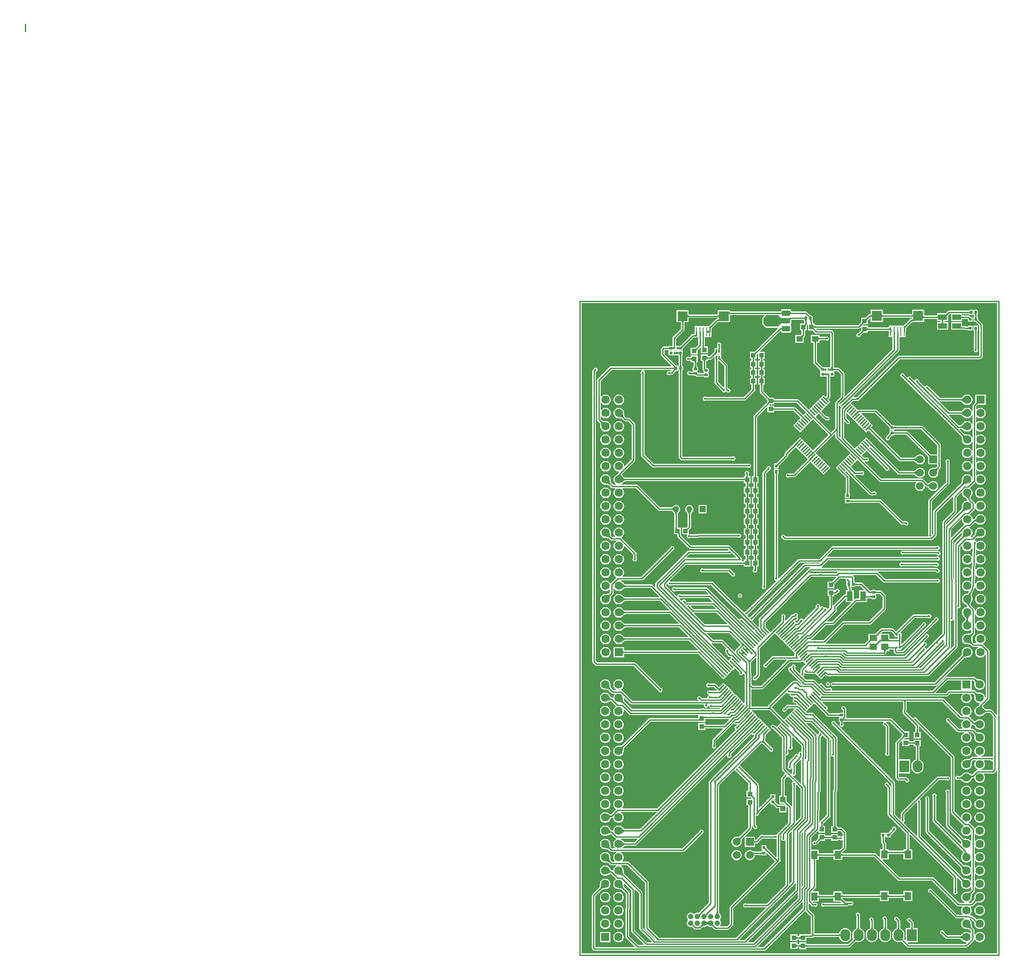
<source format=gtl>
G04*
G04 #@! TF.GenerationSoftware,Altium Limited,Altium Designer,21.1.1 (26)*
G04*
G04 Layer_Physical_Order=1*
G04 Layer_Color=255*
%FSTAX24Y24*%
%MOIN*%
G70*
G04*
G04 #@! TF.SameCoordinates,5FF4FBEF-6F1C-4BA3-BCFF-5D0DF395B62B*
G04*
G04*
G04 #@! TF.FilePolarity,Positive*
G04*
G01*
G75*
%ADD10C,0.0100*%
%ADD14C,0.0150*%
%ADD20R,0.0512X0.0610*%
%ADD21R,0.0207X0.0197*%
%ADD22R,0.0098X0.0197*%
%ADD23R,0.0366X0.0343*%
%ADD24R,0.0197X0.0187*%
%ADD25R,0.0187X0.0197*%
%ADD26R,0.0100X0.0700*%
%ADD27R,0.0748X0.0748*%
%ADD28R,0.0433X0.0748*%
%ADD29R,0.0551X0.0472*%
G04:AMPARAMS|DCode=30|XSize=58.1mil|YSize=11.8mil|CornerRadius=0mil|HoleSize=0mil|Usage=FLASHONLY|Rotation=315.000|XOffset=0mil|YOffset=0mil|HoleType=Round|Shape=Rectangle|*
%AMROTATEDRECTD30*
4,1,4,-0.0247,0.0164,-0.0164,0.0247,0.0247,-0.0164,0.0164,-0.0247,-0.0247,0.0164,0.0*
%
%ADD30ROTATEDRECTD30*%

G04:AMPARAMS|DCode=31|XSize=58.1mil|YSize=11.8mil|CornerRadius=0mil|HoleSize=0mil|Usage=FLASHONLY|Rotation=225.000|XOffset=0mil|YOffset=0mil|HoleType=Round|Shape=Rectangle|*
%AMROTATEDRECTD31*
4,1,4,0.0164,0.0247,0.0247,0.0164,-0.0164,-0.0247,-0.0247,-0.0164,0.0164,0.0247,0.0*
%
%ADD31ROTATEDRECTD31*%

%ADD32R,0.0669X0.0413*%
%ADD33R,0.0394X0.0433*%
%ADD34R,0.0350X0.0366*%
%ADD35R,0.0366X0.0350*%
%ADD36R,0.0488X0.0441*%
%ADD37R,0.0118X0.0276*%
G04:AMPARAMS|DCode=38|XSize=23.6mil|YSize=21.3mil|CornerRadius=5.6mil|HoleSize=0mil|Usage=FLASHONLY|Rotation=90.000|XOffset=0mil|YOffset=0mil|HoleType=Round|Shape=RoundedRectangle|*
%AMROUNDEDRECTD38*
21,1,0.0236,0.0100,0,0,90.0*
21,1,0.0124,0.0213,0,0,90.0*
1,1,0.0113,0.0050,0.0062*
1,1,0.0113,0.0050,-0.0062*
1,1,0.0113,-0.0050,-0.0062*
1,1,0.0113,-0.0050,0.0062*
%
%ADD38ROUNDEDRECTD38*%
G04:AMPARAMS|DCode=39|XSize=23.6mil|YSize=21.3mil|CornerRadius=5.6mil|HoleSize=0mil|Usage=FLASHONLY|Rotation=180.000|XOffset=0mil|YOffset=0mil|HoleType=Round|Shape=RoundedRectangle|*
%AMROUNDEDRECTD39*
21,1,0.0236,0.0100,0,0,180.0*
21,1,0.0124,0.0213,0,0,180.0*
1,1,0.0113,-0.0062,0.0050*
1,1,0.0113,0.0062,0.0050*
1,1,0.0113,0.0062,-0.0050*
1,1,0.0113,-0.0062,-0.0050*
%
%ADD39ROUNDEDRECTD39*%
%ADD40R,0.0150X0.0157*%
G04:AMPARAMS|DCode=41|XSize=15mil|YSize=15.7mil|CornerRadius=1.9mil|HoleSize=0mil|Usage=FLASHONLY|Rotation=180.000|XOffset=0mil|YOffset=0mil|HoleType=Round|Shape=RoundedRectangle|*
%AMROUNDEDRECTD41*
21,1,0.0150,0.0120,0,0,180.0*
21,1,0.0112,0.0157,0,0,180.0*
1,1,0.0037,-0.0056,0.0060*
1,1,0.0037,0.0056,0.0060*
1,1,0.0037,0.0056,-0.0060*
1,1,0.0037,-0.0056,-0.0060*
%
%ADD41ROUNDEDRECTD41*%
G04:AMPARAMS|DCode=73|XSize=43.3mil|YSize=59.1mil|CornerRadius=0.7mil|HoleSize=0mil|Usage=FLASHONLY|Rotation=270.000|XOffset=0mil|YOffset=0mil|HoleType=Round|Shape=RoundedRectangle|*
%AMROUNDEDRECTD73*
21,1,0.0433,0.0578,0,0,270.0*
21,1,0.0420,0.0591,0,0,270.0*
1,1,0.0013,-0.0289,-0.0210*
1,1,0.0013,-0.0289,0.0210*
1,1,0.0013,0.0289,0.0210*
1,1,0.0013,0.0289,-0.0210*
%
%ADD73ROUNDEDRECTD73*%
G04:AMPARAMS|DCode=74|XSize=31.5mil|YSize=59.1mil|CornerRadius=0.5mil|HoleSize=0mil|Usage=FLASHONLY|Rotation=270.000|XOffset=0mil|YOffset=0mil|HoleType=Round|Shape=RoundedRectangle|*
%AMROUNDEDRECTD74*
21,1,0.0315,0.0581,0,0,270.0*
21,1,0.0306,0.0591,0,0,270.0*
1,1,0.0009,-0.0291,-0.0153*
1,1,0.0009,-0.0291,0.0153*
1,1,0.0009,0.0291,0.0153*
1,1,0.0009,0.0291,-0.0153*
%
%ADD74ROUNDEDRECTD74*%
%ADD75R,0.0591X0.0591*%
%ADD76C,0.0591*%
%ADD77O,0.0750X0.0900*%
%ADD78R,0.0750X0.0900*%
%ADD79C,0.0421*%
%ADD80C,0.0457*%
%ADD81R,0.0457X0.0457*%
%ADD82C,0.0630*%
%ADD83R,0.0630X0.0630*%
%ADD84C,0.0150*%
G36*
X075981Y053555D02*
X075982Y053555D01*
X075983Y053554D01*
X075985Y053552D01*
X075991Y053547D01*
X07601Y053529D01*
X076016Y053523D01*
X076087Y053594D01*
X076055Y053629D01*
X075981Y053555D01*
D02*
G37*
G36*
X076511Y053325D02*
X076512Y053325D01*
X076513Y053324D01*
X076515Y053322D01*
X076521Y053317D01*
X07654Y053299D01*
X076546Y053293D01*
X076617Y053364D01*
X076585Y053399D01*
X076511Y053325D01*
D02*
G37*
G36*
X077038Y053142D02*
X077088Y053071D01*
X077164Y053137D01*
X077158Y053143D01*
X077141Y053162D01*
X077139Y053165D01*
X077137Y053168D01*
X077136Y053171D01*
X077136Y053173D01*
X077136Y053174D01*
X077038Y053142D01*
D02*
G37*
G36*
X077832Y052638D02*
X077834Y052638D01*
X077836Y052638D01*
X077838Y052637D01*
X077841Y052635D01*
X077845Y052632D01*
X077854Y052625D01*
X077864Y052615D01*
X07787Y052609D01*
X077943Y052678D01*
X077882Y05273D01*
X077832Y052638D01*
D02*
G37*
G36*
X080592Y051978D02*
X08053Y051924D01*
X080501Y051901D01*
X080473Y051883D01*
X080446Y051867D01*
X08042Y051855D01*
X080396Y051847D01*
X080372Y051842D01*
X08035Y05184D01*
Y05174D01*
X080372Y051738D01*
X080396Y051733D01*
X08042Y051725D01*
X080446Y051713D01*
X080473Y051697D01*
X080501Y051679D01*
X08053Y051656D01*
X080592Y051602D01*
X080625Y05157D01*
Y05201D01*
X080592Y051978D01*
D02*
G37*
G36*
X081542Y05161D02*
X081545Y051601D01*
Y05159D01*
X081542Y051578D01*
X081536Y051565D01*
X081528Y05155D01*
X081516Y051534D01*
X081502Y051516D01*
X081466Y051476D01*
X081536Y051406D01*
X081557Y051425D01*
X081594Y051456D01*
X08161Y051468D01*
X081625Y051476D01*
X081638Y051482D01*
X08165Y051485D01*
X081661D01*
X08167Y051482D01*
X081678Y051476D01*
X081536Y051618D01*
X081542Y05161D01*
D02*
G37*
G36*
X080592Y050978D02*
X08053Y050924D01*
X080501Y050901D01*
X080473Y050883D01*
X080446Y050867D01*
X08042Y050855D01*
X080396Y050847D01*
X080372Y050842D01*
X08035Y05084D01*
Y05074D01*
X080372Y050738D01*
X080396Y050733D01*
X08042Y050725D01*
X080446Y050713D01*
X080473Y050697D01*
X080501Y050679D01*
X08053Y050656D01*
X080592Y050602D01*
X080625Y05057D01*
Y05101D01*
X080592Y050978D01*
D02*
G37*
G36*
X054663Y050475D02*
X054709Y050475D01*
X054792Y050469D01*
X054828Y050464D01*
X054861Y050458D01*
X054891Y05045D01*
X054918Y05044D01*
X054941Y050429D01*
X054961Y050416D01*
X054978Y050401D01*
X055049Y050472D01*
X055034Y050489D01*
X055021Y050509D01*
X05501Y050532D01*
X055Y050559D01*
X054992Y050589D01*
X054986Y050622D01*
X054981Y050658D01*
X054975Y050741D01*
X054975Y050787D01*
X054663Y050475D01*
D02*
G37*
G36*
X07949Y050607D02*
X080225Y049873D01*
X080356D01*
X080358Y049873D01*
X08037Y049876D01*
X080384Y049881D01*
X080401Y049889D01*
X080418Y049901D01*
X080438Y049917D01*
X080458Y049936D01*
X080504Y049989D01*
X080526Y050018D01*
X080534Y050033D01*
X080607Y050106D01*
X080698Y050158D01*
X080798Y050185D01*
X080902D01*
X081002Y050158D01*
X081093Y050106D01*
X081166Y050033D01*
X081218Y049942D01*
X081222Y049926D01*
X081272Y049932D01*
Y050648D01*
X081222Y050654D01*
X081218Y050638D01*
X081166Y050547D01*
X081093Y050474D01*
X081002Y050422D01*
X080902Y050395D01*
X080798D01*
X080698Y050422D01*
X080607Y050474D01*
X080574Y050507D01*
X080568Y050511D01*
X080537Y050542D01*
X080479Y050593D01*
X080454Y050612D01*
X08043Y050628D01*
X080408Y05064D01*
X08039Y050649D01*
X080373Y050655D01*
X08036Y050657D01*
X08036Y050657D01*
X079511D01*
X07949Y050607D01*
D02*
G37*
G36*
X080567Y049937D02*
X080517Y049879D01*
X080492Y049856D01*
X080467Y049835D01*
X080442Y049819D01*
X080418Y049806D01*
X080394Y049797D01*
X08037Y049792D01*
X080346Y04979D01*
X080362Y04969D01*
X080382Y049688D01*
X080404Y049684D01*
X080428Y049676D01*
X080455Y049665D01*
X080484Y049652D01*
X080549Y049615D01*
X080584Y049592D01*
X080663Y049537D01*
X080593Y049972D01*
X080567Y049937D01*
D02*
G37*
G36*
X081218Y049638D02*
X081166Y049547D01*
X081093Y049474D01*
X081002Y049422D01*
X080902Y049395D01*
X080798D01*
X080698Y049422D01*
X080607Y049474D01*
X080601Y04948D01*
X080539Y049524D01*
X080506Y049545D01*
X080446Y049579D01*
X080422Y049591D01*
X080401Y049599D01*
X080383Y049605D01*
X080371Y049607D01*
X080285D01*
X080266Y049561D01*
X080597Y04923D01*
X080598Y04923D01*
X080609Y049223D01*
X080624Y049215D01*
X080644Y049208D01*
X080668Y049202D01*
X080695Y049196D01*
X080726Y049192D01*
X080804Y049187D01*
X080847Y049187D01*
X080855Y049185D01*
X080902D01*
X081002Y049158D01*
X081093Y049106D01*
X081166Y049033D01*
X081218Y048942D01*
X081222Y048926D01*
X081272Y048932D01*
Y049648D01*
X081222Y049654D01*
X081218Y049638D01*
D02*
G37*
G36*
X080461Y049108D02*
X080476Y049091D01*
X080489Y049071D01*
X0805Y049048D01*
X08051Y049021D01*
X080518Y048991D01*
X080524Y048958D01*
X080529Y048922D01*
X080535Y048839D01*
X080535Y048793D01*
X080847Y049105D01*
X080801Y049105D01*
X080718Y049111D01*
X080682Y049116D01*
X080649Y049122D01*
X080619Y04913D01*
X080592Y04914D01*
X080569Y049151D01*
X080549Y049164D01*
X080532Y049179D01*
X080461Y049108D01*
D02*
G37*
G36*
X079328Y047106D02*
X079328Y047104D01*
X079329Y047101D01*
X079329Y047093D01*
X07933Y047068D01*
X07933Y047059D01*
X07943D01*
X079433Y047106D01*
X079328D01*
X079328Y047106D01*
D02*
G37*
G36*
X066402Y046325D02*
X06641Y046322D01*
X066417Y046317D01*
X066423Y04631D01*
X066428Y046301D01*
X066432Y04629D01*
X066436Y046277D01*
X066438Y046262D01*
X06644Y046245D01*
X06644Y046226D01*
X06654D01*
X06654Y046245D01*
X066542Y046262D01*
X066544Y046277D01*
X066548Y04629D01*
X066552Y046301D01*
X066557Y04631D01*
X066563Y046317D01*
X06657Y046322D01*
X066578Y046325D01*
X066587Y046326D01*
X066393D01*
X066402Y046325D01*
D02*
G37*
G36*
X064238Y046216D02*
X064238Y046214D01*
X064239Y046211D01*
X064239Y046203D01*
X06424Y046178D01*
X06424Y046169D01*
X06434D01*
X064342Y046216D01*
X064237D01*
X064238Y046216D01*
D02*
G37*
G36*
X06424Y04603D02*
X064238Y046012D01*
X064236Y045997D01*
X064232Y045984D01*
X064227Y045973D01*
X064222Y045964D01*
X064215Y045957D01*
X064208Y045952D01*
X0642Y045949D01*
X06419Y045948D01*
X06439D01*
X06438Y045949D01*
X064372Y045952D01*
X064365Y045957D01*
X064358Y045964D01*
X064352Y045973D01*
X064348Y045984D01*
X064345Y045997D01*
X064342Y046012D01*
X064341Y04603D01*
X06434Y046049D01*
X06424D01*
X06424Y04603D01*
D02*
G37*
G36*
X064136Y04588D02*
X064133Y045872D01*
X064128Y045865D01*
X064121Y045858D01*
X064112Y045852D01*
X064101Y045848D01*
X064088Y045844D01*
X064072Y045842D01*
X064055Y045841D01*
X064036Y04584D01*
Y04574D01*
X064055Y045739D01*
X064072Y045738D01*
X064088Y045736D01*
X064101Y045732D01*
X064112Y045728D01*
X064121Y045722D01*
X064128Y045715D01*
X064133Y045708D01*
X064136Y0457D01*
X064137Y04569D01*
Y04589D01*
X064136Y04588D01*
D02*
G37*
G36*
X054703Y046233D02*
X054698Y046212D01*
X05469Y046192D01*
X05468Y046173D01*
X054666Y046156D01*
X054649Y04614D01*
X054629Y046124D01*
X054607Y04611D01*
X054581Y046097D01*
X054552Y046086D01*
X054885Y045981D01*
Y04557D01*
X054918Y045602D01*
X05498Y045656D01*
X055009Y045679D01*
X055037Y045697D01*
X055064Y045713D01*
X05509Y045725D01*
X055114Y045733D01*
X055138Y045738D01*
X05516Y04574D01*
Y04584D01*
X055138Y045842D01*
X055114Y045847D01*
X05509Y045855D01*
X055064Y045867D01*
X055037Y045883D01*
X055009Y045901D01*
X05498Y045924D01*
X054918Y045978D01*
X054903Y045992D01*
X054896Y046003D01*
X05486Y046064D01*
X054845Y046094D01*
X054833Y046123D01*
X054822Y046151D01*
X054814Y046178D01*
X054809Y046204D01*
X054805Y04623D01*
X054804Y046255D01*
X054704D01*
X054703Y046233D01*
D02*
G37*
G36*
X064219Y045584D02*
X064228Y045581D01*
X064236Y045576D01*
X064242Y045569D01*
X064247Y04556D01*
X064252Y045549D01*
X064255Y045536D01*
X064258Y045521D01*
X06426Y045504D01*
X06426Y045485D01*
X06436D01*
X06436Y045504D01*
X064362Y045521D01*
X064365Y045536D01*
X064368Y045549D01*
X064373Y04556D01*
X064378Y045569D01*
X064384Y045576D01*
X064392Y045581D01*
X064401Y045584D01*
X06441Y045585D01*
X06421D01*
X064219Y045584D01*
D02*
G37*
G36*
X053663Y045475D02*
X053709Y045475D01*
X053792Y045469D01*
X053828Y045464D01*
X053861Y045458D01*
X053891Y04545D01*
X053918Y04544D01*
X053941Y045429D01*
X053961Y045416D01*
X053978Y045401D01*
X054049Y045472D01*
X054034Y045489D01*
X054021Y045509D01*
X05401Y045532D01*
X054Y045559D01*
X053992Y045589D01*
X053986Y045622D01*
X053981Y045658D01*
X053975Y045741D01*
X053975Y045787D01*
X053663Y045475D01*
D02*
G37*
G36*
X080535Y045741D02*
X080529Y045658D01*
X080524Y045622D01*
X080518Y045589D01*
X08051Y045559D01*
X0805Y045532D01*
X080489Y045509D01*
X080476Y045489D01*
X080461Y045472D01*
X080532Y045401D01*
X080549Y045416D01*
X080569Y045429D01*
X080592Y04544D01*
X080619Y04545D01*
X080649Y045458D01*
X080682Y045464D01*
X080718Y045469D01*
X080801Y045475D01*
X080847Y045475D01*
X080535Y045787D01*
X080535Y045741D01*
D02*
G37*
G36*
X06426Y045248D02*
X064258Y045231D01*
X064255Y045215D01*
X064252Y045202D01*
X064247Y045191D01*
X064242Y045182D01*
X064236Y045175D01*
X064228Y04517D01*
X064219Y045167D01*
X06421Y045166D01*
X06441D01*
X064401Y045167D01*
X064392Y04517D01*
X064384Y045175D01*
X064378Y045182D01*
X064373Y045191D01*
X064368Y045202D01*
X064365Y045215D01*
X064362Y045231D01*
X06436Y045248D01*
X06436Y045267D01*
X06426D01*
X06426Y045248D01*
D02*
G37*
G36*
X064219Y044802D02*
X064228Y044799D01*
X064236Y044794D01*
X064242Y044787D01*
X064247Y044778D01*
X064252Y044767D01*
X064255Y044754D01*
X064258Y044739D01*
X06426Y044722D01*
X06426Y044703D01*
X06436D01*
X06436Y044722D01*
X064362Y044739D01*
X064365Y044754D01*
X064368Y044767D01*
X064373Y044778D01*
X064378Y044787D01*
X064384Y044794D01*
X064392Y044799D01*
X064401Y044802D01*
X06441Y044803D01*
X06421D01*
X064219Y044802D01*
D02*
G37*
G36*
X051873Y010143D02*
X083107D01*
Y023943D01*
X083058Y023944D01*
X083047Y023893D01*
X083019Y02385D01*
X08288Y023711D01*
X082837Y023682D01*
X082786Y023672D01*
X082111D01*
X082092Y023626D01*
X082116Y023603D01*
X082168Y023512D01*
X082195Y023412D01*
Y023308D01*
X082168Y023208D01*
X082116Y023117D01*
X082043Y023044D01*
X081952Y022992D01*
X081852Y022965D01*
X081748D01*
X081648Y022992D01*
X081557Y023044D01*
X081484Y023117D01*
X081432Y023208D01*
X081405Y023308D01*
Y023342D01*
X081377Y023353D01*
X081355Y023358D01*
X081316Y023332D01*
X081265Y023322D01*
X081254D01*
X081245Y02332D01*
X081237Y023317D01*
X081229Y023312D01*
X081221Y023305D01*
X081211Y023296D01*
X081202Y023283D01*
X081192Y023267D01*
X081182Y023247D01*
X081172Y023223D01*
X081168Y023208D01*
X081116Y023117D01*
X081043Y023044D01*
X080952Y022992D01*
X080852Y022965D01*
X080748D01*
X080648Y022992D01*
X080557Y023044D01*
X080532Y023069D01*
X080527Y023072D01*
X080494Y023103D01*
X080434Y023153D01*
X080408Y023172D01*
X080383Y023188D01*
X080361Y0232D01*
X080341Y023209D01*
X080325Y023214D01*
X080312Y023217D01*
X080312Y023217D01*
X080206D01*
X080198Y023209D01*
X080141Y023185D01*
X080079D01*
X080022Y023209D01*
X079979Y023252D01*
X079955Y023309D01*
Y023371D01*
X079979Y023428D01*
X080022Y023471D01*
X080079Y023495D01*
X080141D01*
X080172Y023482D01*
X080308D01*
X080309Y023482D01*
X080322Y023485D01*
X080338Y023491D01*
X080356Y023499D01*
X080377Y023512D01*
X0804Y023527D01*
X080424Y023546D01*
X080479Y023598D01*
X080509Y023629D01*
X080515Y023633D01*
X080557Y023676D01*
X080648Y023728D01*
X080748Y023755D01*
X080852D01*
X080952Y023728D01*
X081018Y02369D01*
X081019Y02369D01*
X08102Y023689D01*
X081026Y023686D01*
X081027Y023685D01*
X081028Y023684D01*
X081043Y023676D01*
X081047Y023672D01*
X081057Y023665D01*
X081113Y023632D01*
X081139Y023619D01*
X081163Y023608D01*
X081186Y0236D01*
X081208Y023594D01*
X081215Y023592D01*
X081522Y023899D01*
X081565Y023927D01*
X081616Y023938D01*
X081658D01*
X081664Y023988D01*
X081648Y023992D01*
X081557Y024044D01*
X081484Y024117D01*
X081432Y024208D01*
X081405Y024308D01*
Y024412D01*
X081432Y024512D01*
X081484Y024603D01*
X081508Y024626D01*
X081489Y024672D01*
X0813D01*
X08124Y024613D01*
X08124Y024612D01*
X081233Y024601D01*
X081225Y024586D01*
X081218Y024566D01*
X081212Y024542D01*
X081206Y024515D01*
X081202Y024484D01*
X081197Y024406D01*
X081197Y024363D01*
X081195Y024355D01*
Y024308D01*
X081168Y024208D01*
X081116Y024117D01*
X081043Y024044D01*
X080952Y023992D01*
X080852Y023965D01*
X080748D01*
X080648Y023992D01*
X080557Y024044D01*
X080484Y024117D01*
X080432Y024208D01*
X080405Y024308D01*
Y024412D01*
X080432Y024512D01*
X080484Y024603D01*
X080557Y024676D01*
X080648Y024728D01*
X080748Y024755D01*
X080795D01*
X080803Y024757D01*
X080846Y024757D01*
X080924Y024762D01*
X080955Y024766D01*
X080982Y024772D01*
X081006Y024778D01*
X081026Y024785D01*
X081041Y024793D01*
X081052Y0248D01*
X081053Y0248D01*
X081151Y024899D01*
X081194Y024927D01*
X081245Y024938D01*
X081658D01*
X081664Y024988D01*
X081648Y024992D01*
X081557Y025044D01*
X081484Y025117D01*
X081432Y025208D01*
X081405Y025308D01*
Y025412D01*
X081432Y025512D01*
X081484Y025603D01*
X081557Y025676D01*
X081648Y025728D01*
X081748Y025755D01*
X081852D01*
X081952Y025728D01*
X082043Y025676D01*
X082116Y025603D01*
X082168Y025512D01*
X082195Y025412D01*
Y025308D01*
X082168Y025208D01*
X082116Y025117D01*
X082043Y025044D01*
X081952Y024992D01*
X081936Y024988D01*
X081942Y024938D01*
X082685D01*
X082736Y024927D01*
X082739Y024925D01*
X082751D01*
X082751Y024925D01*
X082792Y024953D01*
Y028D01*
X082565Y028227D01*
X08229D01*
X08229Y028227D01*
X082277Y028225D01*
X08226Y028219D01*
X082242Y02821D01*
X08222Y028198D01*
X082196Y028182D01*
X082171Y028163D01*
X082113Y028112D01*
X082082Y028081D01*
X082076Y028077D01*
X082043Y028044D01*
X081952Y027992D01*
X081852Y027965D01*
X081748D01*
X081648Y027992D01*
X081557Y028044D01*
X081484Y028117D01*
X081432Y028208D01*
X081405Y028308D01*
Y028412D01*
X081432Y028512D01*
X081484Y028603D01*
X081557Y028676D01*
X081648Y028728D01*
X081663Y028732D01*
X081687Y028742D01*
X081707Y028752D01*
X081723Y028762D01*
X081736Y028771D01*
X081745Y028781D01*
X081752Y028789D01*
X081757Y028797D01*
X08176Y028805D01*
X081762Y028814D01*
Y028825D01*
X081772Y028876D01*
X081798Y028915D01*
X081793Y028937D01*
X081782Y028965D01*
X081748D01*
X081648Y028992D01*
X081557Y029044D01*
X081484Y029117D01*
X081432Y029208D01*
X081405Y029308D01*
Y029355D01*
X081403Y029363D01*
X081403Y029406D01*
X081398Y029484D01*
X081394Y029515D01*
X081388Y029542D01*
X081382Y029566D01*
X081375Y029586D01*
X081367Y029601D01*
X08136Y029612D01*
X08136Y029613D01*
X081297Y029676D01*
X081108D01*
X081089Y02963D01*
X081116Y029603D01*
X081168Y029512D01*
X081195Y029412D01*
Y029308D01*
X081168Y029208D01*
X081116Y029117D01*
X081043Y029044D01*
X080952Y028992D01*
X080852Y028965D01*
X080748D01*
X080648Y028992D01*
X080557Y029044D01*
X080484Y029117D01*
X080432Y029208D01*
X080405Y029308D01*
Y029412D01*
X080432Y029512D01*
X080484Y029603D01*
X080511Y02963D01*
X080492Y029676D01*
X079573D01*
X079393Y029496D01*
X07935Y029467D01*
X0793Y029457D01*
X070026D01*
X069975Y029467D01*
X069932Y029496D01*
X069898D01*
X069824Y029422D01*
X069914Y029333D01*
X07902D01*
X079071Y029322D01*
X079114Y029294D01*
X080395Y028013D01*
X080518D01*
X080539Y028063D01*
X080484Y028117D01*
X080432Y028208D01*
X080405Y028308D01*
Y028412D01*
X080432Y028512D01*
X080484Y028603D01*
X080557Y028676D01*
X080648Y028728D01*
X080748Y028755D01*
X080852D01*
X080952Y028728D01*
X081043Y028676D01*
X081116Y028603D01*
X081168Y028512D01*
X081195Y028412D01*
Y028308D01*
X081168Y028208D01*
X081116Y028117D01*
X081043Y028044D01*
X081006Y028023D01*
X08101Y027967D01*
X081385Y027592D01*
X081392Y027594D01*
X081414Y0276D01*
X081437Y027608D01*
X081461Y027619D01*
X081487Y027632D01*
X081543Y027665D01*
X081553Y027672D01*
X081557Y027676D01*
X081572Y027684D01*
X081573Y027685D01*
X081574Y027686D01*
X08158Y027689D01*
X081581Y02769D01*
X081582Y02769D01*
X081648Y027728D01*
X081748Y027755D01*
X081852D01*
X081952Y027728D01*
X082043Y027676D01*
X082116Y027603D01*
X082168Y027512D01*
X082195Y027412D01*
Y027308D01*
X082168Y027208D01*
X082116Y027117D01*
X082043Y027044D01*
X081952Y026992D01*
X081852Y026965D01*
X081748D01*
X081648Y026992D01*
X081557Y027044D01*
X081484Y027117D01*
X081432Y027208D01*
X081428Y027223D01*
X081418Y027247D01*
X081408Y027267D01*
X081398Y027283D01*
X081389Y027296D01*
X081379Y027305D01*
X081371Y027312D01*
X081363Y027317D01*
X081355Y02732D01*
X081346Y027322D01*
X081335D01*
X081284Y027332D01*
X081245Y027358D01*
X081223Y027353D01*
X081195Y027342D01*
Y027308D01*
X081168Y027208D01*
X081116Y027117D01*
X081092Y027094D01*
X081111Y027048D01*
X081245D01*
X081296Y027037D01*
X081339Y027009D01*
X081547Y0268D01*
X081548Y0268D01*
X081559Y026793D01*
X081574Y026785D01*
X081594Y026778D01*
X081618Y026772D01*
X081645Y026766D01*
X081676Y026762D01*
X081754Y026757D01*
X081797Y026757D01*
X081805Y026755D01*
X081852D01*
X081952Y026728D01*
X082043Y026676D01*
X082116Y026603D01*
X082168Y026512D01*
X082195Y026412D01*
Y026308D01*
X082168Y026208D01*
X082116Y026117D01*
X082043Y026044D01*
X081952Y025992D01*
X081852Y025965D01*
X081748D01*
X081648Y025992D01*
X081557Y026044D01*
X081484Y026117D01*
X081432Y026208D01*
X081405Y026308D01*
Y026355D01*
X081403Y026363D01*
X081403Y026406D01*
X081398Y026484D01*
X081394Y026515D01*
X081388Y026542D01*
X081382Y026566D01*
X081375Y026586D01*
X081367Y026601D01*
X08136Y026612D01*
X08136Y026613D01*
X08119Y026782D01*
X080942D01*
X080936Y026732D01*
X080952Y026728D01*
X081043Y026676D01*
X081116Y026603D01*
X081168Y026512D01*
X081195Y026412D01*
Y026308D01*
X081168Y026208D01*
X081116Y026117D01*
X081043Y026044D01*
X080952Y025992D01*
X080852Y025965D01*
X080748D01*
X080648Y025992D01*
X080557Y026044D01*
X080484Y026117D01*
X080432Y026208D01*
X080405Y026308D01*
Y026412D01*
X080432Y026512D01*
X080484Y026603D01*
X080557Y026676D01*
X080648Y026728D01*
X080664Y026732D01*
X080658Y026782D01*
X080195D01*
X080144Y026793D01*
X080101Y026821D01*
X079376Y027546D01*
X079322Y027569D01*
X079279Y027612D01*
X079255Y027669D01*
Y027731D01*
X079279Y027788D01*
X079322Y027831D01*
X079379Y027855D01*
X079441D01*
X079498Y027831D01*
X079541Y027788D01*
X079564Y027734D01*
X08025Y027048D01*
X080489D01*
X080508Y027094D01*
X080484Y027117D01*
X080432Y027208D01*
X080405Y027308D01*
Y027412D01*
X080432Y027512D01*
X080484Y027603D01*
X080557Y027676D01*
X080595Y027697D01*
X080581Y027747D01*
X08034D01*
X080289Y027758D01*
X080246Y027786D01*
X078965Y029067D01*
X076288D01*
X076284Y029067D01*
X076283Y029067D01*
X076283Y029066D01*
X076283Y029062D01*
Y02839D01*
X076272Y028339D01*
X076263Y028325D01*
X07676Y027828D01*
X076809Y027838D01*
X076809Y027838D01*
X076852Y027881D01*
X076909Y027905D01*
X076971D01*
X077028Y027881D01*
X077071Y027838D01*
X077094Y027784D01*
X079864Y025014D01*
X079892Y024971D01*
X079903Y02492D01*
Y020816D01*
X080359Y020359D01*
X080405Y020378D01*
Y020412D01*
X080432Y020512D01*
X080484Y020603D01*
X080557Y020676D01*
X080648Y020728D01*
X080748Y020755D01*
X080852D01*
X080952Y020728D01*
X081043Y020676D01*
X081116Y020603D01*
X081168Y020512D01*
X081195Y020412D01*
Y020308D01*
X081168Y020208D01*
X081116Y020117D01*
X081043Y020044D01*
X080985Y02001D01*
X080993Y019958D01*
X081008Y019955D01*
X081051Y019926D01*
X081394Y019583D01*
X081405Y019566D01*
X081464Y019568D01*
X081484Y019603D01*
X081557Y019676D01*
X081648Y019728D01*
X081748Y019755D01*
X081852D01*
X081952Y019728D01*
X082043Y019676D01*
X082116Y019603D01*
X082168Y019512D01*
X082195Y019412D01*
Y019308D01*
X082168Y019208D01*
X082116Y019117D01*
X082043Y019044D01*
X081952Y018992D01*
X081852Y018965D01*
X081748D01*
X081648Y018992D01*
X081557Y019044D01*
X081484Y019117D01*
X081481Y019123D01*
X081433Y01911D01*
Y01861D01*
X081481Y018597D01*
X081484Y018603D01*
X081557Y018676D01*
X081648Y018728D01*
X081748Y018755D01*
X081852D01*
X081952Y018728D01*
X082043Y018676D01*
X082116Y018603D01*
X082168Y018512D01*
X082195Y018412D01*
Y018308D01*
X082168Y018208D01*
X082116Y018117D01*
X082043Y018044D01*
X081952Y017992D01*
X081852Y017965D01*
X081748D01*
X081648Y017992D01*
X081557Y018044D01*
X081484Y018117D01*
X081481Y018123D01*
X081433Y01811D01*
Y01761D01*
X081481Y017597D01*
X081484Y017603D01*
X081557Y017676D01*
X081648Y017728D01*
X081748Y017755D01*
X081852D01*
X081952Y017728D01*
X082043Y017676D01*
X082116Y017603D01*
X082168Y017512D01*
X082195Y017412D01*
Y017308D01*
X082168Y017208D01*
X082116Y017117D01*
X082043Y017044D01*
X081952Y016992D01*
X081852Y016965D01*
X081748D01*
X081648Y016992D01*
X081557Y017044D01*
X081484Y017117D01*
X081481Y017123D01*
X081433Y01711D01*
Y01661D01*
X081481Y016597D01*
X081484Y016603D01*
X081557Y016676D01*
X081648Y016728D01*
X081748Y016755D01*
X081852D01*
X081952Y016728D01*
X082043Y016676D01*
X082116Y016603D01*
X082168Y016512D01*
X082195Y016412D01*
Y016308D01*
X082168Y016208D01*
X082116Y016117D01*
X082043Y016044D01*
X081952Y015992D01*
X081852Y015965D01*
X081748D01*
X081648Y015992D01*
X081557Y016044D01*
X081484Y016117D01*
X081481Y016123D01*
X081433Y01611D01*
Y01561D01*
X081481Y015597D01*
X081484Y015603D01*
X081557Y015676D01*
X081648Y015728D01*
X081748Y015755D01*
X081852D01*
X081952Y015728D01*
X082043Y015676D01*
X082116Y015603D01*
X082168Y015512D01*
X082195Y015412D01*
Y015308D01*
X082168Y015208D01*
X082116Y015117D01*
X082043Y015044D01*
X081952Y014992D01*
X081852Y014965D01*
X081748D01*
X081648Y014992D01*
X081557Y015044D01*
X081484Y015117D01*
X081481Y015123D01*
X081433Y01511D01*
Y01486D01*
X081422Y014809D01*
X081394Y014766D01*
X08124Y014613D01*
X08124Y014612D01*
X081233Y014601D01*
X081225Y014586D01*
X081218Y014566D01*
X081212Y014542D01*
X081206Y014515D01*
X081202Y014484D01*
X081197Y014406D01*
X081197Y014363D01*
X081195Y014355D01*
Y014308D01*
X081168Y014208D01*
X081116Y014117D01*
X081043Y014044D01*
X080952Y013992D01*
X080961Y013943D01*
X081143D01*
X081339Y014139D01*
X081346Y01415D01*
X081354Y014166D01*
X081363Y014187D01*
X081371Y014212D01*
X081379Y01424D01*
X0814Y014358D01*
X081405Y014397D01*
Y014412D01*
X081432Y014512D01*
X081484Y014603D01*
X081557Y014676D01*
X081648Y014728D01*
X081748Y014755D01*
X081852D01*
X081952Y014728D01*
X082043Y014676D01*
X082116Y014603D01*
X082168Y014512D01*
X082195Y014412D01*
Y014308D01*
X082168Y014208D01*
X082116Y014117D01*
X082043Y014044D01*
X081952Y013992D01*
X081852Y013965D01*
X081748D01*
X081737Y013968D01*
X081709Y013971D01*
X081673Y013973D01*
X08164Y013973D01*
X08161Y013972D01*
X081585Y013968D01*
X081563Y013964D01*
X081545Y013958D01*
X08153Y013951D01*
X081519Y013944D01*
X081518Y013943D01*
X081291Y013716D01*
X081248Y013688D01*
X081198Y013677D01*
X081112D01*
X081091Y013627D01*
X081116Y013603D01*
X081168Y013512D01*
X081195Y013412D01*
Y013308D01*
X081168Y013208D01*
X081116Y013117D01*
X08106Y013062D01*
X081072Y013006D01*
X081185Y012972D01*
X081351Y012883D01*
X081496Y012764D01*
X081565Y01268D01*
X081648Y012728D01*
X081748Y012755D01*
X081852D01*
X081952Y012728D01*
X082043Y012676D01*
X082116Y012603D01*
X082168Y012512D01*
X082195Y012412D01*
Y012308D01*
X082168Y012208D01*
X082116Y012117D01*
X082043Y012044D01*
X081952Y011992D01*
X081852Y011965D01*
X081748D01*
X081648Y011992D01*
X081557Y012044D01*
X081484Y012117D01*
X081432Y012208D01*
X081405Y012308D01*
Y012412D01*
X081411Y012435D01*
X081388Y012477D01*
X081388Y012477D01*
X081308Y012575D01*
X081203Y012661D01*
X081083Y012726D01*
X081028Y012742D01*
X081008Y012696D01*
X081043Y012676D01*
X081116Y012603D01*
X081168Y012512D01*
X081195Y012412D01*
Y012365D01*
X081197Y012357D01*
X081197Y012314D01*
X081202Y012236D01*
X081206Y012205D01*
X081212Y012178D01*
X081218Y012154D01*
X081225Y012134D01*
X081233Y012119D01*
X08124Y012108D01*
X08124Y012107D01*
X081362Y011985D01*
X081391Y011942D01*
X081401Y011891D01*
Y011559D01*
X081451Y011546D01*
X081484Y011603D01*
X081557Y011676D01*
X081648Y011728D01*
X081748Y011755D01*
X081852D01*
X081952Y011728D01*
X082043Y011676D01*
X082116Y011603D01*
X082168Y011512D01*
X082195Y011412D01*
Y011308D01*
X082168Y011208D01*
X082116Y011117D01*
X082043Y011044D01*
X081952Y010992D01*
X081852Y010965D01*
X081748D01*
X081648Y010992D01*
X081557Y011044D01*
X081484Y011117D01*
X081448Y011179D01*
X081395Y011171D01*
X081391Y011149D01*
X081362Y011106D01*
X080883Y010626D01*
X08084Y010598D01*
X080789Y010587D01*
X076395D01*
X076344Y010598D01*
X076301Y010626D01*
X075902Y011026D01*
X075897Y01103D01*
X075895Y011031D01*
X075799Y010992D01*
X07568Y010976D01*
X075561Y010992D01*
X075451Y011038D01*
X075355Y01111D01*
X075283Y011206D01*
X075237Y011316D01*
X075221Y011435D01*
Y011585D01*
X075237Y011704D01*
X075283Y011814D01*
X075355Y01191D01*
X075451Y011982D01*
X075547Y012022D01*
X075547Y012025D01*
X075547Y012032D01*
Y012525D01*
X075496Y012576D01*
X075442Y012599D01*
X075399Y012642D01*
X075375Y012699D01*
Y012761D01*
X075399Y012818D01*
X075442Y012861D01*
X075499Y012885D01*
X075561D01*
X075618Y012861D01*
X075661Y012818D01*
X075684Y012764D01*
X075774Y012674D01*
X075802Y012631D01*
X075813Y01258D01*
Y012032D01*
X075813Y012025D01*
X075813Y012022D01*
X075909Y011982D01*
X076005Y01191D01*
X076077Y011814D01*
X076123Y011704D01*
X076139Y011585D01*
Y011435D01*
X076123Y011316D01*
X076084Y01122D01*
X076085Y011218D01*
X076089Y011213D01*
X076179Y011124D01*
X076225Y011143D01*
Y01204D01*
X076547D01*
Y012405D01*
X076456Y012496D01*
X076402Y012519D01*
X076359Y012562D01*
X076335Y012619D01*
Y012681D01*
X076359Y012738D01*
X076402Y012781D01*
X076459Y012805D01*
X076521D01*
X076578Y012781D01*
X076621Y012738D01*
X076644Y012684D01*
X076774Y012554D01*
X076802Y012511D01*
X076813Y01246D01*
Y01204D01*
X077135D01*
Y01098D01*
X076388D01*
X076369Y010934D01*
X07645Y010853D01*
X080734D01*
X080801Y010919D01*
X080782Y010965D01*
X080748D01*
X080648Y010992D01*
X080557Y011044D01*
X080524Y011077D01*
X080518Y011081D01*
X080487Y011112D01*
X080429Y011163D01*
X080404Y011182D01*
X08038Y011198D01*
X080358Y01121D01*
X08034Y011219D01*
X080323Y011225D01*
X08031Y011227D01*
X08031Y011227D01*
X07932D01*
X079269Y011238D01*
X079226Y011266D01*
X078936Y011556D01*
X078882Y011579D01*
X078839Y011622D01*
X078815Y011679D01*
Y011741D01*
X078839Y011798D01*
X078882Y011841D01*
X078939Y011865D01*
X079001D01*
X079058Y011841D01*
X079101Y011798D01*
X079124Y011744D01*
X079375Y011493D01*
X08031D01*
X08031Y011493D01*
X080323Y011495D01*
X08034Y011501D01*
X080358Y01151D01*
X08038Y011522D01*
X080404Y011538D01*
X080429Y011557D01*
X080487Y011608D01*
X080518Y011639D01*
X080524Y011643D01*
X080557Y011676D01*
X080648Y011728D01*
X080748Y011755D01*
X080852D01*
X080952Y011728D01*
X081043Y011676D01*
X081086Y011633D01*
X081136Y011653D01*
Y011837D01*
X081053Y01192D01*
X081052Y01192D01*
X081041Y011927D01*
X081026Y011935D01*
X081006Y011942D01*
X080982Y011948D01*
X080955Y011954D01*
X080924Y011958D01*
X080846Y011963D01*
X080803Y011963D01*
X080795Y011965D01*
X080748D01*
X080648Y011992D01*
X080557Y012044D01*
X080484Y012117D01*
X080432Y012208D01*
X080405Y012308D01*
Y012412D01*
X080432Y012512D01*
X080484Y012603D01*
X080557Y012676D01*
X080648Y012728D01*
X080639Y012777D01*
X08005D01*
X079999Y012788D01*
X079956Y012816D01*
X078078Y014695D01*
X078039D01*
X077982Y014719D01*
X077939Y014762D01*
X077915Y014819D01*
Y014881D01*
X077939Y014938D01*
X077982Y014981D01*
X078039Y015005D01*
X078101D01*
X078158Y014981D01*
X078179Y01496D01*
X078204Y014944D01*
X080105Y013043D01*
X080488D01*
X080509Y013093D01*
X080484Y013117D01*
X080432Y013208D01*
X080405Y013308D01*
Y013412D01*
X080432Y013512D01*
X080484Y013603D01*
X080509Y013627D01*
X080488Y013677D01*
X08018D01*
X080129Y013688D01*
X080086Y013716D01*
X078205Y015597D01*
X075714D01*
X075664Y015608D01*
X075621Y015636D01*
X073844Y017412D01*
X071472D01*
Y01716D01*
X0708D01*
Y017412D01*
X0697D01*
Y01716D01*
X069497D01*
Y01516D01*
X069487Y015109D01*
X069458Y015066D01*
X069238Y014846D01*
X069257Y0148D01*
X0697D01*
Y014548D01*
X0708D01*
Y0148D01*
X071472D01*
Y014578D01*
X074278D01*
Y01483D01*
X07495D01*
Y014578D01*
X07605D01*
Y01483D01*
X076722D01*
Y01406D01*
X07605D01*
Y014312D01*
X07495D01*
Y01406D01*
X074278D01*
Y014312D01*
X071472D01*
Y014262D01*
X071485Y014254D01*
X071706Y014033D01*
X072045D01*
X072099Y014055D01*
X072161D01*
X072218Y014031D01*
X072261Y013988D01*
X072285Y013931D01*
Y013869D01*
X072261Y013812D01*
X072218Y013769D01*
X072161Y013745D01*
X072099D01*
X072045Y013767D01*
X071993D01*
X071984Y013766D01*
X071972Y013764D01*
X071961Y013761D01*
X07195Y013757D01*
X071939Y013752D01*
X071929Y013746D01*
X071918Y013739D01*
X071911Y013733D01*
X071874Y013696D01*
X071831Y013668D01*
X07178Y013657D01*
X070095D01*
X070041Y013635D01*
X069979D01*
X069922Y013659D01*
X069879Y013702D01*
X069855Y013759D01*
Y013821D01*
X069879Y013878D01*
X069922Y013921D01*
X069979Y013945D01*
X070041D01*
X070095Y013923D01*
X071376D01*
X071395Y013969D01*
X071335Y014029D01*
X071329Y01403D01*
X0708D01*
Y014282D01*
X0697D01*
Y01403D01*
X069257D01*
X069238Y013984D01*
X06928Y013942D01*
X069383D01*
X069414Y013955D01*
X069476D01*
X069533Y013931D01*
X069576Y013888D01*
X0696Y013831D01*
Y013769D01*
X069576Y013712D01*
X069533Y013669D01*
X069476Y013645D01*
X069414D01*
X069357Y013669D01*
X069349Y013677D01*
X069225D01*
X069174Y013687D01*
X069131Y013716D01*
X068977Y01387D01*
X068931Y013851D01*
Y013457D01*
X069334Y013054D01*
X069362Y013011D01*
X069373Y01296D01*
Y011638D01*
X071226D01*
X071228Y011638D01*
X071237Y011704D01*
X071283Y011814D01*
X071355Y01191D01*
X071451Y011982D01*
X071561Y012028D01*
X07168Y012044D01*
X071799Y012028D01*
X071909Y011982D01*
X072005Y01191D01*
X072077Y011814D01*
X072123Y011704D01*
X072139Y011585D01*
Y011435D01*
X072123Y011316D01*
X072077Y011206D01*
X072005Y01111D01*
X071909Y011038D01*
X071799Y010992D01*
X07168Y010976D01*
X071561Y010992D01*
X071451Y011038D01*
X071355Y01111D01*
X071283Y011206D01*
X071237Y011316D01*
X071229Y011372D01*
X071226Y011372D01*
X069332D01*
X069328Y011369D01*
X069271Y011345D01*
X069259D01*
X069259Y011345D01*
X069216Y011316D01*
X069165Y011306D01*
X069165Y011306D01*
X068766D01*
Y011058D01*
X06824D01*
Y011181D01*
X068083D01*
Y011065D01*
X067557D01*
Y011575D01*
X068083D01*
Y011446D01*
X06824D01*
Y011568D01*
X068542D01*
X068555Y011571D01*
X069102D01*
X069107Y011585D01*
Y012905D01*
X068705Y013308D01*
X068701Y013313D01*
X068637Y013319D01*
X065688Y010371D01*
X065645Y010342D01*
X065595Y010332D01*
X065595Y010332D01*
X052829D01*
X052778Y010342D01*
X052735Y010371D01*
X052676Y01043D01*
X052648Y010473D01*
X052637Y010523D01*
Y01449D01*
X052648Y014541D01*
X052676Y014584D01*
X0532Y015107D01*
X0532Y015108D01*
X053207Y015119D01*
X053215Y015134D01*
X053222Y015154D01*
X053228Y015178D01*
X053234Y015205D01*
X053238Y015236D01*
X053243Y015314D01*
X053243Y015357D01*
X053245Y015365D01*
Y015412D01*
X053272Y015512D01*
X053324Y015603D01*
X053397Y015676D01*
X053488Y015728D01*
X053588Y015755D01*
X053692D01*
X053792Y015728D01*
X053883Y015676D01*
X053956Y015603D01*
X054008Y015512D01*
X054035Y015412D01*
Y015308D01*
X054008Y015208D01*
X053956Y015117D01*
X053883Y015044D01*
X053792Y014992D01*
X053692Y014965D01*
X053645D01*
X053637Y014963D01*
X053594Y014963D01*
X053516Y014958D01*
X053485Y014954D01*
X053458Y014948D01*
X053434Y014942D01*
X053414Y014935D01*
X053399Y014927D01*
X053388Y01492D01*
X053387Y01492D01*
X052903Y014435D01*
Y010597D01*
X05584D01*
X055859Y010643D01*
X055196Y011306D01*
X055168Y011349D01*
X055157Y0114D01*
Y01349D01*
X055168Y013541D01*
X055196Y013584D01*
X055197Y013585D01*
Y014615D01*
X054893Y01492D01*
X054892Y01492D01*
X054881Y014927D01*
X054866Y014935D01*
X054846Y014942D01*
X054822Y014948D01*
X054795Y014954D01*
X054764Y014958D01*
X054686Y014963D01*
X054643Y014963D01*
X054635Y014965D01*
X054588D01*
X054488Y014992D01*
X054397Y015044D01*
X054324Y015117D01*
X054272Y015208D01*
X054245Y015308D01*
Y015412D01*
X054272Y015512D01*
X054324Y015603D01*
X054397Y015676D01*
X054432Y015696D01*
X054438Y015745D01*
X054055Y016128D01*
X054048Y016126D01*
X054026Y01612D01*
X054003Y016112D01*
X053979Y016101D01*
X053953Y016088D01*
X053897Y016055D01*
X053887Y016048D01*
X053883Y016044D01*
X053868Y016036D01*
X053867Y016035D01*
X053866Y016034D01*
X05386Y016031D01*
X053859Y01603D01*
X053858Y01603D01*
X053792Y015992D01*
X053692Y015965D01*
X053588D01*
X053488Y015992D01*
X053397Y016044D01*
X053324Y016117D01*
X053272Y016208D01*
X053245Y016308D01*
Y016412D01*
X053272Y016512D01*
X053324Y016603D01*
X053397Y016676D01*
X053488Y016728D01*
X053588Y016755D01*
X053692D01*
X053792Y016728D01*
X053883Y016676D01*
X053956Y016603D01*
X054008Y016512D01*
X054012Y016497D01*
X054022Y016473D01*
X054032Y016453D01*
X054042Y016437D01*
X054051Y016424D01*
X054061Y016415D01*
X054069Y016408D01*
X054077Y016403D01*
X054085Y0164D01*
X054094Y016398D01*
X054105D01*
X054156Y016388D01*
X054195Y016362D01*
X054217Y016367D01*
X054245Y016378D01*
Y016412D01*
X054272Y016512D01*
X054324Y016603D01*
X054397Y016676D01*
X054488Y016728D01*
X054504Y016732D01*
X054498Y016782D01*
X054085D01*
X054034Y016793D01*
X053991Y016821D01*
X053893Y01692D01*
X053892Y01692D01*
X053881Y016927D01*
X053866Y016935D01*
X053846Y016942D01*
X053822Y016948D01*
X053795Y016954D01*
X053764Y016958D01*
X053686Y016963D01*
X053643Y016963D01*
X053635Y016965D01*
X053588D01*
X053488Y016992D01*
X053397Y017044D01*
X053324Y017117D01*
X053272Y017208D01*
X053245Y017308D01*
Y017412D01*
X053272Y017512D01*
X053324Y017603D01*
X053397Y017676D01*
X053488Y017728D01*
X053588Y017755D01*
X053692D01*
X053792Y017728D01*
X053883Y017676D01*
X053956Y017603D01*
X054008Y017512D01*
X054035Y017412D01*
Y017365D01*
X054037Y017357D01*
X054037Y017314D01*
X054042Y017236D01*
X054046Y017205D01*
X054052Y017178D01*
X054058Y017154D01*
X054065Y017134D01*
X054073Y017119D01*
X05408Y017108D01*
X05408Y017107D01*
X05414Y017048D01*
X054329D01*
X054348Y017094D01*
X054324Y017117D01*
X054272Y017208D01*
X054245Y017308D01*
Y017412D01*
X054272Y017512D01*
X054324Y017603D01*
X054397Y017676D01*
X054488Y017728D01*
X054504Y017732D01*
X054498Y017782D01*
X054085D01*
X054034Y017793D01*
X053991Y017821D01*
X053893Y01792D01*
X053892Y01792D01*
X053881Y017927D01*
X053866Y017935D01*
X053846Y017942D01*
X053822Y017948D01*
X053795Y017954D01*
X053764Y017958D01*
X053686Y017963D01*
X053643Y017963D01*
X053635Y017965D01*
X053588D01*
X053488Y017992D01*
X053397Y018044D01*
X053324Y018117D01*
X053272Y018208D01*
X053245Y018308D01*
Y018412D01*
X053272Y018512D01*
X053324Y018603D01*
X053397Y018676D01*
X053488Y018728D01*
X053588Y018755D01*
X053692D01*
X053792Y018728D01*
X053883Y018676D01*
X053956Y018603D01*
X054008Y018512D01*
X054035Y018412D01*
Y018365D01*
X054037Y018357D01*
X054037Y018314D01*
X054042Y018236D01*
X054046Y018205D01*
X054052Y018178D01*
X054058Y018154D01*
X054065Y018134D01*
X054073Y018119D01*
X05408Y018108D01*
X05408Y018107D01*
X05414Y018048D01*
X054329D01*
X054348Y018094D01*
X054324Y018117D01*
X054272Y018208D01*
X054245Y018308D01*
Y018412D01*
X054272Y018512D01*
X054324Y018603D01*
X054397Y018676D01*
X054488Y018728D01*
X054504Y018732D01*
X054498Y018782D01*
X054456D01*
X054405Y018793D01*
X054362Y018821D01*
X054055Y019128D01*
X054048Y019126D01*
X054026Y01912D01*
X054003Y019112D01*
X053979Y019101D01*
X053953Y019088D01*
X053897Y019055D01*
X053887Y019048D01*
X053883Y019044D01*
X053868Y019036D01*
X053867Y019035D01*
X053866Y019034D01*
X05386Y019031D01*
X053859Y01903D01*
X053858Y01903D01*
X053792Y018992D01*
X053692Y018965D01*
X053588D01*
X053488Y018992D01*
X053397Y019044D01*
X053324Y019117D01*
X053272Y019208D01*
X053245Y019308D01*
Y019412D01*
X053272Y019512D01*
X053324Y019603D01*
X053397Y019676D01*
X053488Y019728D01*
X053588Y019755D01*
X053692D01*
X053792Y019728D01*
X053883Y019676D01*
X053956Y019603D01*
X054008Y019512D01*
X054012Y019497D01*
X054022Y019473D01*
X054032Y019453D01*
X054042Y019437D01*
X054051Y019424D01*
X054061Y019415D01*
X054069Y019408D01*
X054077Y019403D01*
X054085Y0194D01*
X054094Y019398D01*
X054105D01*
X054156Y019388D01*
X054195Y019362D01*
X054217Y019367D01*
X054245Y019378D01*
Y019412D01*
X054272Y019512D01*
X054324Y019603D01*
X054397Y019676D01*
X054488Y019728D01*
X054588Y019755D01*
X054692D01*
X054792Y019728D01*
X054883Y019676D01*
X054916Y019643D01*
X054922Y019639D01*
X054953Y019608D01*
X055011Y019557D01*
X055036Y019538D01*
X05506Y019522D01*
X055082Y01951D01*
X0551Y019501D01*
X055117Y019495D01*
X05513Y019493D01*
X05513Y019493D01*
X056267D01*
X057511Y020736D01*
X057492Y020782D01*
X054782D01*
X054776Y020732D01*
X054792Y020728D01*
X054883Y020676D01*
X054956Y020603D01*
X055008Y020512D01*
X055035Y020412D01*
Y020308D01*
X055008Y020208D01*
X054956Y020117D01*
X054883Y020044D01*
X054792Y019992D01*
X054692Y019965D01*
X054588D01*
X054488Y019992D01*
X054397Y020044D01*
X054324Y020117D01*
X054272Y020208D01*
X054245Y020308D01*
Y020342D01*
X054217Y020353D01*
X054195Y020358D01*
X054156Y020332D01*
X054105Y020322D01*
X054094D01*
X054085Y02032D01*
X054077Y020317D01*
X054069Y020312D01*
X054061Y020305D01*
X054051Y020296D01*
X054042Y020283D01*
X054032Y020267D01*
X054022Y020247D01*
X054012Y020223D01*
X054008Y020208D01*
X053956Y020117D01*
X053883Y020044D01*
X053792Y019992D01*
X053692Y019965D01*
X053588D01*
X053488Y019992D01*
X053397Y020044D01*
X053324Y020117D01*
X053272Y020208D01*
X053245Y020308D01*
Y020412D01*
X053272Y020512D01*
X053324Y020603D01*
X053397Y020676D01*
X053488Y020728D01*
X053588Y020755D01*
X053692D01*
X053792Y020728D01*
X053858Y02069D01*
X053859Y02069D01*
X05386Y020689D01*
X053866Y020686D01*
X053867Y020685D01*
X053868Y020684D01*
X053883Y020676D01*
X053887Y020672D01*
X053897Y020665D01*
X053953Y020632D01*
X053979Y020619D01*
X054003Y020608D01*
X054026Y0206D01*
X054048Y020594D01*
X054055Y020592D01*
X054438Y020975D01*
X054432Y021024D01*
X054397Y021044D01*
X054324Y021117D01*
X054272Y021208D01*
X054245Y021308D01*
Y021412D01*
X054272Y021512D01*
X054324Y021603D01*
X054397Y021676D01*
X054488Y021728D01*
X054588Y021755D01*
X054692D01*
X054792Y021728D01*
X054883Y021676D01*
X054956Y021603D01*
X055008Y021512D01*
X055035Y021412D01*
Y021308D01*
X055008Y021208D01*
X054956Y021117D01*
X054932Y021094D01*
X054951Y021048D01*
X05755D01*
X063442Y02694D01*
X063432Y026989D01*
X063432Y026989D01*
X063389Y027032D01*
X063365Y027089D01*
Y027151D01*
X063389Y027208D01*
X063432Y027251D01*
X063489Y027275D01*
X063493D01*
X063549Y027331D01*
X06352Y027373D01*
X063501Y027365D01*
X063439D01*
X063382Y027389D01*
X063339Y027432D01*
X063339Y027432D01*
X06329Y027442D01*
X061943Y026095D01*
Y025785D01*
X061965Y025731D01*
Y025669D01*
X061941Y025612D01*
X061898Y025569D01*
X061841Y025545D01*
X061779D01*
X061722Y025569D01*
X061679Y025612D01*
X061655Y025669D01*
Y025731D01*
X061677Y025785D01*
Y02615D01*
X061688Y026201D01*
X061716Y026244D01*
X062501Y027028D01*
X062482Y027074D01*
X061163D01*
Y026952D01*
X060637D01*
Y027462D01*
X061163D01*
Y027339D01*
X062557D01*
X062934Y027716D01*
X062915Y027762D01*
X061163D01*
Y027555D01*
X06072D01*
X060718Y027554D01*
X060717Y027555D01*
X060715Y027554D01*
X060714Y027555D01*
X060637D01*
Y027567D01*
X057035D01*
X05508Y025613D01*
X05508Y025612D01*
X055073Y025601D01*
X055065Y025586D01*
X055058Y025566D01*
X055052Y025542D01*
X055046Y025515D01*
X055042Y025484D01*
X055037Y025406D01*
X055037Y025363D01*
X055035Y025355D01*
Y025308D01*
X055008Y025208D01*
X054956Y025117D01*
X054883Y025044D01*
X054792Y024992D01*
X054692Y024965D01*
X054588D01*
X054488Y024992D01*
X054397Y025044D01*
X054324Y025117D01*
X054272Y025208D01*
X054245Y025308D01*
Y025412D01*
X054272Y025512D01*
X054324Y025603D01*
X054397Y025676D01*
X054488Y025728D01*
X054588Y025755D01*
X054635D01*
X054643Y025757D01*
X054686Y025757D01*
X054764Y025762D01*
X054795Y025766D01*
X054822Y025772D01*
X054846Y025778D01*
X054866Y025785D01*
X054881Y025793D01*
X054892Y0258D01*
X054893Y0258D01*
X056886Y027794D01*
X056929Y027822D01*
X05698Y027833D01*
X060637D01*
Y028065D01*
X06059Y028072D01*
X05554D01*
X05549Y028083D01*
X055447Y028111D01*
X055065Y028493D01*
X05502Y028467D01*
X055035Y028412D01*
Y028308D01*
X055008Y028208D01*
X054956Y028117D01*
X054883Y028044D01*
X054792Y027992D01*
X054692Y027965D01*
X054588D01*
X054488Y027992D01*
X054397Y028044D01*
X054324Y028117D01*
X054272Y028208D01*
X054245Y028308D01*
Y028412D01*
X054272Y028512D01*
X054324Y028603D01*
X054397Y028676D01*
X054432Y028696D01*
X054438Y028745D01*
X054055Y029128D01*
X054048Y029126D01*
X054026Y02912D01*
X054003Y029112D01*
X053979Y029101D01*
X053953Y029088D01*
X053897Y029055D01*
X053887Y029048D01*
X053883Y029044D01*
X053868Y029036D01*
X053867Y029035D01*
X053866Y029034D01*
X05386Y029031D01*
X053859Y02903D01*
X053858Y02903D01*
X053792Y028992D01*
X053692Y028965D01*
X053588D01*
X053488Y028992D01*
X053397Y029044D01*
X053324Y029117D01*
X053272Y029208D01*
X053245Y029308D01*
Y029412D01*
X053272Y029512D01*
X053324Y029603D01*
X053397Y029676D01*
X053488Y029728D01*
X053588Y029755D01*
X053692D01*
X053792Y029728D01*
X053883Y029676D01*
X053956Y029603D01*
X054008Y029512D01*
X054012Y029497D01*
X054022Y029473D01*
X054032Y029453D01*
X054042Y029437D01*
X054051Y029424D01*
X054061Y029415D01*
X054069Y029408D01*
X054077Y029403D01*
X054085Y0294D01*
X054094Y029398D01*
X054105D01*
X054156Y029388D01*
X054195Y029362D01*
X054217Y029367D01*
X054245Y029378D01*
Y029412D01*
X054272Y029512D01*
X054324Y029603D01*
X054348Y029627D01*
X054329Y029673D01*
X054195D01*
X054144Y029683D01*
X054101Y029712D01*
X053893Y02992D01*
X053892Y02992D01*
X053881Y029927D01*
X053866Y029935D01*
X053846Y029942D01*
X053822Y029948D01*
X053795Y029954D01*
X053764Y029958D01*
X053686Y029963D01*
X053643Y029963D01*
X053635Y029965D01*
X053588D01*
X053488Y029992D01*
X053397Y030044D01*
X053324Y030117D01*
X053272Y030208D01*
X053245Y030308D01*
Y030412D01*
X053272Y030512D01*
X053324Y030603D01*
X053397Y030676D01*
X053488Y030728D01*
X053588Y030755D01*
X053692D01*
X053792Y030728D01*
X053883Y030676D01*
X053956Y030603D01*
X054008Y030512D01*
X054035Y030412D01*
Y030365D01*
X054037Y030357D01*
X054037Y030314D01*
X054042Y030236D01*
X054046Y030205D01*
X054052Y030178D01*
X054058Y030154D01*
X054065Y030134D01*
X054073Y030119D01*
X05408Y030108D01*
X05408Y030107D01*
X05425Y029938D01*
X054496D01*
X054503Y029988D01*
X054488Y029992D01*
X054397Y030044D01*
X054324Y030117D01*
X054272Y030208D01*
X054245Y030308D01*
Y030412D01*
X054272Y030512D01*
X054324Y030603D01*
X054397Y030676D01*
X054488Y030728D01*
X054588Y030755D01*
X054692D01*
X054792Y030728D01*
X054883Y030676D01*
X054956Y030603D01*
X055008Y030512D01*
X055035Y030412D01*
Y030308D01*
X055008Y030208D01*
X054956Y030117D01*
X054883Y030044D01*
X054792Y029992D01*
X054777Y029988D01*
X054784Y029938D01*
X054824D01*
X054875Y029928D01*
X054918Y029899D01*
X055684Y029133D01*
X060641D01*
X060651Y029183D01*
X060612Y029199D01*
X060569Y029242D01*
X060545Y029299D01*
Y029361D01*
X060569Y029418D01*
X060612Y029461D01*
X060669Y029485D01*
X060731D01*
X060788Y029461D01*
X060831Y029418D01*
X060844Y029387D01*
X060883Y029348D01*
X061307D01*
X061335Y029389D01*
X061335Y029389D01*
Y029451D01*
X061359Y029508D01*
X061402Y029551D01*
X061422Y02956D01*
X061412Y02961D01*
X061404D01*
X061347Y029633D01*
X061303Y029677D01*
X06128Y029734D01*
Y029796D01*
X061303Y029853D01*
X061347Y029896D01*
X061404Y02992D01*
X061466D01*
X06152Y029897D01*
X062033D01*
X062052Y029944D01*
X061818Y030177D01*
X061475D01*
X061421Y030155D01*
X061359D01*
X061302Y030179D01*
X061259Y030222D01*
X061235Y030279D01*
Y030341D01*
X061259Y030398D01*
X061302Y030441D01*
X061359Y030465D01*
X061421D01*
X061475Y030443D01*
X061873D01*
X061924Y030432D01*
X061967Y030404D01*
X062202Y030169D01*
X06254Y030507D01*
X062737Y03031D01*
X062958Y030089D01*
X062958Y030089D01*
X063154Y029893D01*
X063154Y029893D01*
X063154Y029893D01*
X063236Y029811D01*
X063433Y029614D01*
X063711Y029336D01*
X063793Y029254D01*
X064076Y028971D01*
X064122Y02899D01*
Y03113D01*
X064071Y031181D01*
X064015Y031166D01*
X064001Y031132D01*
X063958Y031089D01*
X063901Y031065D01*
X063839D01*
X063782Y031089D01*
X063739Y031132D01*
X063715Y031189D01*
Y031251D01*
X063717Y031257D01*
X06338Y031594D01*
X063236Y03145D01*
X062876Y03109D01*
X06254Y030754D01*
X062016Y031278D01*
X062021Y031283D01*
X061678Y031626D01*
X061669Y031628D01*
X061626Y031656D01*
X060625Y032657D01*
X055055D01*
Y032395D01*
X054265D01*
Y033185D01*
X055055D01*
Y032923D01*
X060594D01*
X060613Y032969D01*
X059924Y033657D01*
X05515D01*
X05515Y033657D01*
X055137Y033655D01*
X05512Y033649D01*
X055102Y03364D01*
X05508Y033628D01*
X055056Y033612D01*
X055031Y033593D01*
X054973Y033542D01*
X054942Y033511D01*
X054936Y033507D01*
X054903Y033474D01*
X054812Y033422D01*
X054712Y033395D01*
X054608D01*
X054508Y033422D01*
X054417Y033474D01*
X054344Y033547D01*
X054292Y033638D01*
X054265Y033738D01*
Y033842D01*
X054292Y033942D01*
X054344Y034033D01*
X054417Y034106D01*
X054508Y034158D01*
X054608Y034185D01*
X054712D01*
X054812Y034158D01*
X054903Y034106D01*
X054936Y034073D01*
X054942Y034069D01*
X054973Y034038D01*
X055031Y033987D01*
X055056Y033968D01*
X05508Y033952D01*
X055102Y03394D01*
X05512Y033931D01*
X055137Y033925D01*
X05515Y033923D01*
X05515Y033923D01*
X059872D01*
X059892Y033969D01*
X059203Y034657D01*
X05515D01*
X05515Y034657D01*
X055137Y034655D01*
X05512Y034649D01*
X055102Y03464D01*
X05508Y034628D01*
X055056Y034612D01*
X055031Y034593D01*
X054973Y034542D01*
X054942Y034511D01*
X054936Y034507D01*
X054903Y034474D01*
X054812Y034422D01*
X054712Y034395D01*
X054608D01*
X054508Y034422D01*
X054417Y034474D01*
X054344Y034547D01*
X054292Y034638D01*
X054265Y034738D01*
Y034842D01*
X054292Y034942D01*
X054344Y035033D01*
X054417Y035106D01*
X054508Y035158D01*
X054608Y035185D01*
X054712D01*
X054812Y035158D01*
X054903Y035106D01*
X054936Y035073D01*
X054942Y035069D01*
X054973Y035038D01*
X055031Y034987D01*
X055056Y034968D01*
X05508Y034952D01*
X055102Y03494D01*
X05512Y034931D01*
X055137Y034925D01*
X05515Y034923D01*
X05515Y034923D01*
X059151D01*
X05917Y034969D01*
X058481Y035657D01*
X05515D01*
X05515Y035657D01*
X055137Y035655D01*
X05512Y035649D01*
X055102Y03564D01*
X05508Y035628D01*
X055056Y035612D01*
X055031Y035593D01*
X054973Y035542D01*
X054942Y035511D01*
X054936Y035507D01*
X054903Y035474D01*
X054812Y035422D01*
X054712Y035395D01*
X054608D01*
X054508Y035422D01*
X054417Y035474D01*
X054344Y035547D01*
X054292Y035638D01*
X054265Y035738D01*
Y035842D01*
X054292Y035942D01*
X054344Y036033D01*
X054417Y036106D01*
X054508Y036158D01*
X054608Y036185D01*
X054712D01*
X054812Y036158D01*
X054903Y036106D01*
X054936Y036073D01*
X054942Y036069D01*
X054973Y036038D01*
X055031Y035987D01*
X055056Y035968D01*
X05508Y035952D01*
X055102Y03594D01*
X05512Y035931D01*
X055137Y035925D01*
X05515Y035923D01*
X05515Y035923D01*
X058429D01*
X058448Y035969D01*
X05776Y036657D01*
X05515D01*
X05515Y036657D01*
X055137Y036655D01*
X05512Y036649D01*
X055102Y03664D01*
X05508Y036628D01*
X055056Y036612D01*
X055031Y036593D01*
X054973Y036542D01*
X054942Y036511D01*
X054936Y036507D01*
X054903Y036474D01*
X054812Y036422D01*
X054712Y036395D01*
X054608D01*
X054508Y036422D01*
X054417Y036474D01*
X054344Y036547D01*
X054292Y036638D01*
X054265Y036738D01*
Y036842D01*
X054292Y036942D01*
X054344Y037033D01*
X054417Y037106D01*
X054508Y037158D01*
X054608Y037185D01*
X054712D01*
X054812Y037158D01*
X054903Y037106D01*
X054936Y037073D01*
X054942Y037069D01*
X054973Y037038D01*
X055031Y036987D01*
X055056Y036968D01*
X05508Y036952D01*
X055102Y03694D01*
X05512Y036931D01*
X055137Y036925D01*
X05515Y036923D01*
X05515Y036923D01*
X057708D01*
X057727Y036969D01*
X057048Y037647D01*
X055149D01*
X055148Y037647D01*
X055135Y037645D01*
X055119Y037639D01*
X055099Y03763D01*
X055077Y037618D01*
X055053Y037602D01*
X055027Y037583D01*
X054966Y037533D01*
X054933Y037503D01*
X054928Y037499D01*
X054903Y037474D01*
X054812Y037422D01*
X054712Y037395D01*
X054608D01*
X054508Y037422D01*
X054417Y037474D01*
X054344Y037547D01*
X054301Y037622D01*
X054251Y037608D01*
Y037249D01*
X054241Y037198D01*
X054212Y037155D01*
X0541Y037043D01*
X0541Y037042D01*
X054093Y037031D01*
X054085Y037016D01*
X054078Y036996D01*
X054072Y036972D01*
X054066Y036945D01*
X054062Y036914D01*
X054057Y036836D01*
X054057Y036793D01*
X054055Y036785D01*
Y036738D01*
X054028Y036638D01*
X053976Y036547D01*
X053903Y036474D01*
X053812Y036422D01*
X053712Y036395D01*
X053608D01*
X053508Y036422D01*
X053417Y036474D01*
X053344Y036547D01*
X053292Y036638D01*
X053265Y036738D01*
Y036842D01*
X053292Y036942D01*
X053344Y037033D01*
X053417Y037106D01*
X053508Y037158D01*
X053608Y037185D01*
X053655D01*
X053663Y037187D01*
X053706Y037187D01*
X053784Y037192D01*
X053815Y037196D01*
X053842Y037202D01*
X053866Y037208D01*
X053886Y037215D01*
X053901Y037223D01*
X053912Y03723D01*
X053913Y03723D01*
X053986Y037303D01*
Y037487D01*
X053936Y037507D01*
X053903Y037474D01*
X053812Y037422D01*
X053712Y037395D01*
X053608D01*
X053508Y037422D01*
X053417Y037474D01*
X053344Y037547D01*
X053292Y037638D01*
X053265Y037738D01*
Y037842D01*
X053292Y037942D01*
X053344Y038033D01*
X053417Y038106D01*
X053508Y038158D01*
X053608Y038185D01*
X053712D01*
X053812Y038158D01*
X053903Y038106D01*
X053976Y038033D01*
X05399Y038008D01*
X054053Y038D01*
X054458Y038405D01*
X054451Y038454D01*
X054417Y038474D01*
X054344Y038547D01*
X054292Y038638D01*
X054265Y038738D01*
Y038842D01*
X054292Y038942D01*
X054344Y039033D01*
X054417Y039106D01*
X054508Y039158D01*
X054608Y039185D01*
X054712D01*
X054812Y039158D01*
X054903Y039106D01*
X054976Y039033D01*
X055028Y038942D01*
X055055Y038842D01*
Y038738D01*
X055028Y038638D01*
X054976Y038547D01*
X054952Y038524D01*
X054971Y038478D01*
X05634D01*
X058526Y040664D01*
X058549Y040718D01*
X058592Y040761D01*
X058649Y040785D01*
X058711D01*
X058768Y040761D01*
X058811Y040718D01*
X058835Y040661D01*
Y040599D01*
X058811Y040542D01*
X058768Y040499D01*
X058714Y040476D01*
X056489Y038251D01*
X056446Y038223D01*
X056395Y038212D01*
X054802D01*
X054796Y038162D01*
X054812Y038158D01*
X054903Y038106D01*
X054944Y038064D01*
X05495Y038061D01*
X05501Y038D01*
X055035Y037977D01*
X05506Y037958D01*
X055083Y037942D01*
X055104Y03793D01*
X055122Y037921D01*
X055138Y037915D01*
X055151Y037913D01*
X055152Y037913D01*
X057103D01*
X057154Y037902D01*
X057197Y037874D01*
X057351Y037719D01*
X057401Y03774D01*
Y037938D01*
X057411Y037989D01*
X05744Y038032D01*
X059822Y040414D01*
X059865Y040442D01*
X059915Y040453D01*
X062909D01*
X062933Y040499D01*
X062855Y040577D01*
X06003D01*
X059979Y040588D01*
X059936Y040616D01*
X059098Y041454D01*
X05907Y041497D01*
X05906Y041548D01*
Y041657D01*
X058812D01*
Y0421D01*
X058811Y042102D01*
X058812Y042104D01*
Y042183D01*
X05883D01*
Y043211D01*
X058829Y043218D01*
X058826Y043229D01*
X058821Y043241D01*
X058814Y043255D01*
X058805Y04327D01*
X058794Y043285D01*
X058763Y043321D01*
X058745Y04334D01*
X058744Y043342D01*
X058743Y043342D01*
X058723Y043362D01*
X058705Y043378D01*
X058688Y043392D01*
X058672Y043403D01*
X058657Y043412D01*
X058643Y043419D01*
X058631Y043424D01*
X058621Y043427D01*
X058613Y043428D01*
X057709D01*
X057659Y043438D01*
X057616Y043467D01*
X055955Y045127D01*
X054952D01*
X054931Y045077D01*
X054976Y045033D01*
X055028Y044942D01*
X055055Y044842D01*
Y044738D01*
X055028Y044638D01*
X054976Y044547D01*
X054903Y044474D01*
X054812Y044422D01*
X054712Y044395D01*
X054608D01*
X054508Y044422D01*
X054417Y044474D01*
X054344Y044547D01*
X054292Y044638D01*
X054265Y044738D01*
Y044842D01*
X054292Y044942D01*
X054344Y045033D01*
X054389Y045077D01*
X054368Y045127D01*
X05419D01*
X054139Y045138D01*
X054096Y045166D01*
X053913Y04535D01*
X053912Y04535D01*
X053901Y045357D01*
X053886Y045365D01*
X053866Y045372D01*
X053842Y045378D01*
X053815Y045384D01*
X053784Y045388D01*
X053706Y045393D01*
X053663Y045393D01*
X053655Y045395D01*
X053608D01*
X053508Y045422D01*
X053417Y045474D01*
X053344Y045547D01*
X053292Y045638D01*
X053265Y045738D01*
Y045842D01*
X053292Y045942D01*
X053344Y046033D01*
X053417Y046106D01*
X053508Y046158D01*
X053608Y046185D01*
X053712D01*
X053812Y046158D01*
X053903Y046106D01*
X053976Y046033D01*
X054028Y045942D01*
X054055Y045842D01*
Y045795D01*
X054057Y045787D01*
X054057Y045744D01*
X054062Y045666D01*
X054066Y045635D01*
X054072Y045608D01*
X054078Y045584D01*
X054085Y045564D01*
X054093Y045549D01*
X0541Y045538D01*
X0541Y045537D01*
X054245Y045393D01*
X054458D01*
X054472Y045443D01*
X054417Y045474D01*
X054344Y045547D01*
X054292Y045638D01*
X054265Y045738D01*
Y045842D01*
X054292Y045942D01*
X054344Y046033D01*
X054417Y046106D01*
X054508Y046158D01*
X054523Y046162D01*
X054547Y046172D01*
X054567Y046182D01*
X054583Y046192D01*
X054596Y046201D01*
X054605Y046211D01*
X054612Y046219D01*
X054617Y046227D01*
X05462Y046235D01*
X054622Y046244D01*
Y046255D01*
X054632Y046306D01*
X054658Y046345D01*
X054653Y046367D01*
X054642Y046395D01*
X054608D01*
X054508Y046422D01*
X054417Y046474D01*
X054344Y046547D01*
X054292Y046638D01*
X054265Y046738D01*
Y046842D01*
X054292Y046942D01*
X054344Y047033D01*
X054417Y047106D01*
X054508Y047158D01*
X054608Y047185D01*
X054712D01*
X054812Y047158D01*
X054903Y047106D01*
X054976Y047033D01*
X055028Y046942D01*
X055055Y046842D01*
Y046808D01*
X055101Y046789D01*
X055617Y047306D01*
Y049895D01*
X055326Y050187D01*
X055131D01*
X05508Y050197D01*
X055037Y050226D01*
X054913Y05035D01*
X054912Y05035D01*
X054901Y050357D01*
X054886Y050365D01*
X054866Y050372D01*
X054842Y050378D01*
X054815Y050384D01*
X054784Y050388D01*
X054706Y050393D01*
X054663Y050393D01*
X054655Y050395D01*
X054608D01*
X054508Y050422D01*
X054417Y050474D01*
X054344Y050547D01*
X054292Y050638D01*
X054265Y050738D01*
Y050842D01*
X054292Y050942D01*
X054344Y051033D01*
X054417Y051106D01*
X054508Y051158D01*
X054608Y051185D01*
X054712D01*
X054812Y051158D01*
X054903Y051106D01*
X054976Y051033D01*
X055028Y050942D01*
X055055Y050842D01*
Y050795D01*
X055057Y050787D01*
X055057Y050744D01*
X055062Y050666D01*
X055066Y050635D01*
X055072Y050608D01*
X055078Y050584D01*
X055085Y050564D01*
X055093Y050549D01*
X0551Y050538D01*
X0551Y050537D01*
X055186Y050452D01*
X055381D01*
X055431Y050442D01*
X055474Y050413D01*
X055844Y050044D01*
X055872Y050001D01*
X055883Y04995D01*
Y047251D01*
X055872Y0472D01*
X055844Y047157D01*
X054892Y046205D01*
X054894Y046198D01*
X0549Y046176D01*
X054908Y046153D01*
X054919Y046129D01*
X054932Y046103D01*
X054965Y046047D01*
X054967Y046045D01*
X054973Y046038D01*
X055031Y045987D01*
X055056Y045968D01*
X05508Y045952D01*
X055102Y04594D01*
X05512Y045931D01*
X055137Y045925D01*
X05515Y045923D01*
X05515Y045923D01*
X064055D01*
Y04603D01*
X064157D01*
Y046185D01*
X064135Y046239D01*
Y046301D01*
X064159Y046358D01*
X064202Y046401D01*
X064259Y046425D01*
X064321D01*
X064378Y046401D01*
X064421Y046358D01*
X064445Y046301D01*
Y046239D01*
X064423Y046185D01*
Y04603D01*
X064565D01*
Y045504D01*
X064443D01*
Y045248D01*
X064565D01*
Y044722D01*
X064443D01*
Y044466D01*
X064565D01*
Y04394D01*
X064443D01*
Y043684D01*
X064565D01*
Y043158D01*
X064443D01*
Y042903D01*
X064565D01*
Y042376D01*
X064443D01*
Y042121D01*
X064565D01*
Y041595D01*
X064443D01*
Y041339D01*
X064565D01*
Y040813D01*
X064443D01*
Y040557D01*
X064565D01*
Y040031D01*
X064443D01*
Y039775D01*
X064565D01*
Y039249D01*
X064055D01*
Y039379D01*
X059672D01*
X058467Y038175D01*
X058488Y038125D01*
X058521D01*
X058575Y038103D01*
X06165D01*
X061701Y038092D01*
X061744Y038064D01*
X063445Y036363D01*
X063475Y036357D01*
X063518Y036328D01*
X064059Y035787D01*
X064108Y035797D01*
X064109Y035798D01*
X064152Y035841D01*
X064206Y035864D01*
X066471Y038129D01*
X066453Y038182D01*
X066412Y038199D01*
X066369Y038242D01*
X066345Y038299D01*
Y038361D01*
X066357Y038391D01*
Y046245D01*
X066312D01*
Y046324D01*
X066311Y046326D01*
X066312Y046328D01*
Y046592D01*
X066668D01*
Y046328D01*
X066669Y046326D01*
X066668Y046324D01*
Y046245D01*
X066623D01*
Y038427D01*
X066631Y038418D01*
X066648Y038377D01*
X066701Y038359D01*
X068116Y039774D01*
X068159Y039802D01*
X06821Y039813D01*
X069695D01*
X069746Y039834D01*
X070646Y040734D01*
X070689Y040762D01*
X07074Y040773D01*
X07855D01*
X078604Y040795D01*
X078666D01*
X078723Y040771D01*
X078766Y040728D01*
X07879Y040671D01*
Y040609D01*
X078766Y040552D01*
X078723Y040509D01*
X078666Y040485D01*
X078604D01*
X07855Y040507D01*
X070795D01*
X070304Y040016D01*
X070328Y03997D01*
X07034Y039973D01*
X07855D01*
X078604Y039995D01*
X078666D01*
X078723Y039971D01*
X078766Y039928D01*
X07879Y039871D01*
Y039809D01*
X078766Y039752D01*
X078723Y039709D01*
X078666Y039685D01*
X078604D01*
X07855Y039707D01*
X070395D01*
X069984Y039296D01*
X069961Y039242D01*
X069922Y039203D01*
X069924Y039184D01*
X069937Y039153D01*
X078521D01*
X078572Y039142D01*
X078615Y039114D01*
X078654Y039075D01*
X078666D01*
X078723Y039051D01*
X078766Y039008D01*
X07879Y038951D01*
Y038889D01*
X078766Y038832D01*
X078723Y038789D01*
X078666Y038765D01*
X078604D01*
X078547Y038789D01*
X078504Y038832D01*
X078491Y038863D01*
X078467Y038887D01*
X074163D01*
X07415Y038863D01*
X074145Y038837D01*
X07468Y038303D01*
X07855D01*
X078604Y038325D01*
X078666D01*
X078723Y038301D01*
X078766Y038258D01*
X07879Y038201D01*
Y038139D01*
X078766Y038082D01*
X078723Y038039D01*
X078666Y038015D01*
X078604D01*
X07855Y038037D01*
X074625D01*
X074574Y038048D01*
X074531Y038076D01*
X07399Y038617D01*
X072282D01*
X072266Y038567D01*
X072272Y038564D01*
X072331Y038505D01*
X072359Y038462D01*
X072369Y038411D01*
Y038115D01*
X072392Y03811D01*
X072438Y03808D01*
X072455Y038054D01*
X072473Y038053D01*
X072891D01*
X072942Y038042D01*
X072985Y038014D01*
X073557Y037442D01*
X073615D01*
X073617Y037442D01*
X073627Y037443D01*
X073634Y037445D01*
X07364Y037446D01*
X073643Y037448D01*
X073643Y037448D01*
X073644Y037449D01*
X073645Y03745D01*
X07365Y037458D01*
X073668Y037469D01*
X073669Y03747D01*
X073669Y03747D01*
X073695Y037488D01*
X073748Y037498D01*
X073872D01*
X073925Y037488D01*
X073951Y03747D01*
X073951Y03747D01*
X073952Y037469D01*
X07397Y037458D01*
X073975Y03745D01*
X073976Y037449D01*
X073977Y037448D01*
X073977Y037448D01*
X07398Y037446D01*
X073986Y037445D01*
X073992Y037444D01*
X074009Y037442D01*
X074319D01*
X07437Y037432D01*
X074413Y037403D01*
X074704Y037112D01*
X074732Y037069D01*
X074743Y037019D01*
Y03607D01*
X074732Y036019D01*
X074704Y035976D01*
X073624Y034896D01*
X073581Y034868D01*
X07353Y034857D01*
X071585D01*
X070222Y033494D01*
X070242Y033444D01*
X073137D01*
X073395Y033701D01*
X07341Y033718D01*
X073421Y033732D01*
X073424Y033737D01*
Y034176D01*
X073911D01*
X073913Y034177D01*
X073915Y034176D01*
X073943D01*
X073947Y03418D01*
X073974Y034202D01*
X07433Y034558D01*
X074373Y034586D01*
X074423Y034597D01*
X075205D01*
X075256Y034586D01*
X075299Y034558D01*
X075502Y034354D01*
X076751Y035604D01*
X076794Y035632D01*
X076845Y035643D01*
X077905D01*
X077959Y035665D01*
X078021D01*
X078078Y035641D01*
X078121Y035598D01*
X078145Y035541D01*
Y035479D01*
X078121Y035422D01*
X078078Y035379D01*
X078021Y035355D01*
X077959D01*
X077905Y035377D01*
X0769D01*
X075845Y034323D01*
X075862Y034269D01*
X07587Y034267D01*
X075903Y034245D01*
X075924Y034213D01*
X075932Y034174D01*
Y034054D01*
X075924Y034015D01*
X075903Y033983D01*
Y033456D01*
X075949Y033437D01*
X077446Y034934D01*
X077469Y034988D01*
X077512Y035031D01*
X077569Y035055D01*
X077631D01*
X077688Y035031D01*
X077731Y034988D01*
X077755Y034931D01*
Y034869D01*
X077731Y034812D01*
X077688Y034769D01*
X077634Y034746D01*
X076044Y033157D01*
X076001Y033128D01*
X075951Y033118D01*
X075923D01*
X075922Y033117D01*
Y033084D01*
X075915Y033045D01*
X075893Y033013D01*
X07586Y032991D01*
X075822Y032983D01*
X07571D01*
X0757Y032985D01*
X075593D01*
Y032913D01*
X075993D01*
X078389Y035309D01*
X078412Y035363D01*
X078455Y035406D01*
X078512Y03543D01*
X078574D01*
X078631Y035406D01*
X078675Y035363D01*
X078698Y035306D01*
Y035244D01*
X078675Y035187D01*
X078631Y035144D01*
X078577Y035121D01*
X076142Y032686D01*
X076099Y032658D01*
X076048Y032647D01*
X075519D01*
X075468Y032658D01*
X075425Y032686D01*
X075366Y032745D01*
X075338Y032788D01*
X075327Y032839D01*
Y033011D01*
X075002D01*
Y032874D01*
X074779D01*
Y032804D01*
X074769Y032754D01*
X07474Y032711D01*
X074681Y032652D01*
X074638Y032623D01*
X074588Y032613D01*
X071816D01*
X071765Y032623D01*
X071722Y032652D01*
X071612Y032762D01*
X071543D01*
X071524Y032716D01*
X071722Y032518D01*
X076141D01*
X077676Y034054D01*
X077699Y034108D01*
X077742Y034151D01*
X077799Y034175D01*
X077861D01*
X077918Y034151D01*
X077961Y034108D01*
X077985Y034051D01*
Y033989D01*
X077961Y033932D01*
X077918Y033889D01*
X077864Y033866D01*
X077574Y033576D01*
X077602Y033534D01*
X077629Y033545D01*
X077691D01*
X077748Y033521D01*
X077791Y033478D01*
X077815Y033421D01*
Y033359D01*
X077791Y033302D01*
X077748Y033259D01*
X077694Y033236D01*
X077649Y033191D01*
X077661Y033133D01*
X077688Y033121D01*
X077731Y033078D01*
X07774Y033058D01*
X077799Y033046D01*
X078256Y033504D01*
X078419Y033666D01*
X078987Y034235D01*
Y04257D01*
X078998Y042621D01*
X079026Y042664D01*
X07978Y043418D01*
Y044462D01*
X079731Y044483D01*
X078555Y043308D01*
Y041643D01*
X078545Y041592D01*
X078516Y041549D01*
X078249Y041281D01*
X078206Y041253D01*
X078155Y041242D01*
X067135D01*
X067084Y041253D01*
X067041Y041281D01*
X066986Y041336D01*
X066932Y041359D01*
X066889Y041402D01*
X066865Y041459D01*
Y041521D01*
X066889Y041578D01*
X066932Y041621D01*
X066989Y041645D01*
X067051D01*
X067108Y041621D01*
X067151Y041578D01*
X067174Y041524D01*
X06719Y041508D01*
X077887D01*
X077915Y041549D01*
X077915Y041549D01*
Y041611D01*
X077937Y041665D01*
Y04421D01*
X077948Y044261D01*
X077976Y044304D01*
X079247Y045575D01*
Y047075D01*
X079225Y047129D01*
Y047191D01*
X079249Y047248D01*
X079292Y047291D01*
X079349Y047315D01*
X079411D01*
X079468Y047291D01*
X079511Y047248D01*
X079535Y047191D01*
Y047129D01*
X079513Y047075D01*
Y04552D01*
X079502Y045469D01*
X079474Y045426D01*
X078203Y044155D01*
Y041681D01*
X078249Y041657D01*
X07829Y041697D01*
Y043362D01*
X0783Y043413D01*
X078329Y043456D01*
X08041Y045537D01*
X08041Y045538D01*
X080417Y045549D01*
X080425Y045564D01*
X080432Y045584D01*
X080438Y045608D01*
X080444Y045635D01*
X080448Y045666D01*
X080453Y045744D01*
X080453Y045787D01*
X080455Y045795D01*
Y045842D01*
X080482Y045942D01*
X080534Y046033D01*
X080607Y046106D01*
X080698Y046158D01*
X080798Y046185D01*
X080902D01*
X081002Y046158D01*
X081093Y046106D01*
X081166Y046033D01*
X081218Y045942D01*
X081222Y045926D01*
X081272Y045932D01*
Y046648D01*
X081222Y046654D01*
X081218Y046638D01*
X081166Y046547D01*
X081093Y046474D01*
X081002Y046422D01*
X080902Y046395D01*
X080798D01*
X080698Y046422D01*
X080607Y046474D01*
X080534Y046547D01*
X080482Y046638D01*
X080455Y046738D01*
Y046842D01*
X080482Y046942D01*
X080534Y047033D01*
X080607Y047106D01*
X080698Y047158D01*
X080798Y047185D01*
X080902D01*
X081002Y047158D01*
X081093Y047106D01*
X081166Y047033D01*
X081218Y046942D01*
X081222Y046926D01*
X081272Y046932D01*
Y047648D01*
X081222Y047654D01*
X081218Y047638D01*
X081166Y047547D01*
X081093Y047474D01*
X081002Y047422D01*
X080902Y047395D01*
X080798D01*
X080698Y047422D01*
X080607Y047474D01*
X080534Y047547D01*
X080482Y047638D01*
X080455Y047738D01*
Y047842D01*
X080482Y047942D01*
X080534Y048033D01*
X080607Y048106D01*
X080698Y048158D01*
X080798Y048185D01*
X080902D01*
X081002Y048158D01*
X081093Y048106D01*
X081166Y048033D01*
X081218Y047942D01*
X081222Y047926D01*
X081272Y047932D01*
Y048648D01*
X081222Y048654D01*
X081218Y048638D01*
X081166Y048547D01*
X081093Y048474D01*
X081002Y048422D01*
X080902Y048395D01*
X080798D01*
X080698Y048422D01*
X080607Y048474D01*
X080534Y048547D01*
X080482Y048638D01*
X080455Y048738D01*
Y048785D01*
X080453Y048793D01*
X080453Y048836D01*
X080448Y048914D01*
X080444Y048945D01*
X080438Y048972D01*
X080432Y048996D01*
X080425Y049016D01*
X080417Y049031D01*
X08041Y049042D01*
X08041Y049043D01*
X078288Y051165D01*
X078268Y051168D01*
X078225Y051197D01*
X075946Y053476D01*
X075892Y053499D01*
X075849Y053542D01*
X075825Y053599D01*
Y053661D01*
X075849Y053718D01*
X075892Y053761D01*
X075949Y053785D01*
X076011D01*
X076068Y053761D01*
X076111Y053718D01*
X076134Y053664D01*
X076327Y053471D01*
X076376Y053481D01*
X076379Y053488D01*
X076422Y053531D01*
X076479Y053555D01*
X076541D01*
X076598Y053531D01*
X076641Y053488D01*
X076664Y053434D01*
X076869Y053229D01*
X076919Y05325D01*
X076939Y053298D01*
X076982Y053341D01*
X077039Y053365D01*
X077101D01*
X077158Y053341D01*
X077201Y053298D01*
X077225Y053241D01*
Y053193D01*
X07763Y052788D01*
X077679Y052798D01*
X077679Y052798D01*
X077722Y052841D01*
X077779Y052865D01*
X077841D01*
X077898Y052841D01*
X077941Y052798D01*
X077946Y052787D01*
X077959Y052779D01*
X078815Y051923D01*
X08036D01*
X08036Y051923D01*
X080373Y051925D01*
X08039Y051931D01*
X080408Y05194D01*
X08043Y051952D01*
X080454Y051968D01*
X080479Y051987D01*
X080537Y052038D01*
X080568Y052069D01*
X080574Y052073D01*
X080607Y052106D01*
X080698Y052158D01*
X080798Y052185D01*
X080902D01*
X081002Y052158D01*
X081093Y052106D01*
X081166Y052033D01*
X081218Y051942D01*
X081245Y051842D01*
Y051738D01*
X081218Y051638D01*
X081166Y051547D01*
X081093Y051474D01*
X081002Y051422D01*
X080902Y051395D01*
X080798D01*
X080698Y051422D01*
X080607Y051474D01*
X080574Y051507D01*
X080568Y051511D01*
X080537Y051542D01*
X080479Y051593D01*
X080454Y051612D01*
X08043Y051628D01*
X080408Y05164D01*
X08039Y051649D01*
X080373Y051655D01*
X08036Y051657D01*
X08036Y051657D01*
X078825D01*
X078806Y051611D01*
X079495Y050923D01*
X08036D01*
X08036Y050923D01*
X080373Y050925D01*
X08039Y050931D01*
X080408Y05094D01*
X08043Y050952D01*
X080454Y050968D01*
X080479Y050987D01*
X080537Y051038D01*
X080568Y051069D01*
X080574Y051073D01*
X080607Y051106D01*
X080698Y051158D01*
X080798Y051185D01*
X080902D01*
X081002Y051158D01*
X081093Y051106D01*
X081166Y051033D01*
X081218Y050942D01*
X081222Y050926D01*
X081272Y050932D01*
Y051345D01*
X081283Y051396D01*
X081311Y051439D01*
X081425Y051552D01*
X08144Y051569D01*
X081451Y051582D01*
X081455Y051588D01*
Y051616D01*
X081455Y051618D01*
X081455Y05162D01*
Y052185D01*
X082245D01*
Y051395D01*
X08168D01*
X081678Y051395D01*
X081676Y051395D01*
X081648D01*
X081643Y051392D01*
X081616Y051369D01*
X081538Y05129D01*
Y051101D01*
X081584Y051082D01*
X081607Y051106D01*
X081698Y051158D01*
X081798Y051185D01*
X081902D01*
X082002Y051158D01*
X082093Y051106D01*
X082166Y051033D01*
X082218Y050942D01*
X082245Y050842D01*
Y050738D01*
X082218Y050638D01*
X082166Y050547D01*
X082093Y050474D01*
X082002Y050422D01*
X081902Y050395D01*
X081798D01*
X081698Y050422D01*
X081607Y050474D01*
X081584Y050498D01*
X081538Y050479D01*
Y050101D01*
X081584Y050082D01*
X081607Y050106D01*
X081698Y050158D01*
X081798Y050185D01*
X081902D01*
X082002Y050158D01*
X082093Y050106D01*
X082166Y050033D01*
X082218Y049942D01*
X082245Y049842D01*
Y049738D01*
X082218Y049638D01*
X082166Y049547D01*
X082093Y049474D01*
X082002Y049422D01*
X081902Y049395D01*
X081798D01*
X081698Y049422D01*
X081607Y049474D01*
X081584Y049498D01*
X081538Y049479D01*
Y049101D01*
X081584Y049082D01*
X081607Y049106D01*
X081698Y049158D01*
X081798Y049185D01*
X081902D01*
X082002Y049158D01*
X082093Y049106D01*
X082166Y049033D01*
X082218Y048942D01*
X082245Y048842D01*
Y048738D01*
X082218Y048638D01*
X082166Y048547D01*
X082093Y048474D01*
X082002Y048422D01*
X081902Y048395D01*
X081798D01*
X081698Y048422D01*
X081607Y048474D01*
X081584Y048498D01*
X081538Y048479D01*
Y048101D01*
X081584Y048082D01*
X081607Y048106D01*
X081698Y048158D01*
X081798Y048185D01*
X081902D01*
X082002Y048158D01*
X082093Y048106D01*
X082166Y048033D01*
X082218Y047942D01*
X082245Y047842D01*
Y047738D01*
X082218Y047638D01*
X082166Y047547D01*
X082093Y047474D01*
X082002Y047422D01*
X081902Y047395D01*
X081798D01*
X081698Y047422D01*
X081607Y047474D01*
X081584Y047498D01*
X081538Y047479D01*
Y047101D01*
X081584Y047082D01*
X081607Y047106D01*
X081698Y047158D01*
X081798Y047185D01*
X081902D01*
X082002Y047158D01*
X082093Y047106D01*
X082166Y047033D01*
X082218Y046942D01*
X082245Y046842D01*
Y046738D01*
X082218Y046638D01*
X082166Y046547D01*
X082093Y046474D01*
X082002Y046422D01*
X081902Y046395D01*
X081798D01*
X081698Y046422D01*
X081607Y046474D01*
X081584Y046498D01*
X081538Y046479D01*
Y046101D01*
X081584Y046082D01*
X081607Y046106D01*
X081698Y046158D01*
X081798Y046185D01*
X081902D01*
X082002Y046158D01*
X082093Y046106D01*
X082166Y046033D01*
X082218Y045942D01*
X082245Y045842D01*
Y045738D01*
X082218Y045638D01*
X082166Y045547D01*
X082093Y045474D01*
X082002Y045422D01*
X081902Y045395D01*
X081798D01*
X081698Y045422D01*
X081607Y045474D01*
X081534Y045547D01*
X081514Y045581D01*
X081465Y045588D01*
X081052Y045175D01*
X081059Y045126D01*
X081093Y045106D01*
X081166Y045033D01*
X081218Y044942D01*
X081245Y044842D01*
Y044738D01*
X081218Y044638D01*
X08118Y044572D01*
X08118Y044571D01*
X081179Y04457D01*
X081176Y044564D01*
X081175Y044563D01*
X081174Y044562D01*
X081166Y044547D01*
X081162Y044543D01*
X081155Y044533D01*
X081122Y044477D01*
X081109Y044451D01*
X081098Y044427D01*
X08109Y044404D01*
X081084Y044382D01*
X081082Y044375D01*
X081389Y044068D01*
X081417Y044025D01*
X081428Y043974D01*
Y043932D01*
X081478Y043926D01*
X081482Y043942D01*
X081534Y044033D01*
X081607Y044106D01*
X081698Y044158D01*
X081798Y044185D01*
X081902D01*
X082002Y044158D01*
X082093Y044106D01*
X082166Y044033D01*
X082218Y043942D01*
X082245Y043842D01*
Y043738D01*
X082218Y043638D01*
X082166Y043547D01*
X082093Y043474D01*
X082002Y043422D01*
X081902Y043395D01*
X081798D01*
X081698Y043422D01*
X081607Y043474D01*
X081534Y043547D01*
X081482Y043638D01*
X081478Y043654D01*
X081428Y043648D01*
Y043606D01*
X081417Y043555D01*
X081389Y043512D01*
X081052Y043175D01*
X081059Y043126D01*
X081093Y043106D01*
X081166Y043033D01*
X081218Y042942D01*
X081245Y042842D01*
Y042808D01*
X081273Y042797D01*
X081295Y042792D01*
X081334Y042818D01*
X081385Y042828D01*
X081396D01*
X081405Y04283D01*
X081413Y042833D01*
X081421Y042838D01*
X081429Y042845D01*
X081439Y042854D01*
X081448Y042867D01*
X081458Y042883D01*
X081468Y042903D01*
X081478Y042927D01*
X081482Y042942D01*
X081534Y043033D01*
X081607Y043106D01*
X081698Y043158D01*
X081798Y043185D01*
X081902D01*
X082002Y043158D01*
X082093Y043106D01*
X082166Y043033D01*
X082218Y042942D01*
X082245Y042842D01*
Y042738D01*
X082218Y042638D01*
X082166Y042547D01*
X082093Y042474D01*
X082002Y042422D01*
X081902Y042395D01*
X081798D01*
X081698Y042422D01*
X081632Y04246D01*
X081631Y04246D01*
X08163Y042461D01*
X081624Y042464D01*
X081623Y042465D01*
X081622Y042466D01*
X081607Y042474D01*
X081603Y042478D01*
X081593Y042485D01*
X081537Y042518D01*
X081511Y042531D01*
X081487Y042542D01*
X081464Y04255D01*
X081442Y042556D01*
X081435Y042558D01*
X081114Y042238D01*
X081071Y042209D01*
X081029Y042201D01*
X08102Y042179D01*
X081018Y042149D01*
X081093Y042106D01*
X081166Y042033D01*
X081218Y041942D01*
X081245Y041842D01*
Y041738D01*
X081218Y041638D01*
X081166Y041547D01*
X081093Y041474D01*
X081087Y041471D01*
X0811Y041423D01*
X081205D01*
X081376Y041593D01*
X081382Y041603D01*
X081391Y04162D01*
X0814Y041641D01*
X08141Y041665D01*
X081451Y041819D01*
X081455Y041838D01*
Y041842D01*
X081459Y041855D01*
X081461Y041867D01*
X081461Y041867D01*
Y041867D01*
X081463Y041872D01*
X081482Y041942D01*
X081534Y042033D01*
X081607Y042106D01*
X081698Y042158D01*
X081798Y042185D01*
X081902D01*
X082002Y042158D01*
X082093Y042106D01*
X082166Y042033D01*
X082218Y041942D01*
X082245Y041842D01*
Y041738D01*
X082218Y041638D01*
X082166Y041547D01*
X082093Y041474D01*
X082002Y041422D01*
X081902Y041395D01*
X081798D01*
X081772Y041402D01*
X081768Y041402D01*
X081729Y04141D01*
X081694Y041414D01*
X081663Y041417D01*
X081636Y041417D01*
X081612Y041415D01*
X081592Y041411D01*
X081575Y041406D01*
X081562Y0414D01*
X081551Y041393D01*
X081549Y041392D01*
X081402Y041245D01*
X081423Y041195D01*
X081451D01*
X081508Y041171D01*
X081551Y041128D01*
X081557Y041114D01*
X081592Y041107D01*
X081613Y041109D01*
X081698Y041158D01*
X081798Y041185D01*
X081902D01*
X082002Y041158D01*
X082093Y041106D01*
X082166Y041033D01*
X082218Y040942D01*
X082245Y040842D01*
Y040738D01*
X082218Y040638D01*
X082166Y040547D01*
X082093Y040474D01*
X082002Y040422D01*
X081902Y040395D01*
X081798D01*
X081698Y040422D01*
X081607Y040474D01*
X081577Y040504D01*
X081526Y040484D01*
X081511Y040081D01*
X081561Y040059D01*
X081607Y040106D01*
X081698Y040158D01*
X081798Y040185D01*
X081902D01*
X082002Y040158D01*
X082093Y040106D01*
X082166Y040033D01*
X082218Y039942D01*
X082245Y039842D01*
Y039738D01*
X082218Y039638D01*
X082166Y039547D01*
X082093Y039474D01*
X082002Y039422D01*
X081902Y039395D01*
X081798D01*
X081698Y039422D01*
X081607Y039474D01*
X081542Y03954D01*
X081491Y03953D01*
X081473Y039027D01*
X081523Y039013D01*
X081534Y039033D01*
X081607Y039106D01*
X081698Y039158D01*
X081798Y039185D01*
X081902D01*
X082002Y039158D01*
X082093Y039106D01*
X082166Y039033D01*
X082218Y038942D01*
X082245Y038842D01*
Y038738D01*
X082218Y038638D01*
X082166Y038547D01*
X082093Y038474D01*
X082002Y038422D01*
X081902Y038395D01*
X081798D01*
X081698Y038422D01*
X081607Y038474D01*
X081534Y038547D01*
X081507Y038594D01*
X081457Y038581D01*
X081434Y037956D01*
X081482Y037942D01*
X081534Y038033D01*
X081607Y038106D01*
X081698Y038158D01*
X081798Y038185D01*
X081902D01*
X082002Y038158D01*
X082093Y038106D01*
X082166Y038033D01*
X082218Y037942D01*
X082245Y037842D01*
Y037738D01*
X082218Y037638D01*
X082166Y037547D01*
X082093Y037474D01*
X082002Y037422D01*
X081902Y037395D01*
X081798D01*
X081698Y037422D01*
X081607Y037474D01*
X081534Y037547D01*
X081482Y037638D01*
X081467Y037692D01*
X081417Y037688D01*
X08141Y03764D01*
X081378Y037563D01*
X081375Y03755D01*
X081198Y037163D01*
X081196Y037151D01*
X081194Y037133D01*
X081193Y037111D01*
X081194Y037084D01*
X081197Y037056D01*
X08122Y03694D01*
X081232Y036896D01*
X081232Y036889D01*
X081245Y036842D01*
Y036738D01*
X081218Y036638D01*
X08118Y036572D01*
X08118Y036571D01*
X081179Y03657D01*
X081176Y036564D01*
X081175Y036563D01*
X081174Y036562D01*
X081166Y036547D01*
X081162Y036543D01*
X081155Y036533D01*
X081122Y036477D01*
X081109Y036451D01*
X081098Y036427D01*
X08109Y036404D01*
X081084Y036382D01*
X081082Y036375D01*
X081389Y036068D01*
X081417Y036025D01*
X081428Y035974D01*
Y035932D01*
X081478Y035926D01*
X081482Y035942D01*
X081534Y036033D01*
X081607Y036106D01*
X081698Y036158D01*
X081798Y036185D01*
X081902D01*
X082002Y036158D01*
X082093Y036106D01*
X082166Y036033D01*
X082218Y035942D01*
X082245Y035842D01*
Y035738D01*
X082218Y035638D01*
X082166Y035547D01*
X082093Y035474D01*
X082002Y035422D01*
X081902Y035395D01*
X081798D01*
X081698Y035422D01*
X081607Y035474D01*
X081534Y035547D01*
X081482Y035638D01*
X081478Y035654D01*
X081428Y035648D01*
Y034932D01*
X081478Y034926D01*
X081482Y034942D01*
X081534Y035033D01*
X081607Y035106D01*
X081698Y035158D01*
X081798Y035185D01*
X081902D01*
X082002Y035158D01*
X082093Y035106D01*
X082166Y035033D01*
X082218Y034942D01*
X082245Y034842D01*
Y034738D01*
X082218Y034638D01*
X082166Y034547D01*
X082093Y034474D01*
X082002Y034422D01*
X081902Y034395D01*
X081798D01*
X081698Y034422D01*
X081607Y034474D01*
X081534Y034547D01*
X081482Y034638D01*
X081478Y034654D01*
X081428Y034648D01*
Y034235D01*
X081417Y034184D01*
X081389Y034141D01*
X08129Y034043D01*
X08129Y034042D01*
X081283Y034031D01*
X081275Y034016D01*
X081268Y033996D01*
X081262Y033972D01*
X081256Y033945D01*
X081252Y033914D01*
X081247Y033836D01*
X081247Y033793D01*
X081246Y03379D01*
X081247Y033787D01*
X081247Y033744D01*
X081252Y033666D01*
X081256Y033635D01*
X081262Y033608D01*
X081268Y033584D01*
X081275Y033564D01*
X081283Y033549D01*
X08129Y033538D01*
X08129Y033537D01*
X081363Y033464D01*
X081547D01*
X081567Y033514D01*
X081534Y033547D01*
X081482Y033638D01*
X081455Y033738D01*
Y033842D01*
X081482Y033942D01*
X081534Y034033D01*
X081607Y034106D01*
X081698Y034158D01*
X081798Y034185D01*
X081902D01*
X082002Y034158D01*
X082093Y034106D01*
X082166Y034033D01*
X082218Y033942D01*
X082245Y033842D01*
Y033738D01*
X082218Y033638D01*
X082166Y033547D01*
X082093Y033474D01*
X082068Y03346D01*
X08206Y033397D01*
X082484Y032973D01*
X082512Y03293D01*
X082523Y032879D01*
Y029321D01*
X082512Y02927D01*
X082484Y029227D01*
X082032Y028775D01*
X082034Y028768D01*
X08204Y028746D01*
X082048Y028723D01*
X082059Y028698D01*
X082072Y028673D01*
X082105Y028617D01*
X082107Y028615D01*
X082113Y028608D01*
X082171Y028557D01*
X082196Y028538D01*
X08222Y028522D01*
X082242Y02851D01*
X08226Y028501D01*
X082277Y028495D01*
X08229Y028493D01*
X08229Y028493D01*
X08262D01*
X082671Y028482D01*
X082714Y028454D01*
X083019Y028149D01*
X083047Y028106D01*
X083058Y028055D01*
X083107Y028055D01*
Y059087D01*
X051873D01*
Y010143D01*
D02*
G37*
G36*
X06426Y044466D02*
X064258Y044449D01*
X064255Y044433D01*
X064252Y04442D01*
X064247Y044409D01*
X064242Y0444D01*
X064236Y044393D01*
X064228Y044388D01*
X064219Y044385D01*
X06421Y044384D01*
X06441D01*
X064401Y044385D01*
X064392Y044388D01*
X064384Y044393D01*
X064378Y0444D01*
X064373Y044409D01*
X064368Y04442D01*
X064365Y044433D01*
X064362Y044449D01*
X06436Y044466D01*
X06436Y044485D01*
X06426D01*
X06426Y044466D01*
D02*
G37*
G36*
X080742Y044494D02*
X080771Y044482D01*
X080797Y04447D01*
X080819Y044456D01*
X080839Y04444D01*
X080856Y044424D01*
X08087Y044407D01*
X08088Y044388D01*
X080888Y044368D01*
X080893Y044347D01*
X080894Y044325D01*
X080994D01*
X080995Y04435D01*
X080999Y044376D01*
X081004Y044402D01*
X081012Y044429D01*
X081023Y044457D01*
X081035Y044486D01*
X08105Y044516D01*
X081086Y044577D01*
X081108Y044609D01*
X080742Y044494D01*
D02*
G37*
G36*
X064219Y04402D02*
X064228Y044017D01*
X064236Y044012D01*
X064242Y044005D01*
X064247Y043996D01*
X064252Y043985D01*
X064255Y043972D01*
X064258Y043957D01*
X06426Y04394D01*
X06426Y043921D01*
X06436D01*
X06436Y04394D01*
X064362Y043957D01*
X064365Y043972D01*
X064368Y043985D01*
X064373Y043996D01*
X064378Y044005D01*
X064384Y044012D01*
X064392Y044017D01*
X064401Y04402D01*
X06441Y044021D01*
X06421D01*
X064219Y04402D01*
D02*
G37*
G36*
X05515Y045657D02*
X055137Y045655D01*
X05512Y045649D01*
X055102Y04564D01*
X05508Y045628D01*
X055056Y045612D01*
X055031Y045593D01*
X054973Y045542D01*
X054942Y045511D01*
X054936Y045507D01*
X054903Y045474D01*
X054848Y045443D01*
X054862Y045393D01*
X05601D01*
X056061Y045382D01*
X056104Y045354D01*
X057764Y043693D01*
X058613D01*
X058621Y043694D01*
X058631Y043698D01*
X058643Y043703D01*
X058657Y043709D01*
X058672Y043718D01*
X058687Y043729D01*
X058723Y04376D01*
X058743Y043779D01*
X058749Y043783D01*
X058773Y043807D01*
X058844Y043848D01*
X058922Y043869D01*
X059003D01*
X059082Y043848D01*
X059152Y043807D01*
X059209Y04375D01*
X05925Y04368D01*
X059271Y043601D01*
Y04352D01*
X05925Y043442D01*
X059209Y043371D01*
X059185Y043347D01*
X059181Y04334D01*
X059161Y04332D01*
X059145Y043303D01*
X059132Y043286D01*
X059121Y04327D01*
X059112Y043255D01*
X059105Y043241D01*
X0591Y043229D01*
X059097Y043218D01*
X059095Y043211D01*
Y042183D01*
X059322D01*
Y041808D01*
X059325Y041795D01*
Y041603D01*
X060085Y040843D01*
X06291D01*
X062961Y040832D01*
X063004Y040804D01*
X063854Y039953D01*
X063883Y03991D01*
X063891Y039868D01*
X063901Y039858D01*
X063925Y039801D01*
Y039739D01*
X063907Y039695D01*
X063929Y039645D01*
X064055D01*
Y039775D01*
X064177D01*
Y040031D01*
X064055D01*
Y040557D01*
X064177D01*
Y040813D01*
X064055D01*
Y041339D01*
X064177D01*
Y041595D01*
X064055D01*
Y042121D01*
X064177D01*
Y042376D01*
X064055D01*
Y042903D01*
X064177D01*
Y043158D01*
X064055D01*
Y043684D01*
X064177D01*
Y04394D01*
X064055D01*
Y044466D01*
X064177D01*
Y044722D01*
X064055D01*
Y045248D01*
X064177D01*
Y045504D01*
X064055D01*
Y045657D01*
X05515D01*
X05515Y045657D01*
D02*
G37*
G36*
X06426Y043684D02*
X064258Y043667D01*
X064255Y043652D01*
X064252Y043638D01*
X064247Y043627D01*
X064242Y043618D01*
X064236Y043611D01*
X064228Y043606D01*
X064219Y043603D01*
X06421Y043602D01*
X06441D01*
X064401Y043603D01*
X064392Y043606D01*
X064384Y043611D01*
X064378Y043618D01*
X064373Y043627D01*
X064368Y043638D01*
X064365Y043652D01*
X064362Y043667D01*
X06436Y043684D01*
X06436Y043703D01*
X06426D01*
X06426Y043684D01*
D02*
G37*
G36*
X080535Y043741D02*
X080529Y043658D01*
X080524Y043622D01*
X080518Y043589D01*
X08051Y043559D01*
X0805Y043532D01*
X080489Y043509D01*
X080476Y043489D01*
X080461Y043472D01*
X080532Y043401D01*
X080549Y043416D01*
X080569Y043429D01*
X080592Y04344D01*
X080619Y04345D01*
X080649Y043458D01*
X080682Y043464D01*
X080718Y043469D01*
X080801Y043475D01*
X080847Y043475D01*
X080535Y043787D01*
X080535Y043741D01*
D02*
G37*
G36*
X058778Y0437D02*
X058737Y043664D01*
X058717Y04365D01*
X058697Y043638D01*
X058677Y043628D01*
X058658Y04362D01*
X058639Y043615D01*
X058621Y043612D01*
X058603Y043611D01*
Y043511D01*
X058621Y043509D01*
X058639Y043506D01*
X058658Y043501D01*
X058677Y043493D01*
X058697Y043483D01*
X058717Y043471D01*
X058737Y043457D01*
X058757Y04344D01*
X058778Y043422D01*
X0588Y043401D01*
Y04372D01*
X058778Y0437D01*
D02*
G37*
G36*
X058824Y043376D02*
X058859Y043335D01*
X058873Y043314D01*
X058885Y043294D01*
X058895Y043275D01*
X058903Y043256D01*
X058908Y043237D01*
X058912Y043219D01*
X058913Y043201D01*
X059013D01*
X059014Y043219D01*
X059017Y043237D01*
X059023Y043256D01*
X05903Y043275D01*
X05904Y043294D01*
X059052Y043314D01*
X059067Y043335D01*
X059083Y043355D01*
X059102Y043376D01*
X059123Y043397D01*
X058803D01*
X058824Y043376D01*
D02*
G37*
G36*
X064219Y043238D02*
X064228Y043235D01*
X064236Y04323D01*
X064242Y043223D01*
X064247Y043214D01*
X064252Y043203D01*
X064255Y04319D01*
X064258Y043175D01*
X06426Y043158D01*
X06426Y043139D01*
X06436D01*
X06436Y043158D01*
X064362Y043175D01*
X064365Y04319D01*
X064368Y043203D01*
X064373Y043214D01*
X064378Y043223D01*
X064384Y04323D01*
X064392Y043235D01*
X064401Y043238D01*
X06441Y043239D01*
X06421D01*
X064219Y043238D01*
D02*
G37*
G36*
X06426Y042902D02*
X064258Y042885D01*
X064255Y04287D01*
X064252Y042857D01*
X064247Y042845D01*
X064242Y042836D01*
X064236Y042829D01*
X064228Y042824D01*
X064219Y042821D01*
X06421Y04282D01*
X06441D01*
X064401Y042821D01*
X064392Y042824D01*
X064384Y042829D01*
X064378Y042836D01*
X064373Y042845D01*
X064368Y042857D01*
X064365Y04287D01*
X064362Y042885D01*
X06436Y042902D01*
X06436Y042921D01*
X06426D01*
X06426Y042902D01*
D02*
G37*
G36*
X081543Y042869D02*
X08153Y042843D01*
X081516Y042821D01*
X0815Y042801D01*
X081484Y042784D01*
X081467Y04277D01*
X081448Y042759D01*
X081428Y042752D01*
X081407Y042747D01*
X081385Y042746D01*
Y042646D01*
X08141Y042645D01*
X081436Y042641D01*
X081462Y042636D01*
X081489Y042628D01*
X081517Y042617D01*
X081546Y042605D01*
X081576Y04259D01*
X081637Y042554D01*
X081669Y042532D01*
X081554Y042898D01*
X081543Y042869D01*
D02*
G37*
G36*
X080045Y044427D02*
Y043363D01*
X080035Y043312D01*
X080007Y043269D01*
X079253Y042515D01*
Y042445D01*
X079299Y042426D01*
X08041Y043537D01*
X08041Y043538D01*
X080417Y043549D01*
X080425Y043564D01*
X080432Y043584D01*
X080438Y043608D01*
X080444Y043635D01*
X080448Y043666D01*
X080453Y043744D01*
X080453Y043787D01*
X080455Y043795D01*
Y043842D01*
X080482Y043942D01*
X080534Y044033D01*
X080607Y044106D01*
X080698Y044158D01*
X080798Y044185D01*
X080832D01*
X080843Y044213D01*
X080848Y044235D01*
X080822Y044274D01*
X080812Y044325D01*
Y044336D01*
X08081Y044345D01*
X080807Y044353D01*
X080802Y044361D01*
X080795Y044369D01*
X080786Y044379D01*
X080773Y044388D01*
X080757Y044398D01*
X080737Y044408D01*
X080713Y044418D01*
X080698Y044422D01*
X080607Y044474D01*
X080534Y044547D01*
X080482Y044638D01*
X080455Y044738D01*
Y044772D01*
X080409Y044791D01*
X080045Y044427D01*
D02*
G37*
G36*
X064219Y042457D02*
X064228Y042454D01*
X064236Y042449D01*
X064242Y042442D01*
X064247Y042433D01*
X064252Y042422D01*
X064255Y042409D01*
X064258Y042394D01*
X06426Y042377D01*
X06426Y042358D01*
X06436D01*
X06436Y042377D01*
X064362Y042394D01*
X064365Y042409D01*
X064368Y042422D01*
X064373Y042433D01*
X064378Y042442D01*
X064384Y042449D01*
X064392Y042454D01*
X064401Y042457D01*
X06441Y042458D01*
X06421D01*
X064219Y042457D01*
D02*
G37*
G36*
X058913Y042183D02*
X05891Y042138D01*
X058908Y042127D01*
X058906Y042118D01*
X058903Y042111D01*
X0589Y042106D01*
X058897Y042103D01*
X058893Y042102D01*
X059063D01*
X059053Y042103D01*
X059045Y042106D01*
X059037Y042111D01*
X059031Y042118D01*
X059025Y042127D01*
X059021Y042138D01*
X059017Y042151D01*
X059015Y042166D01*
X059013Y042183D01*
X059013Y042202D01*
X058913D01*
X058913Y042183D01*
D02*
G37*
G36*
X06426Y04212D02*
X064258Y042103D01*
X064255Y042088D01*
X064252Y042075D01*
X064247Y042064D01*
X064242Y042054D01*
X064236Y042047D01*
X064228Y042042D01*
X064219Y042039D01*
X06421Y042038D01*
X06441D01*
X064401Y042039D01*
X064392Y042042D01*
X064384Y042047D01*
X064378Y042054D01*
X064373Y042064D01*
X064368Y042075D01*
X064365Y042088D01*
X064362Y042103D01*
X06436Y04212D01*
X06436Y04214D01*
X06426D01*
X06426Y04212D01*
D02*
G37*
G36*
X059102Y041738D02*
X05911Y041735D01*
X059118Y04173D01*
X059124Y041723D01*
X05913Y041714D01*
X059134Y041703D01*
X059138Y04169D01*
X05914Y041674D01*
X059142Y041657D01*
X059142Y041638D01*
X059242D01*
X059241Y041738D01*
X059092Y041739D01*
X059102Y041738D01*
D02*
G37*
G36*
X078018Y041634D02*
X078123D01*
X078122Y041634D01*
X078122Y041636D01*
X078121Y041639D01*
X078121Y041647D01*
X07812Y041672D01*
X07812Y041681D01*
X07802D01*
X078018Y041634D01*
D02*
G37*
G36*
X064219Y041675D02*
X064228Y041672D01*
X064236Y041667D01*
X064242Y04166D01*
X064247Y041651D01*
X064252Y04164D01*
X064255Y041627D01*
X064258Y041612D01*
X06426Y041595D01*
X06426Y041576D01*
X06436D01*
X06436Y041595D01*
X064362Y041612D01*
X064365Y041627D01*
X064368Y04164D01*
X064373Y041651D01*
X064378Y04166D01*
X064384Y041667D01*
X064392Y041672D01*
X064401Y041675D01*
X06441Y041676D01*
X06421D01*
X064219Y041675D01*
D02*
G37*
G36*
X081531Y041801D02*
X081487Y04164D01*
X081476Y04161D01*
X081464Y041584D01*
X081453Y041562D01*
X081441Y041543D01*
X081428Y041529D01*
X081484Y041444D01*
X081503Y041459D01*
X081523Y041472D01*
X081547Y041483D01*
X081573Y041491D01*
X081602Y041496D01*
X081633Y041498D01*
X081666Y041498D01*
X081703Y041495D01*
X081742Y04149D01*
X081783Y041482D01*
X081541Y041851D01*
X081531Y041801D01*
D02*
G37*
G36*
X079613Y041994D02*
Y041435D01*
X079659Y041415D01*
X08064Y042397D01*
X080632Y04246D01*
X080607Y042474D01*
X080534Y042547D01*
X080482Y042638D01*
X080455Y042738D01*
Y042772D01*
X080409Y042791D01*
X079613Y041994D01*
D02*
G37*
G36*
X080535Y041741D02*
X080529Y041658D01*
X080524Y041622D01*
X080518Y041589D01*
X08051Y041559D01*
X0805Y041532D01*
X080489Y041509D01*
X080476Y041489D01*
X080461Y041472D01*
X080532Y041401D01*
X080549Y041416D01*
X080569Y041429D01*
X080592Y04144D01*
X080619Y04145D01*
X080649Y041458D01*
X080682Y041464D01*
X080718Y041469D01*
X080801Y041475D01*
X080847Y041475D01*
X080535Y041787D01*
X080535Y041741D01*
D02*
G37*
G36*
X067021Y041415D02*
X067022Y041415D01*
X067023Y041414D01*
X067025Y041412D01*
X067031Y041407D01*
X06705Y041389D01*
X067056Y041383D01*
X067127Y041454D01*
X067095Y041489D01*
X067021Y041415D01*
D02*
G37*
G36*
X06426Y041338D02*
X064258Y041321D01*
X064255Y041306D01*
X064252Y041293D01*
X064247Y041282D01*
X064242Y041273D01*
X064236Y041266D01*
X064228Y04126D01*
X064219Y041257D01*
X06421Y041256D01*
X06441D01*
X064401Y041257D01*
X064392Y04126D01*
X064384Y041266D01*
X064378Y041273D01*
X064373Y041282D01*
X064368Y041293D01*
X064365Y041306D01*
X064362Y041321D01*
X06436Y041338D01*
X06436Y041358D01*
X06426D01*
X06426Y041338D01*
D02*
G37*
G36*
X081365Y040989D02*
X081365Y040987D01*
X081365Y040985D01*
X081365Y040977D01*
X081364Y040951D01*
X081364Y040942D01*
X081464Y040936D01*
X081469Y040983D01*
X081364Y04099D01*
X081365Y040989D01*
D02*
G37*
G36*
X064219Y040893D02*
X064228Y04089D01*
X064236Y040885D01*
X064242Y040878D01*
X064247Y040869D01*
X064252Y040858D01*
X064255Y040845D01*
X064258Y04083D01*
X06426Y040813D01*
X06426Y040794D01*
X06436D01*
X06436Y040813D01*
X064362Y04083D01*
X064365Y040845D01*
X064368Y040858D01*
X064373Y040869D01*
X064378Y040878D01*
X064384Y040885D01*
X064392Y04089D01*
X064401Y040893D01*
X06441Y040894D01*
X06421D01*
X064219Y040893D01*
D02*
G37*
G36*
X078581Y040692D02*
X078579Y040692D01*
X078576Y040691D01*
X078568Y040691D01*
X078543Y04069D01*
X078534Y04069D01*
Y04059D01*
X078581Y040588D01*
Y040693D01*
X078581Y040692D01*
D02*
G37*
G36*
X058605Y040628D02*
X058604Y040627D01*
X058602Y040625D01*
X058597Y040619D01*
X058579Y0406D01*
X058573Y040594D01*
X058644Y040523D01*
X058679Y040555D01*
X058605Y040629D01*
X058605Y040628D01*
D02*
G37*
G36*
X06426Y040557D02*
X064258Y040539D01*
X064255Y040524D01*
X064252Y040511D01*
X064247Y0405D01*
X064242Y040491D01*
X064236Y040484D01*
X064228Y040479D01*
X064219Y040476D01*
X06421Y040475D01*
X06441D01*
X064401Y040476D01*
X064392Y040479D01*
X064384Y040484D01*
X064378Y040491D01*
X064373Y0405D01*
X064368Y040511D01*
X064365Y040524D01*
X064362Y040539D01*
X06436Y040557D01*
X06436Y040576D01*
X06426D01*
X06426Y040557D01*
D02*
G37*
G36*
X080338Y040719D02*
Y036355D01*
X08036Y036301D01*
Y036239D01*
X080336Y036182D01*
X080293Y036139D01*
X080236Y036115D01*
X080174D01*
X080174Y036115D01*
X080133Y036087D01*
Y03324D01*
X080122Y033189D01*
X080094Y033146D01*
X07798Y031032D01*
X077937Y031003D01*
X077886Y030993D01*
X070595D01*
X070558Y030978D01*
X070496D01*
X070459Y030993D01*
X070354D01*
X070303Y031003D01*
X07026Y031032D01*
X0702Y031092D01*
X069862Y030754D01*
X069723Y030893D01*
X069431Y031186D01*
X06941Y031172D01*
X069359Y031162D01*
X068806D01*
X068755Y031172D01*
X068712Y0312D01*
X068706Y031206D01*
X068652Y031229D01*
X068633Y031248D01*
X068583Y031228D01*
Y031195D01*
X068605Y031141D01*
Y031079D01*
X068581Y031022D01*
X068538Y030979D01*
X068538Y030979D01*
X068528Y03093D01*
X068726Y030731D01*
X069295D01*
X069346Y030721D01*
X069389Y030692D01*
X069718Y030363D01*
X069723Y030368D01*
X069862Y030507D01*
X070253Y030116D01*
X070465D01*
X070499Y03013D01*
X070561D01*
X070618Y030106D01*
X070661Y030063D01*
X070685Y030006D01*
Y029944D01*
X070685Y029944D01*
X070713Y029903D01*
X078235D01*
X079231Y030899D01*
X079274Y030927D01*
X079325Y030938D01*
X081355D01*
X081406Y030927D01*
X081449Y030899D01*
X081547Y0308D01*
X081548Y0308D01*
X081559Y030793D01*
X081574Y030785D01*
X081594Y030778D01*
X081618Y030772D01*
X081645Y030766D01*
X081676Y030762D01*
X081754Y030757D01*
X081797Y030757D01*
X081805Y030755D01*
X081852D01*
X081952Y030728D01*
X082043Y030676D01*
X082116Y030603D01*
X082168Y030512D01*
X082195Y030412D01*
Y030308D01*
X082168Y030208D01*
X082116Y030117D01*
X082043Y030044D01*
X081952Y029992D01*
X081852Y029965D01*
X081748D01*
X081648Y029992D01*
X081557Y030044D01*
X081484Y030117D01*
X081432Y030208D01*
X081405Y030308D01*
Y030355D01*
X081403Y030363D01*
X081403Y030406D01*
X081398Y030484D01*
X081394Y030515D01*
X081388Y030542D01*
X081382Y030566D01*
X081375Y030586D01*
X081367Y030601D01*
X08136Y030612D01*
X08136Y030613D01*
X0813Y030672D01*
X081195D01*
Y029965D01*
X081235Y029941D01*
X081351D01*
X081402Y029931D01*
X081445Y029902D01*
X081547Y0298D01*
X081548Y0298D01*
X081559Y029793D01*
X081574Y029785D01*
X081594Y029778D01*
X081618Y029772D01*
X081645Y029766D01*
X081676Y029762D01*
X081754Y029757D01*
X081797Y029757D01*
X081805Y029755D01*
X081852D01*
X081952Y029728D01*
X082043Y029676D01*
X082116Y029603D01*
X082168Y029512D01*
X082192Y029422D01*
X082222Y029405D01*
X082245Y029398D01*
X082257Y029407D01*
Y032606D01*
X082207Y032619D01*
X082166Y032547D01*
X082093Y032474D01*
X082002Y032422D01*
X081902Y032395D01*
X081798D01*
X081698Y032422D01*
X081607Y032474D01*
X081534Y032547D01*
X081482Y032638D01*
X081455Y032738D01*
Y032842D01*
X081482Y032942D01*
X081534Y033033D01*
X081607Y033106D01*
X081682Y033149D01*
X081668Y033199D01*
X081309D01*
X081258Y033209D01*
X081215Y033238D01*
X081103Y03335D01*
X081102Y03335D01*
X081091Y033357D01*
X081076Y033365D01*
X081056Y033372D01*
X081032Y033378D01*
X081005Y033384D01*
X080974Y033388D01*
X080896Y033393D01*
X080853Y033393D01*
X080845Y033395D01*
X080798D01*
X080698Y033422D01*
X080607Y033474D01*
X080534Y033547D01*
X080482Y033638D01*
X080455Y033738D01*
Y033842D01*
X080482Y033942D01*
X080534Y034033D01*
X080607Y034106D01*
X080698Y034158D01*
X080798Y034185D01*
X080845D01*
X080853Y034187D01*
X080896Y034187D01*
X080974Y034192D01*
X081005Y034196D01*
X081032Y034202D01*
X081056Y034208D01*
X081076Y034215D01*
X081091Y034223D01*
X081102Y03423D01*
X081103Y03423D01*
X081162Y03429D01*
Y034479D01*
X081116Y034498D01*
X081093Y034474D01*
X081002Y034422D01*
X080902Y034395D01*
X080798D01*
X080698Y034422D01*
X080607Y034474D01*
X080534Y034547D01*
X080482Y034638D01*
X080455Y034738D01*
Y034842D01*
X080482Y034942D01*
X080534Y035033D01*
X080567Y035066D01*
X080571Y035072D01*
X080602Y035103D01*
X080653Y035161D01*
X080672Y035186D01*
X080688Y03521D01*
X0807Y035232D01*
X080709Y03525D01*
X080715Y035267D01*
X080717Y03528D01*
X080717Y03528D01*
Y0353D01*
X080717Y0353D01*
X080715Y035313D01*
X080709Y03533D01*
X0807Y035348D01*
X080688Y03537D01*
X080672Y035394D01*
X080653Y035419D01*
X080602Y035477D01*
X080571Y035508D01*
X080567Y035514D01*
X080534Y035547D01*
X080482Y035638D01*
X080455Y035738D01*
Y035842D01*
X080482Y035942D01*
X080534Y036033D01*
X080607Y036106D01*
X080698Y036158D01*
X080798Y036185D01*
X080832D01*
X080843Y036213D01*
X080848Y036235D01*
X080822Y036274D01*
X080812Y036325D01*
Y036336D01*
X08081Y036345D01*
X080807Y036353D01*
X080802Y036361D01*
X080795Y036369D01*
X080786Y036379D01*
X080773Y036388D01*
X080757Y036398D01*
X080737Y036408D01*
X080713Y036418D01*
X080698Y036422D01*
X080607Y036474D01*
X080534Y036547D01*
X080482Y036638D01*
X080455Y036738D01*
Y036842D01*
X080482Y036942D01*
X080534Y037033D01*
X080607Y037106D01*
X080698Y037158D01*
X080741Y03717D01*
X080747Y037173D01*
X080826Y037197D01*
X080856Y037209D01*
X080884Y037221D01*
X080907Y037234D01*
X080926Y037247D01*
X080941Y037259D01*
X080952Y03727D01*
X08096Y037281D01*
X080961Y037282D01*
X081001Y03737D01*
X080966Y037412D01*
X080902Y037395D01*
X080798D01*
X080698Y037422D01*
X080607Y037474D01*
X080534Y037547D01*
X080482Y037638D01*
X080455Y037738D01*
Y037842D01*
X080482Y037942D01*
X080534Y038033D01*
X080607Y038106D01*
X080698Y038158D01*
X080798Y038185D01*
X080902D01*
X081002Y038158D01*
X081093Y038106D01*
X081123Y038076D01*
X081174Y038096D01*
X081189Y038499D01*
X081139Y038521D01*
X081093Y038474D01*
X081002Y038422D01*
X080902Y038395D01*
X080798D01*
X080698Y038422D01*
X080607Y038474D01*
X080534Y038547D01*
X080482Y038638D01*
X080455Y038738D01*
Y038842D01*
X080482Y038942D01*
X080534Y039033D01*
X080607Y039106D01*
X080698Y039158D01*
X080798Y039185D01*
X080902D01*
X081002Y039158D01*
X081093Y039106D01*
X081158Y03904D01*
X081209Y03905D01*
X081227Y039553D01*
X081177Y039567D01*
X081166Y039547D01*
X081093Y039474D01*
X081002Y039422D01*
X080902Y039395D01*
X080798D01*
X080698Y039422D01*
X080607Y039474D01*
X080534Y039547D01*
X080482Y039638D01*
X080455Y039738D01*
Y039842D01*
X080482Y039942D01*
X080534Y040033D01*
X080607Y040106D01*
X080698Y040158D01*
X080798Y040185D01*
X080902D01*
X081002Y040158D01*
X081093Y040106D01*
X081166Y040033D01*
X081193Y039986D01*
X081243Y039999D01*
X081266Y040624D01*
X081218Y040638D01*
X081166Y040547D01*
X081093Y040474D01*
X081002Y040422D01*
X080902Y040395D01*
X080798D01*
X080698Y040422D01*
X080607Y040474D01*
X080534Y040547D01*
X080482Y040638D01*
X080455Y040738D01*
Y040772D01*
X080409Y040791D01*
X080338Y040719D01*
D02*
G37*
G36*
X062956Y040372D02*
X062954Y040372D01*
X062951Y040371D01*
X062943Y040371D01*
X062918Y04037D01*
X062909Y04037D01*
Y04027D01*
X062956Y040268D01*
Y040373D01*
X062956Y040372D01*
D02*
G37*
G36*
X064219Y040111D02*
X064228Y040108D01*
X064236Y040103D01*
X064242Y040096D01*
X064247Y040087D01*
X064252Y040076D01*
X064255Y040063D01*
X064258Y040048D01*
X06426Y040031D01*
X06426Y040012D01*
X06436D01*
X06436Y040031D01*
X064362Y040048D01*
X064365Y040063D01*
X064368Y040076D01*
X064373Y040087D01*
X064378Y040096D01*
X064384Y040103D01*
X064392Y040108D01*
X064401Y040111D01*
X06441Y040112D01*
X06421D01*
X064219Y040111D01*
D02*
G37*
G36*
X063141Y040232D02*
X063141Y040232D01*
X063098Y040189D01*
X063041Y040165D01*
X062979D01*
X062925Y040187D01*
X05997D01*
X059732Y039949D01*
X059751Y039903D01*
X063465D01*
X063484Y039949D01*
X06319Y040242D01*
X063141Y040232D01*
D02*
G37*
G36*
X078581Y039892D02*
X078579Y039892D01*
X078576Y039891D01*
X078568Y039891D01*
X078543Y03989D01*
X078534Y03989D01*
Y03979D01*
X078581Y039787D01*
Y039892D01*
X078581Y039892D01*
D02*
G37*
G36*
X063716Y039822D02*
X063714Y039822D01*
X063711Y039821D01*
X063703Y039821D01*
X063678Y03982D01*
X063669Y03982D01*
Y03972D01*
X063716Y039718D01*
Y039822D01*
X063716Y039822D01*
D02*
G37*
G36*
X06426Y039775D02*
X064258Y039757D01*
X064255Y039742D01*
X064252Y039729D01*
X064247Y039718D01*
X064242Y039709D01*
X064236Y039702D01*
X064228Y039697D01*
X064219Y039694D01*
X06421Y039693D01*
X06441D01*
X064401Y039694D01*
X064392Y039697D01*
X064384Y039702D01*
X064378Y039709D01*
X064373Y039718D01*
X064368Y039729D01*
X064365Y039742D01*
X064362Y039757D01*
X06436Y039775D01*
X06436Y039794D01*
X06426D01*
X06426Y039775D01*
D02*
G37*
G36*
X069781Y039755D02*
X069855Y039681D01*
X069855Y039682D01*
X069856Y039683D01*
X069858Y039685D01*
X069863Y039691D01*
X069881Y03971D01*
X069887Y039716D01*
X069816Y039787D01*
X069781Y039755D01*
D02*
G37*
G36*
X069726Y039732D02*
X069724Y039732D01*
X069721Y039731D01*
X069713Y039731D01*
X069688Y03973D01*
X069679Y03973D01*
Y03963D01*
X069726Y039627D01*
Y039732D01*
X069726Y039732D01*
D02*
G37*
G36*
X064136Y039603D02*
X064133Y039594D01*
X064128Y039587D01*
X064121Y03958D01*
X064112Y039575D01*
X064101Y03957D01*
X064088Y039567D01*
X064072Y039564D01*
X064055Y039563D01*
X064036Y039562D01*
Y039462D01*
X064055Y039462D01*
X064072Y03946D01*
X064088Y039458D01*
X064101Y039454D01*
X064112Y03945D01*
X064121Y039444D01*
X064128Y039438D01*
X064133Y03943D01*
X064136Y039422D01*
X064137Y039412D01*
Y039612D01*
X064136Y039603D01*
D02*
G37*
G36*
X069831Y039405D02*
X069905Y039331D01*
X069905Y039332D01*
X069906Y039333D01*
X069908Y039335D01*
X069913Y039341D01*
X069931Y03936D01*
X069937Y039366D01*
X069866Y039437D01*
X069831Y039405D01*
D02*
G37*
G36*
X069776Y039382D02*
X069774Y039382D01*
X069771Y039381D01*
X069763Y039381D01*
X069738Y03938D01*
X069729Y03938D01*
Y03928D01*
X069776Y039278D01*
Y039383D01*
X069776Y039382D01*
D02*
G37*
G36*
X078529Y038942D02*
X078561Y038911D01*
X078625Y038994D01*
X078623Y038994D01*
X078621Y038995D01*
X078619Y038997D01*
X078616Y038999D01*
X078612Y039002D01*
X078599Y039014D01*
X078587Y039025D01*
X078529Y038942D01*
D02*
G37*
G36*
X069009Y038793D02*
X069034Y038747D01*
X06906Y038753D01*
X069735D01*
X069789Y038775D01*
X069851D01*
X069905Y038753D01*
X071003D01*
X071087Y038837D01*
X071083Y038863D01*
X071069Y038887D01*
X069103D01*
X069009Y038793D01*
D02*
G37*
G36*
X069766Y038672D02*
X069764Y038672D01*
X069761Y038671D01*
X069753Y038671D01*
X069728Y03867D01*
X069719Y03867D01*
Y03857D01*
X069766Y038568D01*
Y038672D01*
X069766Y038672D01*
D02*
G37*
G36*
X069874Y038568D02*
X069874Y038568D01*
X069876Y038568D01*
X069879Y038569D01*
X069887Y038569D01*
X069912Y03857D01*
X069921Y03857D01*
Y03867D01*
X069874Y038672D01*
Y038568D01*
D02*
G37*
G36*
X067474Y036846D02*
X06747Y036826D01*
X067441Y036783D01*
X065686Y035028D01*
Y034683D01*
X066072Y034297D01*
X066907Y035133D01*
Y035425D01*
X066885Y035479D01*
Y035541D01*
X066909Y035598D01*
X066952Y035641D01*
X067009Y035665D01*
X067071D01*
X067128Y035641D01*
X067171Y035598D01*
X067195Y035541D01*
Y035479D01*
X067173Y035425D01*
Y035196D01*
X067219Y035177D01*
X067636Y035594D01*
X067679Y035623D01*
X06773Y035633D01*
X067795D01*
X067815Y035652D01*
X067828Y035684D01*
X067871Y035727D01*
X067928Y035751D01*
X06799D01*
X068047Y035727D01*
X06809Y035684D01*
X068114Y035627D01*
Y035565D01*
X06809Y035508D01*
X068087Y035505D01*
X068089Y035443D01*
X068115Y035418D01*
X068138Y035361D01*
Y035299D01*
X068115Y035242D01*
X068071Y035199D01*
X068014Y035175D01*
X067952D01*
X067935Y035167D01*
X067925Y035107D01*
X067937Y035095D01*
X06796Y035038D01*
X067965Y035034D01*
X067995Y03504D01*
X068062D01*
X068226Y035204D01*
X068249Y035258D01*
X068292Y035301D01*
X068349Y035325D01*
X068411D01*
X068468Y035301D01*
X068511Y035258D01*
X068511Y035258D01*
X06856Y035248D01*
X069469Y036156D01*
X069497Y036195D01*
X069474Y036252D01*
Y036314D01*
X069497Y03637D01*
X069541Y036414D01*
X069598Y036438D01*
X069659D01*
X069716Y036414D01*
X06976Y03637D01*
X069784Y036314D01*
Y036252D01*
X069775Y036232D01*
X069781Y036219D01*
X069841Y03621D01*
X069862Y036231D01*
X069919Y036255D01*
X069981D01*
X070038Y036231D01*
X070081Y036188D01*
X070086Y036178D01*
X070101Y036153D01*
X070158Y036177D01*
X070219D01*
X070276Y036153D01*
X07032Y036109D01*
X070329Y036087D01*
X070388Y036076D01*
X070477Y036165D01*
Y037005D01*
X070347D01*
Y037515D01*
X070873D01*
Y037492D01*
X070923Y03746D01*
X070948Y037471D01*
X070959Y037498D01*
X071002Y037541D01*
X071059Y037565D01*
X071121D01*
X071178Y037541D01*
X071221Y037498D01*
X071245Y037441D01*
Y037379D01*
X071221Y037322D01*
X071178Y037279D01*
X071124Y037256D01*
X071034Y037166D01*
X070991Y037138D01*
X07094Y037127D01*
X070873D01*
Y037005D01*
X070743D01*
Y036334D01*
X070793Y036319D01*
X070802Y036332D01*
X071578Y037109D01*
X071621Y037137D01*
X071671Y037147D01*
X071741D01*
Y037469D01*
X071905D01*
Y037523D01*
X07187Y037558D01*
X071842Y037601D01*
X071832Y037652D01*
Y037729D01*
X071831Y037737D01*
X07183Y037741D01*
X071802Y03776D01*
X071772Y037805D01*
X071762Y037858D01*
Y037982D01*
X071772Y038035D01*
X071785Y038053D01*
X071782Y038106D01*
X071772Y038118D01*
X071739Y038152D01*
X071715Y038209D01*
Y038271D01*
X071722Y038287D01*
X071688Y038337D01*
X07128D01*
X070903Y037961D01*
X070888Y037944D01*
X070877Y037931D01*
X070873Y037925D01*
Y037898D01*
X070873Y037896D01*
X070873Y037894D01*
Y037608D01*
X070347D01*
Y038118D01*
X070649D01*
X07065Y038119D01*
X070652Y038118D01*
X07068D01*
X070685Y038122D01*
X070712Y038144D01*
X071009Y038441D01*
X070989Y038487D01*
X069905D01*
X069851Y038465D01*
X069789D01*
X069735Y038487D01*
X069115D01*
X067474Y036846D01*
D02*
G37*
G36*
X06644Y03842D02*
X066441Y038376D01*
X066545Y03839D01*
X066544Y038391D01*
X066543Y038393D01*
X066542Y038396D01*
X066542Y0384D01*
X066541Y038404D01*
X06654Y038422D01*
X06654Y038438D01*
X06644Y03842D01*
D02*
G37*
G36*
X079793Y041174D02*
Y038347D01*
X079807Y038325D01*
X079818Y038274D01*
X079867Y038274D01*
Y04094D01*
X079878Y040991D01*
X079906Y041034D01*
X08041Y041537D01*
X08041Y041538D01*
X080417Y041549D01*
X080425Y041564D01*
X080432Y041584D01*
X080438Y041608D01*
X080444Y041635D01*
X080448Y041666D01*
X080453Y041744D01*
X080453Y041764D01*
X080403Y041785D01*
X079793Y041174D01*
D02*
G37*
G36*
X078581Y038222D02*
X078579Y038222D01*
X078576Y038221D01*
X078568Y038221D01*
X078543Y03822D01*
X078534Y03822D01*
Y03812D01*
X078581Y038117D01*
Y038222D01*
X078581Y038222D01*
D02*
G37*
G36*
X072187Y038101D02*
X072187Y038003D01*
X072337Y038037D01*
X072327Y038036D01*
X072319Y038037D01*
X072311Y038041D01*
X072305Y038048D01*
X072299Y038056D01*
X072295Y038068D01*
X072291Y038082D01*
X072289Y038098D01*
X072287Y038117D01*
X072287Y038138D01*
X072187Y038101D01*
D02*
G37*
G36*
X0719Y038121D02*
X071897Y03809D01*
X071894Y038076D01*
X071891Y038064D01*
X071886Y038053D01*
X071881Y038043D01*
X071875Y038035D01*
X071869Y038027D01*
X071861Y038022D01*
X07204D01*
X072033Y038027D01*
X072026Y038035D01*
X07202Y038043D01*
X072015Y038053D01*
X072011Y038064D01*
X072007Y038076D01*
X072004Y03809D01*
X072002Y038105D01*
X072001Y038121D01*
X072001Y038138D01*
X071901D01*
X0719Y038121D01*
D02*
G37*
G36*
X058544Y037917D02*
X058544Y037918D01*
X058546Y037918D01*
X058549Y037919D01*
X058557Y037919D01*
X058582Y03792D01*
X058591Y03792D01*
Y03802D01*
X058544Y038022D01*
Y037917D01*
D02*
G37*
G36*
X070771Y038088D02*
X070735Y038057D01*
X070718Y038046D01*
X070703Y038037D01*
X07069Y038031D01*
X070678Y038029D01*
X070667D01*
X070658Y038031D01*
X07065Y038037D01*
X070792Y037896D01*
X070786Y037903D01*
X070783Y037913D01*
Y037923D01*
X070786Y037935D01*
X070792Y037949D01*
X0708Y037964D01*
X070812Y03798D01*
X070826Y037998D01*
X070863Y038037D01*
X070792Y038108D01*
X070771Y038088D01*
D02*
G37*
G36*
X072379Y037821D02*
X07238Y03783D01*
X072384Y037838D01*
X07239Y037846D01*
X072398Y037852D01*
X072408Y037858D01*
X072421Y037862D01*
X072436Y037866D01*
X072454Y037868D01*
X072473Y03787D01*
X072495Y03787D01*
Y03797D01*
X072473Y03797D01*
X072436Y037974D01*
X072421Y037978D01*
X072408Y037982D01*
X072398Y037988D01*
X07239Y037994D01*
X072384Y038002D01*
X07238Y03801D01*
X072379Y038019D01*
Y037821D01*
D02*
G37*
G36*
X058214Y037922D02*
Y037799D01*
X059025Y036988D01*
X059075Y037008D01*
Y037041D01*
X059099Y037098D01*
X059142Y037141D01*
X059199Y037165D01*
X059261D01*
X059315Y037143D01*
X06137D01*
X06139Y037189D01*
X061171Y037407D01*
X058915D01*
X058861Y037385D01*
X058799D01*
X058742Y037409D01*
X058699Y037452D01*
X058675Y037509D01*
Y037571D01*
X058699Y037628D01*
X058742Y037671D01*
X058799Y037695D01*
X058861D01*
X058915Y037673D01*
X061226D01*
X061277Y037662D01*
X06132Y037634D01*
X063687Y035266D01*
X063721Y035273D01*
X063742Y035282D01*
X06378Y035319D01*
X063837Y035343D01*
X063899D01*
X063956Y035319D01*
X063999Y035276D01*
X06402Y035227D01*
X064788Y034458D01*
X064837Y034468D01*
X064843Y034482D01*
X064881Y03452D01*
X06489Y034541D01*
X064896Y034575D01*
X063365Y036106D01*
X063335Y036112D01*
X063292Y036141D01*
X061595Y037837D01*
X058575D01*
X058521Y037815D01*
X058459D01*
X058402Y037839D01*
X058359Y037882D01*
X058335Y037939D01*
Y037972D01*
X058285Y037993D01*
X058214Y037922D01*
D02*
G37*
G36*
X071865Y037817D02*
X071874Y037817D01*
X071883Y037814D01*
X07189Y037809D01*
X071896Y037801D01*
X071902Y037791D01*
X071906Y037778D01*
X07191Y037763D01*
X071912Y037745D01*
X071914Y037725D01*
X071914Y037702D01*
X072014Y037705D01*
X072015Y037719D01*
X072016Y037734D01*
X072018Y037748D01*
X07202Y037762D01*
X072024Y037775D01*
X072028Y037788D01*
X072033Y037801D01*
X072039Y037813D01*
X072045Y037825D01*
X072053Y037837D01*
X071865Y037817D01*
D02*
G37*
G36*
X054878Y037562D02*
X054912Y037594D01*
X054977Y037648D01*
X055007Y03767D01*
X055035Y037688D01*
X055063Y037703D01*
X055089Y037715D01*
X055113Y037723D01*
X055136Y037728D01*
X055158Y03773D01*
X055161Y03783D01*
X055139Y037832D01*
X055115Y037837D01*
X055091Y037846D01*
X055065Y037858D01*
X055039Y037873D01*
X055011Y037892D01*
X054983Y037915D01*
X054954Y037941D01*
X054892Y038003D01*
X054878Y037562D01*
D02*
G37*
G36*
X058884Y037487D02*
X058884Y037488D01*
X058886Y037488D01*
X058889Y037489D01*
X058897Y037489D01*
X058922Y03749D01*
X058931Y03749D01*
Y03759D01*
X058884Y037592D01*
Y037487D01*
D02*
G37*
G36*
X071987Y037469D02*
X071986Y037452D01*
X071983Y037437D01*
X07198Y037424D01*
X071975Y037413D01*
X07197Y037404D01*
X071963Y037397D01*
X071956Y037392D01*
X071947Y037389D01*
X071938Y037388D01*
X072138D01*
X072128Y037389D01*
X07212Y037392D01*
X072112Y037397D01*
X072106Y037404D01*
X0721Y037413D01*
X072096Y037424D01*
X072092Y037437D01*
X07209Y037452D01*
X072088Y037469D01*
X072088Y037488D01*
X071988D01*
X071987Y037469D01*
D02*
G37*
G36*
X071015Y037408D02*
X071014Y037407D01*
X071012Y037405D01*
X071007Y037399D01*
X070989Y03738D01*
X070983Y037374D01*
X071054Y037303D01*
X071089Y037335D01*
X071015Y037409D01*
X071015Y037408D01*
D02*
G37*
G36*
X073703Y037391D02*
X073695Y037385D01*
X073687Y037379D01*
X073677Y037374D01*
X073666Y037369D01*
X073654Y037366D01*
X07364Y037363D01*
X073625Y037361D01*
X073609Y03736D01*
X073592Y037359D01*
Y037259D01*
X073609Y037259D01*
X07364Y037256D01*
X073654Y037253D01*
X073666Y037249D01*
X073677Y037245D01*
X073687Y03724D01*
X073695Y037234D01*
X073703Y037227D01*
X073708Y03722D01*
Y037399D01*
X073703Y037391D01*
D02*
G37*
G36*
X073912Y03722D02*
X073917Y037227D01*
X073925Y037234D01*
X073933Y03724D01*
X073943Y037245D01*
X073954Y037249D01*
X073966Y037253D01*
X07398Y037256D01*
X073995Y037258D01*
X074011Y037259D01*
X074028Y037259D01*
Y037359D01*
X074011Y03736D01*
X07398Y037363D01*
X073966Y037366D01*
X073954Y037369D01*
X073943Y037374D01*
X073933Y037379D01*
X073925Y037385D01*
X073917Y037391D01*
X073912Y037399D01*
Y03722D01*
D02*
G37*
G36*
X070792Y03716D02*
X070793Y037169D01*
X070796Y037178D01*
X070801Y037185D01*
X070808Y037192D01*
X070817Y037197D01*
X070828Y037202D01*
X070841Y037206D01*
X070856Y037208D01*
X070873Y037209D01*
X070892Y03721D01*
Y03731D01*
X070873Y037311D01*
X070856Y037312D01*
X070841Y037315D01*
X070828Y037318D01*
X070817Y037322D01*
X070808Y037328D01*
X070801Y037334D01*
X070796Y037342D01*
X070793Y03735D01*
X070792Y03736D01*
Y03716D01*
D02*
G37*
G36*
X070519Y037086D02*
X070528Y037083D01*
X070535Y037078D01*
X070542Y037071D01*
X070547Y037062D01*
X070552Y037051D01*
X070556Y037038D01*
X070558Y037022D01*
X07056Y037005D01*
X07056Y036986D01*
X07066D01*
X070661Y037005D01*
X070662Y037022D01*
X070665Y037038D01*
X070668Y037051D01*
X070672Y037062D01*
X070678Y037071D01*
X070684Y037078D01*
X070692Y037083D01*
X0707Y037086D01*
X07071Y037087D01*
X07051D01*
X070519Y037086D01*
D02*
G37*
G36*
X059284Y036957D02*
X059284Y036958D01*
X059286Y036958D01*
X059289Y036959D01*
X059297Y036959D01*
X059322Y03696D01*
X059331Y03696D01*
Y03706D01*
X059284Y037062D01*
Y036957D01*
D02*
G37*
G36*
X071823Y037105D02*
X07182Y037097D01*
X071815Y037089D01*
X071808Y037083D01*
X071798Y037077D01*
X071787Y037073D01*
X071774Y037069D01*
X071759Y037067D01*
X071742Y037065D01*
X071723Y037065D01*
Y036965D01*
X071742Y036964D01*
X071759Y036963D01*
X071774Y03696D01*
X071787Y036957D01*
X071798Y036952D01*
X071808Y036947D01*
X071815Y03694D01*
X07182Y036933D01*
X071823Y036924D01*
X071824Y036915D01*
Y037115D01*
X071823Y037105D01*
D02*
G37*
G36*
X073703Y037053D02*
X073695Y037046D01*
X073687Y03704D01*
X073677Y037035D01*
X073666Y037031D01*
X073654Y037027D01*
X07364Y037024D01*
X073625Y037022D01*
X073609Y037021D01*
X073592Y037021D01*
Y036921D01*
X073609Y03692D01*
X07364Y036917D01*
X073654Y036914D01*
X073666Y036911D01*
X073677Y036906D01*
X073687Y036901D01*
X073695Y036895D01*
X073703Y036889D01*
X073708Y036881D01*
Y03706D01*
X073703Y037053D01*
D02*
G37*
G36*
X081029Y037236D02*
X081014Y037217D01*
X080996Y037198D01*
X080974Y037181D01*
X080949Y037164D01*
X08092Y037148D01*
X080888Y037134D01*
X080853Y03712D01*
X080771Y037095D01*
X081153Y036875D01*
X081141Y036922D01*
X081117Y037043D01*
X081113Y037078D01*
X081111Y03711D01*
X081112Y037138D01*
X081115Y037164D01*
X08112Y037187D01*
X081127Y037206D01*
X08104Y037256D01*
X081029Y037236D01*
D02*
G37*
G36*
X073236Y036871D02*
X073237Y03688D01*
X07324Y036889D01*
X073245Y036896D01*
X073252Y036903D01*
X073262Y036908D01*
X073273Y036913D01*
X073286Y036916D01*
X073301Y036919D01*
X073318Y03692D01*
X073337Y036921D01*
Y037021D01*
X073318Y037021D01*
X073301Y037023D01*
X073286Y037025D01*
X073273Y037029D01*
X073262Y037033D01*
X073252Y037039D01*
X073245Y037045D01*
X07324Y037053D01*
X073237Y037061D01*
X073236Y037071D01*
Y036871D01*
D02*
G37*
G36*
X053961Y037164D02*
X053941Y037151D01*
X053918Y03714D01*
X053891Y03713D01*
X053861Y037122D01*
X053828Y037116D01*
X053792Y037111D01*
X053709Y037105D01*
X053663Y037105D01*
X053975Y036793D01*
X053975Y036839D01*
X053981Y036922D01*
X053986Y036958D01*
X053992Y036991D01*
X054Y037021D01*
X05401Y037048D01*
X054021Y037071D01*
X054034Y037091D01*
X054049Y037108D01*
X053978Y037179D01*
X053961Y037164D01*
D02*
G37*
G36*
X072462Y037787D02*
X072455Y037786D01*
X072438Y03776D01*
X072392Y03773D01*
X072339Y037719D01*
X072239D01*
X072186Y03773D01*
X072169Y037741D01*
X072128Y037728D01*
X072116Y037717D01*
X072113Y037692D01*
X072113Y03769D01*
X072132Y037672D01*
X07216Y037629D01*
X07217Y037578D01*
Y037469D01*
X072334D01*
Y03679D01*
X072381Y036771D01*
X072395Y036785D01*
X072438Y036813D01*
X072488Y036823D01*
X072726D01*
Y037469D01*
X07309D01*
X073109Y037515D01*
X072836Y037787D01*
X07247D01*
X072462Y037787D01*
D02*
G37*
G36*
X059261Y036855D02*
X059228D01*
X059208Y036805D01*
X059351Y036661D01*
X05941Y036673D01*
X059419Y036693D01*
X059462Y036736D01*
X059519Y03676D01*
X059581D01*
X059638Y036736D01*
X059681Y036693D01*
X059704Y036639D01*
X05977Y036573D01*
X061677D01*
X061696Y036619D01*
X061437Y036877D01*
X059315D01*
X059261Y036855D01*
D02*
G37*
G36*
X072807Y036781D02*
X072804Y036773D01*
X072799Y036765D01*
X072792Y036759D01*
X072782Y036753D01*
X072771Y036749D01*
X072758Y036745D01*
X072743Y036743D01*
X072726Y036741D01*
X072707Y036741D01*
Y036641D01*
X072807Y036642D01*
X072808Y036791D01*
X072807Y036781D01*
D02*
G37*
G36*
X054885Y03657D02*
X054918Y036602D01*
X05498Y036656D01*
X055009Y036679D01*
X055037Y036697D01*
X055064Y036713D01*
X05509Y036725D01*
X055114Y036733D01*
X055138Y036738D01*
X05516Y03674D01*
Y03684D01*
X055138Y036842D01*
X055114Y036847D01*
X05509Y036855D01*
X055064Y036867D01*
X055037Y036883D01*
X055009Y036901D01*
X05498Y036924D01*
X054918Y036978D01*
X054885Y03701D01*
Y03657D01*
D02*
G37*
G36*
X059551Y03653D02*
X059552Y03653D01*
X059553Y036529D01*
X059555Y036527D01*
X059561Y036522D01*
X05958Y036504D01*
X059586Y036498D01*
X059657Y036569D01*
X059625Y036604D01*
X059551Y03653D01*
D02*
G37*
G36*
X080742Y036494D02*
X080771Y036483D01*
X080797Y03647D01*
X080819Y036456D01*
X080839Y03644D01*
X080856Y036424D01*
X08087Y036407D01*
X08088Y036388D01*
X080888Y036368D01*
X080893Y036347D01*
X080894Y036325D01*
X080994D01*
X080995Y03635D01*
X080999Y036376D01*
X081004Y036402D01*
X081012Y036429D01*
X081023Y036457D01*
X081035Y036486D01*
X08105Y036516D01*
X081086Y036577D01*
X081108Y036609D01*
X080742Y036494D01*
D02*
G37*
G36*
X080153Y036324D02*
X080258D01*
X080257Y036324D01*
X080257Y036326D01*
X080256Y036329D01*
X080256Y036337D01*
X080255Y036362D01*
X080255Y036371D01*
X080155D01*
X080153Y036324D01*
D02*
G37*
G36*
X069577Y036228D02*
X069578Y036227D01*
X069578Y036225D01*
X069579Y036223D01*
X069579Y036219D01*
X06958Y036204D01*
X06958Y036181D01*
X06968Y036183D01*
X069682Y03623D01*
X069577Y036228D01*
D02*
G37*
G36*
X059881Y03616D02*
X059882Y03616D01*
X059883Y036159D01*
X059885Y036157D01*
X059891Y036152D01*
X05991Y036134D01*
X059916Y036128D01*
X059987Y036199D01*
X059955Y036234D01*
X059881Y03616D01*
D02*
G37*
G36*
X060045Y036257D02*
X06027Y036033D01*
X061938D01*
X061957Y036079D01*
X061729Y036307D01*
X060061D01*
X060045Y036257D01*
D02*
G37*
G36*
X069875Y036098D02*
X069874Y036097D01*
X069872Y036095D01*
X069867Y036089D01*
X069849Y03607D01*
X069843Y036064D01*
X069914Y035993D01*
X069949Y036025D01*
X069875Y036099D01*
X069875Y036098D01*
D02*
G37*
G36*
X070113Y03602D02*
X070112Y036018D01*
X070111Y036016D01*
X070106Y03601D01*
X070088Y035992D01*
X070082Y035986D01*
X070152Y035915D01*
X070188Y035947D01*
X070113Y036021D01*
X070113Y03602D01*
D02*
G37*
G36*
X064241Y035785D02*
X064315Y035711D01*
X064315Y035712D01*
X064316Y035713D01*
X064318Y035715D01*
X064323Y035721D01*
X064341Y03574D01*
X064347Y035746D01*
X064276Y035817D01*
X064241Y035785D01*
D02*
G37*
G36*
X054885Y03557D02*
X054918Y035602D01*
X05498Y035656D01*
X055009Y035679D01*
X055037Y035697D01*
X055064Y035713D01*
X05509Y035725D01*
X055114Y035733D01*
X055138Y035738D01*
X05516Y03574D01*
Y03584D01*
X055138Y035842D01*
X055114Y035847D01*
X05509Y035855D01*
X055064Y035867D01*
X055037Y035883D01*
X055009Y035901D01*
X05498Y035924D01*
X054918Y035978D01*
X054885Y03601D01*
Y03557D01*
D02*
G37*
G36*
X067853Y035574D02*
X067911Y035491D01*
X067917Y035497D01*
X067943Y035519D01*
X067945Y035521D01*
X067947Y035521D01*
X067949Y035521D01*
X067885Y035605D01*
X067853Y035574D01*
D02*
G37*
G36*
X077936Y035562D02*
X077934Y035562D01*
X077931Y035561D01*
X077923Y035561D01*
X077898Y03556D01*
X077889Y03556D01*
Y03546D01*
X077936Y035457D01*
Y035563D01*
X077936Y035562D01*
D02*
G37*
G36*
X066988Y035456D02*
X066988Y035454D01*
X066989Y035451D01*
X066989Y035443D01*
X06699Y035418D01*
X06699Y035409D01*
X06709D01*
X067092Y035456D01*
X066988D01*
X066988Y035456D01*
D02*
G37*
G36*
X064394Y035676D02*
X064371Y035622D01*
X064328Y035579D01*
X064327Y035578D01*
X064317Y035529D01*
X064444Y035402D01*
X064503Y035414D01*
X064509Y035428D01*
X064552Y035471D01*
X064606Y035494D01*
X068536Y039424D01*
X068579Y039452D01*
X06863Y039463D01*
X069728D01*
X069743Y039477D01*
X069744Y039482D01*
X069729Y039533D01*
X069695Y039547D01*
X068265D01*
X064394Y035676D01*
D02*
G37*
G36*
X079633Y035384D02*
X079738D01*
X079737Y035384D01*
X079737Y035386D01*
X079736Y035389D01*
X079736Y035397D01*
X079735Y035422D01*
X079735Y035431D01*
X079635D01*
X079633Y035384D01*
D02*
G37*
G36*
X064641Y035415D02*
X064715Y035341D01*
X064715Y035342D01*
X064716Y035343D01*
X064718Y035345D01*
X064723Y035351D01*
X064741Y03537D01*
X064747Y035376D01*
X064676Y035447D01*
X064641Y035415D01*
D02*
G37*
G36*
X080662Y035532D02*
X080716Y03547D01*
X080739Y035441D01*
X080757Y035413D01*
X080773Y035386D01*
X080785Y03536D01*
X080793Y035336D01*
X080798Y035312D01*
X0808Y03529D01*
X0809D01*
X080902Y035312D01*
X080907Y035336D01*
X080915Y03536D01*
X080927Y035386D01*
X080943Y035413D01*
X080961Y035441D01*
X080984Y03547D01*
X081038Y035532D01*
X08107Y035565D01*
X08063D01*
X080662Y035532D01*
D02*
G37*
G36*
X067922Y035374D02*
X06792Y035374D01*
X067918Y035373D01*
X067914Y035372D01*
X067909Y035372D01*
X067891Y035371D01*
X067875Y03537D01*
X067893Y03527D01*
X067937Y035271D01*
X067923Y035375D01*
X067922Y035374D01*
D02*
G37*
G36*
X078468Y035273D02*
X078467Y035272D01*
X078465Y03527D01*
X07846Y035264D01*
X078443Y035245D01*
X078437Y035239D01*
X078507Y035168D01*
X078542Y0352D01*
X078468Y035274D01*
X078468Y035273D01*
D02*
G37*
G36*
X071028Y036184D02*
Y035915D01*
X071018Y035865D01*
X070989Y035822D01*
X070305Y035138D01*
X070324Y035092D01*
X070702D01*
X072125Y036515D01*
X072105Y036561D01*
X071741D01*
Y036827D01*
X071691Y036847D01*
X071028Y036184D01*
D02*
G37*
G36*
X063871Y035113D02*
X063872Y035113D01*
X063874Y035112D01*
X063876Y03511D01*
X063879Y035108D01*
X06389Y035098D01*
X063907Y035081D01*
X063975Y035155D01*
X063943Y035189D01*
X063871Y035113D01*
D02*
G37*
G36*
X068305Y035168D02*
X068304Y035167D01*
X068302Y035165D01*
X068297Y035159D01*
X068279Y03514D01*
X068273Y035134D01*
X068344Y035063D01*
X068379Y035095D01*
X068305Y035169D01*
X068305Y035168D01*
D02*
G37*
G36*
X080798Y035268D02*
X080793Y035244D01*
X080785Y03522D01*
X080773Y035194D01*
X080757Y035167D01*
X080739Y035139D01*
X080716Y03511D01*
X080662Y035048D01*
X08063Y035015D01*
X08107D01*
X081038Y035048D01*
X080984Y03511D01*
X080961Y035139D01*
X080943Y035167D01*
X080927Y035194D01*
X080915Y03522D01*
X080907Y035244D01*
X080902Y035268D01*
X0809Y03529D01*
X0808D01*
X080798Y035268D01*
D02*
G37*
G36*
X06773Y03501D02*
X067729Y035009D01*
X067727Y035007D01*
X06771Y034988D01*
X067698Y034977D01*
X067764Y034901D01*
X06777Y034907D01*
X067797Y034931D01*
X067799Y034932D01*
X0678Y034932D01*
X06773Y035011D01*
X06773Y03501D01*
D02*
G37*
G36*
X060291Y035721D02*
X061122Y034891D01*
X062801D01*
X062821Y034937D01*
X06199Y035767D01*
X06031D01*
X060291Y035721D01*
D02*
G37*
G36*
X077525Y034898D02*
X077524Y034897D01*
X077522Y034895D01*
X077517Y034889D01*
X077499Y03487D01*
X077493Y034864D01*
X077564Y034793D01*
X077599Y034825D01*
X077525Y034899D01*
X077525Y034898D01*
D02*
G37*
G36*
X064794Y035306D02*
X064771Y035252D01*
X064728Y035209D01*
X064714Y035203D01*
X064702Y035144D01*
X065161Y034685D01*
X065208Y034704D01*
Y035312D01*
X065218Y035362D01*
X065246Y035405D01*
X068955Y039114D01*
X068998Y039142D01*
X069023Y039147D01*
X069018Y039197D01*
X068685D01*
X064794Y035306D01*
D02*
G37*
G36*
X054885Y03457D02*
X054918Y034602D01*
X05498Y034656D01*
X055009Y034679D01*
X055037Y034697D01*
X055064Y034713D01*
X05509Y034725D01*
X055114Y034733D01*
X055138Y034738D01*
X05516Y03474D01*
Y03484D01*
X055138Y034842D01*
X055114Y034847D01*
X05509Y034855D01*
X055064Y034867D01*
X055037Y034883D01*
X055009Y034901D01*
X05498Y034924D01*
X054918Y034978D01*
X054885Y03501D01*
Y03457D01*
D02*
G37*
G36*
X064953Y034323D02*
X065006Y034261D01*
X065075Y034333D01*
X065069Y034339D01*
X065052Y034358D01*
X065049Y034362D01*
X065047Y034365D01*
X065046Y034368D01*
X065046Y03437D01*
X065046Y034371D01*
X064953Y034323D01*
D02*
G37*
G36*
X075411Y034188D02*
X07543Y034167D01*
X075461Y034131D01*
X075473Y034114D01*
X075481Y034099D01*
X075487Y034086D01*
X07549Y034074D01*
X07549Y034063D01*
X075488Y034054D01*
X075483Y034046D01*
X075619Y03419D01*
X075611Y034185D01*
X075602Y034182D01*
X075592Y034182D01*
X07558Y034185D01*
X075567Y03419D01*
X075552Y034199D01*
X075535Y034211D01*
X075517Y034225D01*
X075477Y034262D01*
X075411Y034188D01*
D02*
G37*
G36*
X074034Y034146D02*
X073997Y034115D01*
X073981Y034104D01*
X073966Y034095D01*
X073953Y034089D01*
X073941Y034087D01*
X07393D01*
X073921Y034089D01*
X073913Y034095D01*
X074054Y033954D01*
X074049Y033961D01*
X074046Y033971D01*
Y033981D01*
X074049Y033993D01*
X074054Y034007D01*
X074063Y034021D01*
X074074Y034038D01*
X074088Y034055D01*
X074125Y034095D01*
X074054Y034166D01*
X074034Y034146D01*
D02*
G37*
G36*
X077755Y034018D02*
X077754Y034017D01*
X077752Y034015D01*
X077747Y034009D01*
X077729Y03399D01*
X077723Y033984D01*
X077794Y033913D01*
X077829Y033945D01*
X077755Y034019D01*
X077755Y034018D01*
D02*
G37*
G36*
X068006Y033899D02*
X068078Y033829D01*
X068084Y033835D01*
X068104Y033852D01*
X068107Y033855D01*
X068111Y033857D01*
X068113Y033858D01*
X068115Y033859D01*
X068117Y033859D01*
X068068Y033952D01*
X068006Y033899D01*
D02*
G37*
G36*
X074369Y034222D02*
X074388Y034176D01*
X075002D01*
Y033806D01*
X075638D01*
Y033955D01*
X0754D01*
Y034076D01*
X075397Y034081D01*
X075374Y034107D01*
X07515Y034331D01*
X074478D01*
X074369Y034222D01*
D02*
G37*
G36*
X081151Y034164D02*
X081131Y034151D01*
X081108Y03414D01*
X081081Y03413D01*
X081051Y034122D01*
X081018Y034116D01*
X080982Y034111D01*
X080899Y034105D01*
X080853Y034105D01*
X081165Y033793D01*
X081165Y033839D01*
X081171Y033922D01*
X081176Y033958D01*
X081182Y033991D01*
X08119Y034021D01*
X0812Y034048D01*
X081211Y034071D01*
X081224Y034091D01*
X081239Y034108D01*
X081168Y034179D01*
X081151Y034164D01*
D02*
G37*
G36*
X073991Y037158D02*
X073974Y037133D01*
X073978Y037107D01*
X074Y037074D01*
X074011Y037021D01*
Y036921D01*
X074Y036868D01*
X07397Y036822D01*
X073925Y036792D01*
X073872Y036782D01*
X073748D01*
X073695Y036792D01*
X073669Y03681D01*
X073669Y03681D01*
X073668Y036811D01*
X07365Y036822D01*
X073645Y03683D01*
X073644Y036831D01*
X073643Y036832D01*
X073643Y036832D01*
X07364Y036834D01*
X073634Y036835D01*
X073628Y036836D01*
X073611Y036838D01*
X073319D01*
Y036561D01*
X072868D01*
X072856Y036558D01*
X072543D01*
X07085Y034866D01*
X070807Y034837D01*
X070757Y034827D01*
X070213D01*
X06915Y033763D01*
X069119Y033743D01*
X069134Y033693D01*
X069305D01*
X069359Y033715D01*
X069421D01*
X069475Y033693D01*
X070045D01*
X071436Y035084D01*
X071479Y035112D01*
X07153Y035123D01*
X073475D01*
X074477Y036125D01*
Y036964D01*
X074264Y037177D01*
X07401D01*
X073991Y037158D01*
D02*
G37*
G36*
X074372Y033739D02*
X07437Y033736D01*
X074367Y033733D01*
X074362Y033731D01*
X074355Y033729D01*
X074347Y033727D01*
X074338Y033726D01*
X074328Y033725D01*
X074302Y033724D01*
Y033624D01*
X074372Y033625D01*
X074373Y033743D01*
X074372Y033739D01*
D02*
G37*
G36*
X074921Y033625D02*
X074922Y033625D01*
X074925Y033625D01*
X07497Y033624D01*
X075021Y033624D01*
Y033724D01*
X075002Y033724D01*
X074985Y033726D01*
X07497Y033728D01*
X074957Y033732D01*
X074946Y033736D01*
X074937Y033742D01*
X07493Y033748D01*
X074925Y033756D01*
X074922Y033764D01*
X074921Y033774D01*
Y033625D01*
D02*
G37*
G36*
X054885Y03357D02*
X054918Y033602D01*
X05498Y033656D01*
X055009Y033679D01*
X055037Y033697D01*
X055064Y033713D01*
X05509Y033725D01*
X055114Y033733D01*
X055138Y033738D01*
X05516Y03374D01*
Y03384D01*
X055138Y033842D01*
X055114Y033847D01*
X05509Y033855D01*
X055064Y033867D01*
X055037Y033883D01*
X055009Y033901D01*
X05498Y033924D01*
X054918Y033978D01*
X054885Y03401D01*
Y03357D01*
D02*
G37*
G36*
X073512Y033759D02*
X073515Y03375D01*
X073515Y033739D01*
X073512Y033727D01*
X073506Y033714D01*
X073498Y033699D01*
X073486Y033683D01*
X073472Y033665D01*
X073435Y033625D01*
X073506Y033554D01*
X073526Y033574D01*
X073563Y033606D01*
X073579Y033617D01*
X073594Y033626D01*
X073608Y033631D01*
X07362Y033634D01*
X07363Y033634D01*
X073639Y033632D01*
X073647Y033626D01*
X073507Y033766D01*
X073512Y033759D01*
D02*
G37*
G36*
X07895Y033643D02*
X078949Y033642D01*
X078947Y03364D01*
X078942Y033634D01*
X078924Y033615D01*
X078918Y033609D01*
X078989Y033538D01*
X079024Y03357D01*
X07895Y033644D01*
X07895Y033643D01*
D02*
G37*
G36*
X069336Y033612D02*
X069334Y033612D01*
X069331Y033611D01*
X069323Y033611D01*
X069298Y03361D01*
X069289Y03361D01*
Y03351D01*
X069336Y033507D01*
Y033612D01*
X069336Y033612D01*
D02*
G37*
G36*
X069444Y033507D02*
X069444Y033508D01*
X069446Y033508D01*
X069449Y033509D01*
X069457Y033509D01*
X069482Y03351D01*
X069491Y03351D01*
Y03361D01*
X069444Y033612D01*
Y033507D01*
D02*
G37*
G36*
X078512Y033572D02*
X078465Y033455D01*
X078475Y033463D01*
X078484Y03347D01*
X078493Y033475D01*
X078502Y033478D01*
X07851Y03348D01*
X078519Y03348D01*
X078527Y033478D01*
X078536Y033474D01*
X078544Y033469D01*
X078552Y033462D01*
X078623Y033533D01*
X078616Y033541D01*
X078611Y03355D01*
X078609Y033559D01*
X078609Y033569D01*
X078611Y03358D01*
X078615Y033591D01*
X078621Y033603D01*
X07863Y033616D01*
X078641Y033629D01*
X078654Y033643D01*
X078512Y033572D01*
D02*
G37*
G36*
X080853Y033475D02*
X080899Y033475D01*
X080982Y033469D01*
X081018Y033464D01*
X081051Y033458D01*
X081081Y03345D01*
X081108Y03344D01*
X081131Y033429D01*
X081151Y033416D01*
X081168Y033401D01*
X081239Y033472D01*
X081224Y033489D01*
X081211Y033509D01*
X0812Y033532D01*
X08119Y033559D01*
X081182Y033589D01*
X081176Y033622D01*
X081171Y033658D01*
X081165Y033741D01*
X081165Y033787D01*
X080853Y033475D01*
D02*
G37*
G36*
X074034Y033477D02*
X073997Y033446D01*
X073981Y033434D01*
X073966Y033426D01*
X073953Y03342D01*
X073941Y033417D01*
X07393D01*
X073921Y03342D01*
X073913Y033426D01*
X074054Y033284D01*
X074049Y033292D01*
X074046Y033301D01*
Y033312D01*
X074049Y033324D01*
X074054Y033337D01*
X074063Y033352D01*
X074074Y033368D01*
X074088Y033386D01*
X074125Y033426D01*
X074054Y033496D01*
X074034Y033477D01*
D02*
G37*
G36*
X077585Y033388D02*
X077584Y033387D01*
X077582Y033385D01*
X077577Y033379D01*
X077559Y03336D01*
X077553Y033354D01*
X077624Y033283D01*
X077659Y033315D01*
X077585Y033389D01*
X077585Y033388D01*
D02*
G37*
G36*
X063886Y033431D02*
X063895Y033417D01*
X063902Y033403D01*
X063907Y033388D01*
X063908Y033374D01*
X063907Y03336D01*
X063902Y033346D01*
X063895Y033332D01*
X063886Y033318D01*
X063873Y033304D01*
X063944Y033233D01*
X063958Y033246D01*
X063972Y033255D01*
X063986Y033262D01*
X064Y033267D01*
X064014Y033268D01*
X064028Y033267D01*
X064043Y033262D01*
X064057Y033255D01*
X064071Y033246D01*
X064085Y033233D01*
X06405Y03341D01*
X063873Y033445D01*
X063886Y033431D01*
D02*
G37*
G36*
X06422Y033086D02*
X064223Y033077D01*
X064225Y033069D01*
X064225Y033059D01*
X064222Y033049D01*
X064218Y033038D01*
X064215Y033033D01*
X064211Y033031D01*
X0642Y033026D01*
X064189Y033024D01*
X06418Y033023D01*
X064171Y033025D01*
X064163Y033029D01*
X064155Y033035D01*
X06419Y033D01*
X064178Y032987D01*
X064249Y032916D01*
X064262Y032928D01*
X064297Y032893D01*
X064291Y032901D01*
X064287Y032909D01*
X064285Y032918D01*
X064286Y032927D01*
X064288Y032938D01*
X064293Y032949D01*
X064295Y032953D01*
X0643Y032956D01*
X064311Y03296D01*
X064321Y032963D01*
X064331Y032963D01*
X064339Y032961D01*
X064348Y032958D01*
X064355Y032952D01*
X06432Y032987D01*
X064333Y033D01*
X064262Y033071D01*
X064249Y033058D01*
X064214Y033093D01*
X06422Y033086D01*
D02*
G37*
G36*
X079816Y035242D02*
X079773Y035199D01*
X079716Y035175D01*
X079654D01*
X079654Y035175D01*
X079613Y035147D01*
Y03316D01*
X079602Y033109D01*
X079585Y033083D01*
X079624Y033051D01*
X079867Y033295D01*
Y035235D01*
X079817Y035245D01*
X079816Y035242D01*
D02*
G37*
G36*
X069694Y033047D02*
X069694Y033048D01*
X069696Y033048D01*
X069699Y033049D01*
X069707Y033049D01*
X069732Y03305D01*
X069741Y03305D01*
Y03315D01*
X069694Y033152D01*
Y033047D01*
D02*
G37*
G36*
X074921Y033044D02*
X074922Y033054D01*
X074925Y033062D01*
X07493Y03307D01*
X074937Y033076D01*
X074946Y033082D01*
X074957Y033086D01*
X07497Y03309D01*
X074985Y033092D01*
X075002Y033094D01*
X075021Y033094D01*
Y033194D01*
X075002Y033195D01*
X074985Y033196D01*
X07497Y033199D01*
X074957Y033202D01*
X074946Y033207D01*
X074937Y033212D01*
X07493Y033219D01*
X074925Y033226D01*
X074922Y033235D01*
X074921Y033244D01*
Y033044D01*
D02*
G37*
G36*
X073506Y033191D02*
X073503Y033182D01*
X073498Y033175D01*
X073491Y033168D01*
X073482Y033163D01*
X07347Y033158D01*
X073457Y033154D01*
X073442Y033152D01*
X073425Y03315D01*
X073406Y03315D01*
Y03305D01*
X073425Y033049D01*
X073442Y033048D01*
X073457Y033045D01*
X07347Y033042D01*
X073482Y033038D01*
X073491Y033032D01*
X073498Y033026D01*
X073503Y033018D01*
X073506Y03301D01*
X073507Y033D01*
Y0332D01*
X073506Y033191D01*
D02*
G37*
G36*
X077525Y032988D02*
X077524Y032987D01*
X077522Y032985D01*
X077517Y032979D01*
X077499Y03296D01*
X077493Y032954D01*
X077564Y032883D01*
X077599Y032915D01*
X077525Y032989D01*
X077525Y032988D01*
D02*
G37*
G36*
X074556Y032956D02*
X074564Y032953D01*
X074572Y032948D01*
X074578Y032941D01*
X074584Y032932D01*
X074588Y03292D01*
X074592Y032907D01*
X074594Y032892D01*
X074596Y032875D01*
X074596Y032856D01*
X074696D01*
X074697Y032875D01*
X074698Y032892D01*
X074701Y032907D01*
X074704Y03292D01*
X074709Y032932D01*
X074714Y032941D01*
X074721Y032948D01*
X074728Y032953D01*
X074737Y032956D01*
X074746Y032957D01*
X074546D01*
X074556Y032956D01*
D02*
G37*
G36*
X061282Y034204D02*
X061753Y033733D01*
X06241D01*
X062461Y033722D01*
X062504Y033694D01*
X063099Y033099D01*
X063126Y033058D01*
X063352Y032832D01*
X063398Y032851D01*
Y032891D01*
X063408Y032941D01*
X063437Y032984D01*
X063823Y03337D01*
X063825Y033374D01*
X063825Y033374D01*
X063825Y033375D01*
X063823Y033378D01*
X062951Y03425D01*
X061302D01*
X061282Y034204D01*
D02*
G37*
G36*
X062755Y03286D02*
X062756Y032859D01*
X062756Y032857D01*
X062757Y032854D01*
X062758Y032851D01*
X062758Y032846D01*
X062759Y032828D01*
X06276Y032812D01*
X06286Y032829D01*
X062859Y032874D01*
X062755Y03286D01*
D02*
G37*
G36*
X063941Y032807D02*
X063945Y032799D01*
X063947Y03279D01*
X063947Y032781D01*
X063944Y03277D01*
X063939Y032759D01*
X063937Y032755D01*
X063932Y032752D01*
X063921Y032748D01*
X063911Y032745D01*
X063901Y032745D01*
X063893Y032747D01*
X063884Y03275D01*
X063877Y032756D01*
X063912Y032721D01*
X0639Y032709D01*
X063971Y032638D01*
X063983Y03265D01*
X064018Y032615D01*
X064012Y032622D01*
X064009Y032631D01*
X064007Y032639D01*
X064007Y032649D01*
X06401Y032659D01*
X064014Y03267D01*
X064017Y032675D01*
X064021Y032677D01*
X064032Y032682D01*
X064043Y032685D01*
X064052Y032685D01*
X064061Y032683D01*
X064069Y032679D01*
X064077Y032673D01*
X064042Y032708D01*
X064055Y032722D01*
X063984Y032793D01*
X06397Y03278D01*
X063935Y032815D01*
X063941Y032807D01*
D02*
G37*
G36*
X06457Y032748D02*
X064576Y032742D01*
X064596Y032719D01*
X064598Y032716D01*
X064599Y032713D01*
X0646Y032711D01*
X0646Y03271D01*
X064688Y032766D01*
X064662Y032797D01*
X06457Y032748D01*
D02*
G37*
G36*
X054973Y03269D02*
X054974Y032699D01*
X054977Y032708D01*
X054982Y032715D01*
X054989Y032722D01*
X054998Y032727D01*
X055009Y032732D01*
X055022Y032736D01*
X055037Y032738D01*
X055055Y03274D01*
X055074Y03274D01*
Y03284D01*
X055055Y03284D01*
X055037Y032842D01*
X055022Y032845D01*
X055009Y032848D01*
X054998Y032852D01*
X054989Y032858D01*
X054982Y032864D01*
X054977Y032872D01*
X054974Y03288D01*
X054973Y03289D01*
Y03269D01*
D02*
G37*
G36*
X07017Y032531D02*
X070169Y03253D01*
X070154Y03253D01*
X070125Y03253D01*
X070114Y03243D01*
X070123Y03243D01*
X07016Y032427D01*
X070161Y032427D01*
X070163Y032426D01*
X07022Y032482D01*
X070277Y032426D01*
X070279Y032427D01*
X07028Y032427D01*
X070317Y03243D01*
X070326Y03243D01*
X070315Y03253D01*
X070286Y03253D01*
X070271Y03253D01*
X07027Y032531D01*
X070269Y032531D01*
X07022Y032482D01*
X070171Y032531D01*
X07017Y032531D01*
D02*
G37*
G36*
X068006Y032432D02*
X068004Y032432D01*
X068001Y032431D01*
X067993Y032431D01*
X067968Y03243D01*
X067959Y03243D01*
Y03233D01*
X068006Y032327D01*
Y032432D01*
X068006Y032432D01*
D02*
G37*
G36*
X064344Y032139D02*
X064357Y032124D01*
X064369Y032109D01*
X06438Y032094D01*
X064389Y032077D01*
X064397Y032061D01*
X064403Y032043D01*
X064408Y032025D01*
X064412Y032007D01*
X064414Y031988D01*
X064415Y031968D01*
X064515D01*
X064515Y031988D01*
X064518Y032007D01*
X064521Y032025D01*
X064526Y032043D01*
X064532Y032061D01*
X06454Y032077D01*
X064549Y032094D01*
X06456Y032109D01*
X064572Y032124D01*
X064585Y032139D01*
X064535Y03223D01*
X064521Y032217D01*
X064507Y032207D01*
X064493Y0322D01*
X064479Y032196D01*
X064465Y032195D01*
X064451Y032196D01*
X064436Y0322D01*
X064422Y032207D01*
X064408Y032217D01*
X064394Y03223D01*
X064344Y032139D01*
D02*
G37*
G36*
X061643Y033428D02*
X062904Y032166D01*
X063135Y032397D01*
X063095Y032437D01*
X062991D01*
X06294Y032447D01*
X062897Y032476D01*
X062716Y032657D01*
X062687Y0327D01*
X062677Y032751D01*
X062677Y032751D01*
Y032824D01*
X062669Y032832D01*
X062645Y032889D01*
Y032951D01*
X062669Y033008D01*
X062712Y033051D01*
X062712Y033051D01*
X062722Y0331D01*
X062355Y033467D01*
X061699D01*
X061667Y033474D01*
X061643Y033428D01*
D02*
G37*
G36*
X065681Y031875D02*
X065755Y031801D01*
X065755Y031802D01*
X065756Y031803D01*
X065758Y031805D01*
X065763Y031811D01*
X065781Y03183D01*
X065787Y031836D01*
X065716Y031907D01*
X065681Y031875D01*
D02*
G37*
G36*
X065263Y033113D02*
Y031075D01*
X065252Y031024D01*
X065224Y030981D01*
X065044Y030801D01*
X065021Y030747D01*
X064978Y030704D01*
X064921Y03068D01*
X064859D01*
X064802Y030704D01*
X064759Y030747D01*
X064735Y030804D01*
Y030866D01*
X064759Y030923D01*
X064802Y030966D01*
X064856Y030989D01*
X064997Y03113D01*
Y032369D01*
X064951Y032388D01*
X064631Y032068D01*
X064626Y032061D01*
X064619Y03205D01*
X064613Y03204D01*
X064608Y032029D01*
X064604Y032018D01*
X064601Y032007D01*
X064598Y031995D01*
X064597Y031986D01*
Y031277D01*
X064612Y031254D01*
X064623Y031203D01*
Y030415D01*
X064644Y030364D01*
X064725Y030283D01*
X065375D01*
X067294Y032201D01*
X067275Y032247D01*
X066315D01*
X065834Y031766D01*
X065811Y031712D01*
X065768Y031669D01*
X065711Y031645D01*
X065649D01*
X065592Y031669D01*
X065549Y031712D01*
X065525Y031769D01*
Y031831D01*
X065549Y031888D01*
X065592Y031931D01*
X065646Y031954D01*
X066166Y032474D01*
X066209Y032502D01*
X06626Y032513D01*
X067846D01*
Y032675D01*
X067856Y032726D01*
X06787Y032747D01*
X067856Y03276D01*
X067635Y032981D01*
X067356Y03326D01*
X067217Y033399D01*
X067021Y033596D01*
X06666Y033956D01*
X066383Y034233D01*
X065263Y033113D01*
D02*
G37*
G36*
X067738Y031666D02*
X067738Y031664D01*
X067739Y031661D01*
X067739Y031653D01*
X06774Y031628D01*
X06774Y031619D01*
X06784D01*
X067842Y031666D01*
X067737D01*
X067738Y031666D01*
D02*
G37*
G36*
X079113Y033514D02*
X079059Y033491D01*
X077232Y031665D01*
X077251Y031618D01*
X077361D01*
X079167Y033425D01*
Y033498D01*
X079117Y033518D01*
X079113Y033514D01*
D02*
G37*
G36*
X070166Y031173D02*
X070173Y031179D01*
X070181Y031183D01*
X07019Y031185D01*
X0702Y031184D01*
X07021Y031182D01*
X070221Y031177D01*
X070232Y03117D01*
X070245Y031162D01*
X070258Y031151D01*
X070272Y031137D01*
X070342Y031208D01*
X070271Y031278D01*
X070166Y031173D01*
D02*
G37*
G36*
X068397Y031164D02*
X068502D01*
X068502Y031164D01*
X068502Y031166D01*
X068501Y031169D01*
X068501Y031177D01*
X0685Y031202D01*
X0685Y031211D01*
X0684D01*
X068397Y031164D01*
D02*
G37*
G36*
X070468Y031179D02*
X070466Y031179D01*
X070463Y031178D01*
X070459Y031177D01*
X07045Y031177D01*
X070429Y031176D01*
X070421Y031176D01*
X070433Y031076D01*
X070479Y031076D01*
X070469Y03118D01*
X070468Y031179D01*
D02*
G37*
G36*
X070575Y031076D02*
X070576Y031076D01*
X070577Y031076D01*
X070621Y031076D01*
X070633Y031176D01*
X070625Y031176D01*
X070591Y031178D01*
X070588Y031179D01*
X070586Y031179D01*
X070585Y03118D01*
X070575Y031076D01*
D02*
G37*
G36*
X064891Y03091D02*
X064965Y030836D01*
X064965Y030837D01*
X064966Y030838D01*
X064968Y03084D01*
X064973Y030846D01*
X064991Y030865D01*
X064997Y030871D01*
X064926Y030942D01*
X064891Y03091D01*
D02*
G37*
G36*
X064437Y030384D02*
X064542D01*
X064542Y030384D01*
X064542Y030386D01*
X064541Y030389D01*
X064541Y030397D01*
X06454Y030422D01*
X06454Y030431D01*
X06444D01*
X064437Y030384D01*
D02*
G37*
G36*
X081411Y030678D02*
X081426Y030661D01*
X081439Y030641D01*
X08145Y030618D01*
X08146Y030591D01*
X081468Y030561D01*
X081474Y030528D01*
X081479Y030492D01*
X081485Y030409D01*
X081485Y030363D01*
X081797Y030675D01*
X081751Y030675D01*
X081668Y030681D01*
X081632Y030686D01*
X081599Y030692D01*
X081569Y0307D01*
X081542Y03071D01*
X081519Y030721D01*
X081499Y030734D01*
X081482Y030749D01*
X081411Y030678D01*
D02*
G37*
G36*
X061444Y030257D02*
X061444Y030258D01*
X061446Y030258D01*
X061449Y030259D01*
X061457Y030259D01*
X061482Y03026D01*
X061491Y03026D01*
Y03036D01*
X061444Y030363D01*
Y030257D01*
D02*
G37*
G36*
X064512Y030276D02*
X064437D01*
X064438Y030276D01*
X064438Y030274D01*
X064439Y030271D01*
X064439Y030263D01*
X06444Y030238D01*
X06444Y030229D01*
X06452D01*
X064526Y030223D01*
X064532Y030229D01*
X06454D01*
X06454Y030238D01*
X064597Y030294D01*
X064565Y030329D01*
X064512Y030276D01*
D02*
G37*
G36*
X06206Y030053D02*
X062131Y029983D01*
X062237Y030088D01*
X06223Y030082D01*
X062221Y030078D01*
X062213Y030076D01*
X062203Y030077D01*
X062193Y030079D01*
X062182Y030084D01*
X06217Y030091D01*
X062157Y0301D01*
X062144Y030111D01*
X06213Y030124D01*
X06206Y030053D01*
D02*
G37*
G36*
X067974Y030044D02*
X068018Y030043D01*
X068036Y030143D01*
X068027Y030143D01*
X067993Y030145D01*
X06799Y030146D01*
X067988Y030147D01*
X067987Y030148D01*
X067974Y030044D01*
D02*
G37*
G36*
X053643Y030045D02*
X053689Y030045D01*
X053772Y030039D01*
X053808Y030034D01*
X053841Y030028D01*
X053871Y03002D01*
X053898Y03001D01*
X053921Y029999D01*
X053941Y029986D01*
X053958Y029971D01*
X054029Y030042D01*
X054014Y030059D01*
X054001Y030079D01*
X05399Y030102D01*
X05398Y030129D01*
X053972Y030159D01*
X053966Y030192D01*
X053961Y030228D01*
X053955Y030311D01*
X053955Y030357D01*
X053643Y030045D01*
D02*
G37*
G36*
X070423Y029933D02*
X070431Y029933D01*
X070465Y029931D01*
X070468Y02993D01*
X07047Y02993D01*
X070471Y029929D01*
X070483Y030033D01*
X070438Y030033D01*
X070423Y029933D01*
D02*
G37*
G36*
X067479Y029787D02*
X067479Y029788D01*
X067481Y029788D01*
X067484Y029789D01*
X067492Y029789D01*
X067517Y02979D01*
X067526Y02979D01*
Y02989D01*
X067479Y029892D01*
Y029787D01*
D02*
G37*
G36*
X078476Y029768D02*
X078495Y029722D01*
X079245D01*
X079425Y029902D01*
X079468Y029931D01*
X079519Y029941D01*
X080365D01*
X080405Y029965D01*
Y030672D01*
X07938D01*
X078476Y029768D01*
D02*
G37*
G36*
X061488Y029712D02*
X061489Y029713D01*
X061491Y029713D01*
X061494Y029714D01*
X061501Y029714D01*
X061527Y029715D01*
X061536Y029715D01*
Y029815D01*
X061488Y029817D01*
Y029712D01*
D02*
G37*
G36*
X066162Y028679D02*
Y028678D01*
X066163Y028669D01*
X066165Y028657D01*
X066168Y028645D01*
X066172Y028634D01*
X066177Y028624D01*
X066183Y028613D01*
X06619Y028603D01*
X066196Y028596D01*
X067073Y027719D01*
X067217Y027862D01*
X067217Y027862D01*
X067496Y028141D01*
X067577Y028222D01*
X067774Y028419D01*
X067891Y028536D01*
X067871Y028582D01*
X067409D01*
X067254Y028426D01*
X067231Y028372D01*
X067188Y028329D01*
X067131Y028305D01*
X067069D01*
X067012Y028329D01*
X066969Y028372D01*
X066945Y028429D01*
Y028491D01*
X066969Y028548D01*
X067012Y028591D01*
X067066Y028614D01*
X067261Y028808D01*
X067304Y028837D01*
X067354Y028847D01*
X06801D01*
X068029Y028893D01*
X067944Y028979D01*
X067918Y028968D01*
X067856D01*
X067799Y028991D01*
X067756Y029035D01*
X067732Y029092D01*
Y029154D01*
X067756Y029211D01*
X067795Y02925D01*
X067777Y029268D01*
X067754Y029325D01*
Y029387D01*
X067768Y029421D01*
X067729Y029459D01*
X067695Y029445D01*
X067634D01*
X067577Y029469D01*
X067533Y029512D01*
X067509Y029569D01*
Y029631D01*
X06752Y029657D01*
X06752Y029658D01*
X067482Y029696D01*
X067456Y029685D01*
X067394D01*
X067337Y029709D01*
X067294Y029752D01*
X067294Y029752D01*
X067245Y029762D01*
X066162Y028679D01*
D02*
G37*
G36*
X067711Y029659D02*
X067724Y029555D01*
X067725Y029556D01*
X067727Y029556D01*
X06773Y029557D01*
X067734Y029558D01*
X067738Y029558D01*
X067756Y029559D01*
X067773Y02956D01*
X067755Y02966D01*
X067711Y029659D01*
D02*
G37*
G36*
X061544Y029367D02*
X061544Y029368D01*
X061546Y029368D01*
X061549Y029369D01*
X061557Y029369D01*
X061582Y02937D01*
X061591Y02937D01*
Y02947D01*
X061544Y029472D01*
Y029367D01*
D02*
G37*
G36*
X081411Y029678D02*
X081426Y029661D01*
X081439Y029641D01*
X08145Y029618D01*
X08146Y029591D01*
X081468Y029561D01*
X081474Y029528D01*
X081479Y029492D01*
X081485Y029409D01*
X081485Y029363D01*
X081797Y029675D01*
X081751Y029675D01*
X081668Y029681D01*
X081632Y029686D01*
X081599Y029692D01*
X081569Y0297D01*
X081542Y02971D01*
X081519Y029721D01*
X081499Y029734D01*
X081482Y029749D01*
X081411Y029678D01*
D02*
G37*
G36*
X067955Y029297D02*
X067999Y029296D01*
X068017Y029396D01*
X068008Y029396D01*
X067974Y029399D01*
X067972Y029399D01*
X06797Y0294D01*
X067968Y029401D01*
X067955Y029297D01*
D02*
G37*
G36*
X06071Y029256D02*
X060712Y029256D01*
X060714Y029255D01*
X060716Y029253D01*
X060719Y029251D01*
X060723Y029248D01*
X060736Y029236D01*
X060748Y029225D01*
X060806Y029308D01*
X060774Y029339D01*
X06071Y029256D01*
D02*
G37*
G36*
X053821Y029102D02*
X053853Y029124D01*
X053914Y02916D01*
X053944Y029175D01*
X053973Y029187D01*
X054001Y029198D01*
X054028Y029206D01*
X054054Y029211D01*
X05408Y029215D01*
X054105Y029216D01*
Y029316D01*
X054083Y029317D01*
X054062Y029322D01*
X054042Y02933D01*
X054023Y02934D01*
X054006Y029354D01*
X05399Y029371D01*
X053974Y029391D01*
X05396Y029413D01*
X053948Y029439D01*
X053936Y029468D01*
X053821Y029102D01*
D02*
G37*
G36*
X076Y02915D02*
X076019Y029149D01*
X076036Y029146D01*
X076051Y029141D01*
X076064Y029134D01*
X076075Y029125D01*
X076084Y029114D01*
X076091Y029101D01*
X076096Y029086D01*
X076099Y029069D01*
X0761Y02905D01*
X0762D01*
X076201Y029069D01*
X076204Y029086D01*
X076209Y029101D01*
X076216Y029114D01*
X076225Y029125D01*
X076236Y029134D01*
X076249Y029141D01*
X076264Y029146D01*
X076281Y029149D01*
X0763Y02915D01*
X07615Y02925D01*
X076Y02915D01*
D02*
G37*
G36*
X054643Y029045D02*
X054689Y029045D01*
X054772Y029039D01*
X054808Y029034D01*
X054841Y029028D01*
X054871Y02902D01*
X054898Y02901D01*
X054921Y028999D01*
X054941Y028986D01*
X054958Y028971D01*
X055029Y029042D01*
X055014Y029059D01*
X055001Y029079D01*
X05499Y029102D01*
X05498Y029129D01*
X054972Y029159D01*
X054966Y029192D01*
X054961Y029228D01*
X054955Y029311D01*
X054955Y029357D01*
X054643Y029045D01*
D02*
G37*
G36*
X06117Y02887D02*
X061167Y028836D01*
X061166Y028833D01*
X061166Y028831D01*
X061165Y02883D01*
X061269Y028816D01*
X06127Y028861D01*
X06117Y028878D01*
X06117Y02887D01*
D02*
G37*
G36*
X068391Y032076D02*
X068348Y032048D01*
X068297Y032037D01*
X067505D01*
X065524Y030056D01*
X065481Y030028D01*
X06543Y030017D01*
X06467D01*
X064661Y030019D01*
X064623Y029987D01*
Y028708D01*
X065891D01*
X065895Y028708D01*
X065896Y028709D01*
X065896Y028709D01*
X065897Y028713D01*
Y028734D01*
X065907Y028785D01*
X065936Y028828D01*
X0677Y030592D01*
X067743Y030621D01*
X067794Y030631D01*
X068034D01*
X068085Y030621D01*
X068128Y030592D01*
X068345Y030375D01*
X068382Y030379D01*
X068401Y030427D01*
X067456Y031372D01*
X067428Y031415D01*
X067418Y031464D01*
X067395Y031519D01*
Y031581D01*
X067419Y031638D01*
X067462Y031681D01*
X067519Y031705D01*
X067581D01*
X067585Y031703D01*
X067635Y031737D01*
Y031751D01*
X067659Y031808D01*
X067702Y031851D01*
X067759Y031875D01*
X067821D01*
X067878Y031851D01*
X067921Y031808D01*
X067945Y031751D01*
Y031689D01*
X067923Y031635D01*
Y031535D01*
X068271Y031187D01*
X068317Y031211D01*
Y031488D01*
X068328Y031538D01*
X068356Y031581D01*
X068696Y031921D01*
X068465Y032151D01*
X068391Y032076D01*
D02*
G37*
G36*
X061624Y028702D02*
X061624Y028703D01*
X061626Y028703D01*
X061629Y028704D01*
X061637Y028704D01*
X061662Y028705D01*
X061671Y028705D01*
Y028805D01*
X061624Y028807D01*
Y028702D01*
D02*
G37*
G36*
X055037Y029334D02*
X055037Y029314D01*
X055042Y029236D01*
X055046Y029205D01*
X055052Y029178D01*
X055058Y029154D01*
X055065Y029134D01*
X055073Y029119D01*
X05508Y029108D01*
X05508Y029107D01*
X055645Y028543D01*
X06092D01*
X060974Y028565D01*
X061036D01*
X06109Y028543D01*
X062255D01*
X062289Y028576D01*
X06227Y028622D01*
X061655D01*
X061601Y0286D01*
X061539D01*
X061482Y028624D01*
X061439Y028667D01*
X061415Y028724D01*
Y028781D01*
X061413Y028788D01*
X061388Y028817D01*
X061365Y028801D01*
Y028739D01*
X061341Y028682D01*
X061298Y028639D01*
X061241Y028615D01*
X061179D01*
X061122Y028639D01*
X061079Y028682D01*
X061055Y028739D01*
Y028801D01*
X061062Y028817D01*
X061028Y028867D01*
X055629D01*
X055579Y028878D01*
X055536Y028906D01*
X055087Y029355D01*
X055037Y029334D01*
D02*
G37*
G36*
X070083Y028636D02*
X070115Y028604D01*
X070182Y028685D01*
X070181Y028685D01*
X070179Y028686D01*
X070177Y028687D01*
X070174Y028689D01*
X070166Y028696D01*
X070151Y02871D01*
X070145Y028716D01*
X070083Y028636D01*
D02*
G37*
G36*
X071548Y028515D02*
X071549Y028515D01*
X071551Y028514D01*
X071553Y028513D01*
X071556Y028511D01*
X071564Y028505D01*
X071579Y02849D01*
X071585Y028484D01*
X071647Y028564D01*
X071615Y028596D01*
X071548Y028515D01*
D02*
G37*
G36*
X067101Y028535D02*
X067175Y028461D01*
X067175Y028462D01*
X067176Y028463D01*
X067178Y028465D01*
X067183Y028471D01*
X067201Y02849D01*
X067207Y028496D01*
X067136Y028567D01*
X067101Y028535D01*
D02*
G37*
G36*
X065978Y028706D02*
X065975Y028689D01*
X06597Y028674D01*
X065963Y028661D01*
X065954Y02865D01*
X065943Y028641D01*
X06593Y028634D01*
X065915Y028629D01*
X065898Y028626D01*
X065879Y028625D01*
X065909Y028525D01*
X065928Y028524D01*
X065947Y028522D01*
X065966Y028519D01*
X065984Y028514D01*
X066001Y028507D01*
X066018Y0285D01*
X066034Y028491D01*
X06605Y02848D01*
X066065Y028468D01*
X066079Y028454D01*
X06615Y028525D01*
X066137Y02854D01*
X066125Y028555D01*
X066114Y02857D01*
X066105Y028586D01*
X066097Y028603D01*
X066091Y028621D01*
X066086Y028639D01*
X066082Y028657D01*
X06608Y028676D01*
X066079Y028696D01*
X065979Y028725D01*
X065978Y028706D01*
D02*
G37*
G36*
X063233Y028569D02*
X063214Y028552D01*
X06321Y028549D01*
X063207Y028547D01*
X063204Y028546D01*
X063202Y028546D01*
X063201Y028546D01*
X063245Y028451D01*
X06331Y028504D01*
X063239Y028575D01*
X063233Y028569D01*
D02*
G37*
G36*
X060951Y028462D02*
X060949Y028462D01*
X060946Y028461D01*
X060938Y028461D01*
X060913Y02846D01*
X060904Y02846D01*
Y02836D01*
X060951Y028358D01*
X061005Y02841D01*
X060951Y028463D01*
X060951Y028462D01*
D02*
G37*
G36*
X061005Y02841D02*
X061059Y028358D01*
X061106Y02836D01*
Y02846D01*
X061097Y02846D01*
X061072Y028461D01*
X061064Y028461D01*
X061061Y028462D01*
X061059Y028462D01*
X061059Y028463D01*
X061005Y02841D01*
D02*
G37*
G36*
X062603Y028254D02*
X062698Y028208D01*
X062698Y02821D01*
X062698Y028212D01*
X062699Y028215D01*
X062701Y028218D01*
X062704Y028222D01*
X062711Y02823D01*
X062721Y028241D01*
X062727Y028247D01*
X062656Y028318D01*
X062603Y028254D01*
D02*
G37*
G36*
X061701Y028257D02*
X061699Y028257D01*
X061696Y028256D01*
X061688Y028256D01*
X061663Y028255D01*
X061654Y028255D01*
Y028155D01*
X061701Y028152D01*
Y028258D01*
X061701Y028257D01*
D02*
G37*
G36*
X061809Y028152D02*
X061809Y028153D01*
X061811Y028153D01*
X061814Y028154D01*
X061822Y028154D01*
X061847Y028155D01*
X061856Y028155D01*
Y028255D01*
X061809Y028258D01*
Y028152D01*
D02*
G37*
G36*
X081843Y028803D02*
X081838Y028782D01*
X081831Y028762D01*
X08182Y028743D01*
X081806Y028726D01*
X081789Y02871D01*
X081769Y028694D01*
X081747Y02868D01*
X081721Y028668D01*
X081692Y028656D01*
X082025Y028551D01*
Y02814D01*
X082058Y028172D01*
X08212Y028226D01*
X082149Y028249D01*
X082177Y028267D01*
X082204Y028283D01*
X08223Y028295D01*
X082254Y028303D01*
X082278Y028308D01*
X0823Y02831D01*
Y02841D01*
X082278Y028412D01*
X082254Y028417D01*
X08223Y028425D01*
X082204Y028437D01*
X082177Y028453D01*
X082149Y028471D01*
X08212Y028494D01*
X082058Y028548D01*
X082043Y028562D01*
X082036Y028573D01*
X082Y028634D01*
X081985Y028664D01*
X081973Y028693D01*
X081962Y028721D01*
X081954Y028748D01*
X081949Y028774D01*
X081945Y0288D01*
X081944Y028825D01*
X081844D01*
X081843Y028803D01*
D02*
G37*
G36*
X070257Y028175D02*
X070263Y028168D01*
X070283Y028146D01*
X070285Y028143D01*
X070286Y02814D01*
X070287Y028138D01*
X070287Y028136D01*
X070375Y028194D01*
X070349Y028224D01*
X070257Y028175D01*
D02*
G37*
G36*
X071288Y028141D02*
X071281Y028134D01*
X071272Y028128D01*
X071262Y028123D01*
X071251Y028118D01*
X071239Y028115D01*
X071226Y028112D01*
X071211Y02811D01*
X071195Y028109D01*
X071177Y028109D01*
Y028009D01*
X071195Y028008D01*
X071226Y028005D01*
X071239Y028002D01*
X071251Y027999D01*
X071262Y027994D01*
X071272Y027989D01*
X071281Y027983D01*
X071288Y027976D01*
X071294Y027969D01*
Y028006D01*
X071342Y028006D01*
Y028112D01*
X07134Y028111D01*
X071335Y028111D01*
X071316Y02811D01*
X071294Y028109D01*
Y028148D01*
X071288Y028141D01*
D02*
G37*
G36*
X062901Y028175D02*
X062975Y028101D01*
X062975Y028102D01*
X062976Y028103D01*
X062978Y028105D01*
X062983Y028111D01*
X063001Y02813D01*
X063007Y028136D01*
X062936Y028207D01*
X062901Y028175D01*
D02*
G37*
G36*
X068655Y027827D02*
X068685Y027802D01*
X068741Y027891D01*
X068739Y027891D01*
X068737Y027892D01*
X068735Y027893D01*
X068732Y027895D01*
X068728Y027898D01*
X068719Y027905D01*
X068703Y027921D01*
X068655Y027827D01*
D02*
G37*
G36*
X061081Y027795D02*
X061082Y027805D01*
X061085Y027813D01*
X06109Y02782D01*
X061097Y027827D01*
X061106Y027833D01*
X061117Y027837D01*
X06113Y02784D01*
X061146Y027843D01*
X061163Y027845D01*
X061182Y027845D01*
Y027945D01*
X061163Y027945D01*
X061131Y027949D01*
X061118Y027951D01*
X061107Y027955D01*
X061098Y027959D01*
X061091Y027964D01*
X061086Y02797D01*
X061083Y027977D01*
X061082Y027984D01*
X061081Y027795D01*
D02*
G37*
G36*
X068812Y027766D02*
X068813Y027767D01*
X068815Y027767D01*
X068817Y027767D01*
X068825Y027768D01*
X068851Y027769D01*
X068859Y027769D01*
Y027869D01*
X068812Y027871D01*
Y027766D01*
D02*
G37*
G36*
X076941Y027675D02*
X076942Y027675D01*
X076943Y027674D01*
X076945Y027672D01*
X076951Y027667D01*
X07697Y027649D01*
X076976Y027643D01*
X077047Y027714D01*
X077015Y027749D01*
X076941Y027675D01*
D02*
G37*
G36*
X060717Y027791D02*
X060714Y027782D01*
X060709Y027775D01*
X060702Y027768D01*
X060693Y027762D01*
X060682Y027758D01*
X060669Y027754D01*
X060654Y027752D01*
X060637Y02775D01*
X060618Y02775D01*
Y02765D01*
X060637Y02765D01*
X060693Y027647D01*
X060702Y027645D01*
X060709Y027643D01*
X060714Y027641D01*
X060717Y027639D01*
X060718Y027636D01*
Y0278D01*
X060717Y027791D01*
D02*
G37*
G36*
X071497Y02763D02*
X071503Y027638D01*
X07151Y027645D01*
X071519Y027651D01*
X071528Y027656D01*
X071539Y02766D01*
X071552Y027664D01*
X071565Y027666D01*
X07158Y027668D01*
X071596Y02767D01*
X071613Y02767D01*
Y02777D01*
X071596Y02777D01*
X071565Y027774D01*
X071552Y027776D01*
X071539Y02778D01*
X071528Y027784D01*
X071519Y027789D01*
X07151Y027795D01*
X071503Y027802D01*
X071497Y02781D01*
Y02763D01*
D02*
G37*
G36*
X079411Y027625D02*
X079412Y027625D01*
X079413Y027624D01*
X079415Y027622D01*
X079421Y027617D01*
X07944Y027599D01*
X079446Y027593D01*
X079517Y027664D01*
X079485Y027699D01*
X079411Y027625D01*
D02*
G37*
G36*
X071311Y02762D02*
X07132Y02762D01*
X071329Y027617D01*
X071336Y027612D01*
X071343Y027604D01*
X071348Y027595D01*
X071353Y027583D01*
X071356Y027569D01*
X071358Y027553D01*
X07136Y027535D01*
X07136Y027514D01*
X07146Y027514D01*
X071461Y027532D01*
X071464Y027563D01*
X071466Y027577D01*
X07147Y027589D01*
X071474Y0276D01*
X071478Y02761D01*
X071484Y027618D01*
X07149Y027625D01*
X071497Y02763D01*
X071311Y02762D01*
D02*
G37*
G36*
X063524Y027468D02*
X063524Y027468D01*
X063526Y027468D01*
X063529Y027469D01*
X063537Y027469D01*
X063562Y02747D01*
X063571Y02747D01*
Y02757D01*
X063524Y027573D01*
Y027468D01*
D02*
G37*
G36*
X07136Y027421D02*
X071361Y027376D01*
X071465Y02739D01*
X071464Y027391D01*
X071464Y027393D01*
X071463Y027396D01*
X071462Y027399D01*
X071462Y027404D01*
X071461Y027422D01*
X07146Y027438D01*
X07136Y027421D01*
D02*
G37*
G36*
X070801Y027385D02*
X070802Y027385D01*
X070803Y027384D01*
X070805Y027382D01*
X070811Y027377D01*
X07083Y027359D01*
X070836Y027353D01*
X070907Y027424D01*
X070875Y027459D01*
X070801Y027385D01*
D02*
G37*
G36*
X074668Y027331D02*
X074669Y027331D01*
X07467Y02733D01*
X074672Y027328D01*
X074678Y027323D01*
X074697Y027305D01*
X074703Y027299D01*
X074774Y02737D01*
X074742Y027405D01*
X074668Y027331D01*
D02*
G37*
G36*
X081587Y027596D02*
X081526Y02756D01*
X081496Y027545D01*
X081467Y027533D01*
X081439Y027522D01*
X081412Y027514D01*
X081386Y027509D01*
X08136Y027505D01*
X081335Y027504D01*
Y027404D01*
X081357Y027403D01*
X081378Y027398D01*
X081398Y02739D01*
X081417Y02738D01*
X081434Y027366D01*
X08145Y027349D01*
X081466Y027329D01*
X08148Y027307D01*
X081493Y027281D01*
X081504Y027252D01*
X081619Y027618D01*
X081587Y027596D01*
D02*
G37*
G36*
X066284Y027129D02*
X066285Y027129D01*
X066287Y027129D01*
X066289Y027128D01*
X066292Y027126D01*
X066295Y027123D01*
X066303Y027116D01*
X06632Y027101D01*
X066381Y027181D01*
X066305Y027228D01*
X066284Y027129D01*
D02*
G37*
G36*
X063555Y02722D02*
X063528Y027196D01*
X063526Y027195D01*
X063525Y027195D01*
X063595Y027117D01*
X063595Y027118D01*
X063596Y027119D01*
X063598Y027121D01*
X063615Y027139D01*
X063627Y027151D01*
X063561Y027226D01*
X063555Y02722D01*
D02*
G37*
G36*
X061081Y027107D02*
X061082Y027116D01*
X061085Y027125D01*
X06109Y027132D01*
X061097Y027139D01*
X061106Y027144D01*
X061117Y027149D01*
X06113Y027152D01*
X061145Y027155D01*
X061163Y027156D01*
X061182Y027157D01*
Y027257D01*
X061163Y027257D01*
X061145Y027259D01*
X06113Y027261D01*
X061117Y027265D01*
X061106Y027269D01*
X061097Y027275D01*
X06109Y027281D01*
X061085Y027289D01*
X061082Y027297D01*
X061081Y027307D01*
Y027107D01*
D02*
G37*
G36*
X067861Y026865D02*
X067862Y026865D01*
X067863Y026864D01*
X067865Y026862D01*
X067871Y026857D01*
X06789Y026839D01*
X067896Y026833D01*
X067967Y026904D01*
X067935Y026939D01*
X067861Y026865D01*
D02*
G37*
G36*
X075968Y026759D02*
X075988Y026738D01*
X076019Y026701D01*
X07603Y026685D01*
X076039Y02667D01*
X076045Y026657D01*
X076048Y026645D01*
X076048Y026634D01*
X076045Y026625D01*
X07604Y026617D01*
X07618Y026758D01*
X076172Y026752D01*
X076163Y026749D01*
X076152Y02675D01*
X07614Y026752D01*
X076127Y026758D01*
X076112Y026767D01*
X076096Y026778D01*
X076078Y026793D01*
X076038Y02683D01*
X075968Y026759D01*
D02*
G37*
G36*
X077039Y02681D02*
X077038Y026792D01*
X077035Y026777D01*
X077032Y026764D01*
X077028Y026753D01*
X077022Y026744D01*
X077016Y026737D01*
X077008Y026732D01*
X077Y026729D01*
X07699Y026728D01*
X07719D01*
X077181Y026729D01*
X077172Y026732D01*
X077165Y026737D01*
X077158Y026744D01*
X077153Y026753D01*
X077148Y026764D01*
X077144Y026777D01*
X077142Y026792D01*
X07714Y02681D01*
X07714Y026829D01*
X07704D01*
X077039Y02681D01*
D02*
G37*
G36*
X064827Y026822D02*
X064802Y0268D01*
X064799Y026798D01*
X064797Y026798D01*
X064796Y026797D01*
X064862Y026715D01*
X064894Y026747D01*
X064833Y026828D01*
X064827Y026822D01*
D02*
G37*
G36*
X068749Y027435D02*
X069544Y02664D01*
X069564Y026609D01*
X069608Y026597D01*
X069623Y026597D01*
X06967Y026644D01*
Y026656D01*
X069694Y026713D01*
X069737Y026756D01*
X069737Y026756D01*
X069747Y026806D01*
X069072Y027481D01*
X068768D01*
X068749Y027435D01*
D02*
G37*
G36*
X065159Y026571D02*
X065258Y026546D01*
X065257Y026547D01*
X065258Y026549D01*
X065259Y026552D01*
X065261Y026554D01*
X065263Y026558D01*
X06527Y026566D01*
X065286Y026583D01*
X065207Y026645D01*
X065159Y026571D01*
D02*
G37*
G36*
X069751Y026613D02*
X06975Y026611D01*
X069748Y026609D01*
X069746Y026606D01*
X069743Y026602D01*
X069731Y026589D01*
X06972Y026577D01*
X069803Y026519D01*
X069834Y026551D01*
X069751Y026615D01*
X069751Y026613D01*
D02*
G37*
G36*
X064904Y026514D02*
X064902Y02648D01*
X064901Y026477D01*
X0649Y026475D01*
X064899Y026474D01*
X065003Y026461D01*
X065004Y026505D01*
X064904Y026523D01*
X064904Y026514D01*
D02*
G37*
G36*
X064651Y028396D02*
X064964Y028083D01*
X065242Y027805D01*
X065521Y027526D01*
X065799Y027248D01*
X066077Y02697D01*
X065686Y026579D01*
Y026358D01*
X065676Y026308D01*
X065673Y026302D01*
Y026153D01*
X065674Y026144D01*
X065676Y026132D01*
X065679Y02612D01*
X065683Y026109D01*
X065688Y026099D01*
X065694Y026088D01*
X065701Y026078D01*
X065707Y026071D01*
X066154Y025624D01*
X066208Y025601D01*
X066251Y025558D01*
X066275Y025501D01*
Y025439D01*
X066251Y025382D01*
X066208Y025339D01*
X066151Y025315D01*
X066089D01*
X066032Y025339D01*
X065989Y025382D01*
X065966Y025436D01*
X065519Y025883D01*
X065512Y025889D01*
X065502Y025896D01*
X065491Y025902D01*
X065481Y025907D01*
X06547Y025911D01*
X065458Y025914D01*
X065446Y025916D01*
X065437Y025917D01*
X065335D01*
X063754Y024337D01*
X063771Y024282D01*
X063771Y024282D01*
X063793Y024267D01*
X063808Y024261D01*
X063851Y024218D01*
X063874Y024164D01*
X065144Y022894D01*
X065172Y022851D01*
X065183Y0228D01*
Y021129D01*
X065229Y02111D01*
X066032Y021913D01*
X066047Y02193D01*
X066058Y021943D01*
X066062Y021948D01*
Y022102D01*
X066418D01*
Y021755D01*
X066297D01*
X066293Y021749D01*
X066319Y021699D01*
X066418D01*
Y021577D01*
X066419Y021575D01*
X066418Y021573D01*
Y021545D01*
X066422Y02154D01*
X066444Y021514D01*
X066626Y021332D01*
X066843D01*
X066856Y021329D01*
X067077D01*
X067095Y021377D01*
X067067Y021405D01*
X067046D01*
X067044Y021405D01*
X067042Y021405D01*
X066713D01*
Y021998D01*
X066857D01*
Y02329D01*
X066868Y023341D01*
X066896Y023384D01*
X067046Y023534D01*
X067069Y023588D01*
X067112Y023631D01*
X067142Y023644D01*
X067155Y023701D01*
X066961Y023895D01*
X066933Y023938D01*
X066922Y023989D01*
Y026381D01*
X066853Y026451D01*
X066848Y026446D01*
X066325Y02697D01*
X066329Y026974D01*
X066269Y027035D01*
X066209D01*
X066152Y027059D01*
X066109Y027102D01*
X066085Y027159D01*
Y027221D01*
X066109Y027278D01*
X066152Y027321D01*
X066209Y027345D01*
X066271D01*
X066328Y027321D01*
X066343Y027307D01*
X066361Y027303D01*
X066404Y027274D01*
X066517Y027162D01*
X06666Y027306D01*
X066886Y027531D01*
X066009Y028409D01*
X066001Y028414D01*
X065991Y028421D01*
X065981Y028427D01*
X06597Y028432D01*
X065959Y028436D01*
X065948Y028439D01*
X065935Y028442D01*
X065926Y028443D01*
X06467D01*
X064651Y028396D01*
D02*
G37*
G36*
X065143Y026451D02*
X065143Y026449D01*
X065144Y026446D01*
X065144Y026438D01*
X065145Y026413D01*
X065145Y026404D01*
X065245D01*
X065247Y026451D01*
X065142D01*
X065143Y026451D01*
D02*
G37*
G36*
X081411Y026678D02*
X081426Y026661D01*
X081439Y026641D01*
X08145Y026618D01*
X08146Y026591D01*
X081468Y026561D01*
X081474Y026528D01*
X081479Y026492D01*
X081485Y026409D01*
X081485Y026363D01*
X081797Y026675D01*
X081751Y026675D01*
X081668Y026681D01*
X081632Y026686D01*
X081599Y026692D01*
X081569Y0267D01*
X081542Y02671D01*
X081519Y026721D01*
X081499Y026734D01*
X081482Y026749D01*
X081411Y026678D01*
D02*
G37*
G36*
X076045Y026545D02*
X076048Y026536D01*
X076048Y026525D01*
X076045Y026513D01*
X076039Y0265D01*
X07603Y026485D01*
X076019Y026468D01*
X076005Y026451D01*
X075968Y026411D01*
X076038Y02634D01*
X076059Y02636D01*
X076096Y026391D01*
X076112Y026403D01*
X076127Y026411D01*
X07614Y026417D01*
X076152Y02642D01*
X076163Y02642D01*
X076172Y026418D01*
X07618Y026412D01*
X07604Y026552D01*
X076045Y026545D01*
D02*
G37*
G36*
X064869Y026412D02*
X064868Y02641D01*
X064867Y026408D01*
X064862Y026402D01*
X064844Y026383D01*
X064838Y026377D01*
X06491Y026308D01*
X064944Y026339D01*
X064869Y026413D01*
X064869Y026412D01*
D02*
G37*
G36*
X065489Y026181D02*
X065486Y026164D01*
X065481Y026149D01*
X065474Y026136D01*
X065465Y026125D01*
X065454Y026116D01*
X065441Y026109D01*
X065426Y026104D01*
X065409Y026101D01*
X06539Y0261D01*
X065419Y026D01*
X065439Y025999D01*
X065458Y025997D01*
X065477Y025994D01*
X065495Y025989D01*
X065512Y025982D01*
X065529Y025975D01*
X065545Y025965D01*
X065561Y025955D01*
X065576Y025943D01*
X06559Y025929D01*
X065661Y026D01*
X065647Y026014D01*
X065635Y026029D01*
X065625Y026045D01*
X065615Y026061D01*
X065608Y026078D01*
X065601Y026095D01*
X065596Y026113D01*
X065593Y026132D01*
X065591Y026151D01*
X06559Y026171D01*
X06549Y0262D01*
X065489Y026181D01*
D02*
G37*
G36*
X076402Y025882D02*
X076403Y025891D01*
X076406Y0259D01*
X076411Y025907D01*
X076418Y025914D01*
X076427Y025919D01*
X076438Y025924D01*
X076451Y025927D01*
X076466Y02593D01*
X076483Y025931D01*
X076502Y025932D01*
Y026032D01*
X076483Y026032D01*
X076466Y026034D01*
X076451Y026036D01*
X076438Y02604D01*
X076427Y026044D01*
X076418Y02605D01*
X076411Y026056D01*
X076406Y026064D01*
X076403Y026072D01*
X076402Y026082D01*
Y025882D01*
D02*
G37*
G36*
X076908Y026072D02*
X076905Y026064D01*
X0769Y026056D01*
X076893Y02605D01*
X076884Y026044D01*
X076873Y02604D01*
X07686Y026036D01*
X076845Y026034D01*
X076827Y026032D01*
X076808Y026032D01*
Y025932D01*
X076827Y025931D01*
X076845Y02593D01*
X07686Y025927D01*
X076873Y025924D01*
X076884Y025919D01*
X076893Y025914D01*
X0769Y025907D01*
X076905Y0259D01*
X076908Y025891D01*
X076909Y025882D01*
Y026082D01*
X076908Y026072D01*
D02*
G37*
G36*
X061757Y025754D02*
X061863D01*
X061862Y025754D01*
X061862Y025756D01*
X061861Y025759D01*
X061861Y025767D01*
X06186Y025792D01*
X06186Y025801D01*
X06176D01*
X061757Y025754D01*
D02*
G37*
G36*
X077022Y025794D02*
X07703Y025791D01*
X077038Y025786D01*
X077044Y025779D01*
X07705Y02577D01*
X077054Y025759D01*
X077058Y025746D01*
X07706Y025731D01*
X077062Y025713D01*
X077062Y025694D01*
X077162D01*
X077163Y025713D01*
X077164Y025731D01*
X077167Y025746D01*
X07717Y025759D01*
X077175Y02577D01*
X07718Y025779D01*
X077187Y025786D01*
X077194Y025791D01*
X077203Y025794D01*
X077212Y025795D01*
X077012D01*
X077022Y025794D01*
D02*
G37*
G36*
X067517Y025664D02*
X067622D01*
X067622Y025664D01*
X067622Y025666D01*
X067621Y025669D01*
X067621Y025677D01*
X06762Y025702D01*
X06762Y025711D01*
X06752D01*
X067517Y025664D01*
D02*
G37*
G36*
X066013Y025506D02*
X066045Y025471D01*
X066119Y025545D01*
X066118Y025545D01*
X066117Y025546D01*
X066115Y025548D01*
X066109Y025553D01*
X06609Y025571D01*
X066084Y025577D01*
X066013Y025506D01*
D02*
G37*
G36*
X054941Y025734D02*
X054921Y025721D01*
X054898Y02571D01*
X054871Y0257D01*
X054841Y025692D01*
X054808Y025686D01*
X054772Y025681D01*
X054689Y025675D01*
X054643Y025675D01*
X054955Y025363D01*
X054955Y025409D01*
X054961Y025492D01*
X054966Y025528D01*
X054972Y025561D01*
X05498Y025591D01*
X05499Y025618D01*
X055001Y025641D01*
X055014Y025661D01*
X055029Y025678D01*
X054958Y025749D01*
X054941Y025734D01*
D02*
G37*
G36*
X067207Y025249D02*
X067312D01*
X067312Y025249D01*
X067312Y025251D01*
X067311Y025254D01*
X067311Y025262D01*
X06731Y025287D01*
X06731Y025296D01*
X06721D01*
X067207Y025249D01*
D02*
G37*
G36*
X074798Y025204D02*
X074903D01*
X074902Y025204D01*
X074902Y025206D01*
X074901Y025209D01*
X074901Y025217D01*
X0749Y025242D01*
X0749Y025251D01*
X0748D01*
X074798Y025204D01*
D02*
G37*
G36*
X070718Y025134D02*
X070823D01*
X070822Y025134D01*
X070822Y025136D01*
X070821Y025139D01*
X070821Y025147D01*
X07082Y025172D01*
X07082Y025181D01*
X07072D01*
X070718Y025134D01*
D02*
G37*
G36*
X06826Y025069D02*
X06836Y025052D01*
X06836Y02506D01*
X068363Y025094D01*
X068364Y025097D01*
X068364Y025099D01*
X068365Y0251D01*
X068261Y025113D01*
X06826Y025069D01*
D02*
G37*
G36*
X06292Y0251D02*
X062917Y025066D01*
X062916Y025063D01*
X062916Y025061D01*
X062915Y02506D01*
X063019Y025046D01*
X06302Y025091D01*
X06292Y025108D01*
X06292Y0251D01*
D02*
G37*
G36*
X070563Y026216D02*
Y02049D01*
X070552Y020439D01*
X070524Y020396D01*
X070064Y019936D01*
X070043Y019885D01*
Y019708D01*
X070173D01*
Y019205D01*
X069647D01*
Y019306D01*
X069601Y019325D01*
X069111Y018835D01*
Y01793D01*
X0697D01*
Y017678D01*
X0708D01*
Y01793D01*
X071247D01*
X071249Y01793D01*
X071251Y01793D01*
X071279D01*
X071284Y017933D01*
X07131Y017956D01*
X071487Y018133D01*
Y018623D01*
X071437Y01865D01*
X071401Y018635D01*
X071339D01*
X071285Y018657D01*
X071143D01*
Y018611D01*
X071064D01*
X071062Y01861D01*
X07106Y018611D01*
X070617D01*
Y018729D01*
X070173D01*
Y018611D01*
X06984D01*
X069836Y018608D01*
X069809Y018585D01*
X06958Y018356D01*
X069537Y018327D01*
X069486Y018317D01*
X069466D01*
X069458Y018309D01*
X069401Y018285D01*
X069339D01*
X069282Y018309D01*
X069239Y018352D01*
X069215Y018409D01*
Y018471D01*
X069239Y018528D01*
X069282Y018571D01*
X069339Y018595D01*
X069401D01*
X069431Y018582D01*
X069617Y018768D01*
X069633Y018785D01*
X069643Y018798D01*
X069647Y018803D01*
Y019113D01*
X070173D01*
Y018994D01*
X070617D01*
Y019113D01*
X071143D01*
Y018923D01*
X071285D01*
X071339Y018945D01*
X071401D01*
X071437Y01893D01*
X071487Y018957D01*
Y019165D01*
X071329Y019324D01*
X071143D01*
Y019205D01*
X070617D01*
Y019708D01*
X070747D01*
Y022324D01*
X070758Y022375D01*
X070786Y022418D01*
X070842Y022474D01*
Y024897D01*
X070801Y024925D01*
X070801Y024925D01*
X070739D01*
X070682Y024949D01*
X070639Y024992D01*
X070615Y025049D01*
Y025111D01*
X070637Y025165D01*
Y02622D01*
X070613Y026239D01*
X070563Y026216D01*
D02*
G37*
G36*
X068653Y024884D02*
X068758D01*
X068757Y024884D01*
X068757Y024886D01*
X068756Y024889D01*
X068756Y024897D01*
X068755Y024922D01*
X068755Y024931D01*
X068655D01*
X068653Y024884D01*
D02*
G37*
G36*
X067955Y024988D02*
X067954Y024987D01*
X067952Y024985D01*
X067947Y024979D01*
X067929Y02496D01*
X067923Y024954D01*
X067994Y024883D01*
X068029Y024915D01*
X067955Y024989D01*
X067955Y024988D01*
D02*
G37*
G36*
X082602Y024755D02*
X08261Y024755D01*
X082636Y024753D01*
X08264Y024753D01*
X082643Y024752D01*
X082646Y024751D01*
X082647Y02475D01*
X082648Y024749D01*
X082695Y024841D01*
X082609Y024855D01*
X082602Y024755D01*
D02*
G37*
G36*
X077062Y024719D02*
X07706Y024701D01*
X077058Y024684D01*
X077054Y024669D01*
X07705Y024657D01*
X077044Y024647D01*
X077038Y024639D01*
X07703Y024634D01*
X077022Y02463D01*
X077012Y024629D01*
X077212D01*
X077202Y02463D01*
X077194Y024634D01*
X077186Y024639D01*
X07718Y024647D01*
X077175Y024657D01*
X07717Y024669D01*
X077167Y024684D01*
X077164Y024701D01*
X077163Y024719D01*
X077162Y024741D01*
X077062D01*
X077062Y024719D01*
D02*
G37*
G36*
X082092Y024626D02*
X082116Y024603D01*
X082168Y024512D01*
X082195Y024412D01*
Y024308D01*
X082168Y024208D01*
X082116Y024117D01*
X082043Y024044D01*
X081952Y023992D01*
X081936Y023988D01*
X081942Y023938D01*
X082731D01*
X082792Y023998D01*
Y024587D01*
X082751Y024615D01*
X082751Y024615D01*
X082689D01*
X082632Y024639D01*
X082598Y024672D01*
X082111D01*
X082092Y024626D01*
D02*
G37*
G36*
X081101Y024734D02*
X081081Y024721D01*
X081058Y02471D01*
X081031Y0247D01*
X081001Y024692D01*
X080968Y024686D01*
X080932Y024681D01*
X080849Y024675D01*
X080803Y024675D01*
X081115Y024363D01*
X081115Y024409D01*
X081121Y024492D01*
X081126Y024528D01*
X081132Y024561D01*
X08114Y024591D01*
X08115Y024618D01*
X081161Y024641D01*
X081174Y024661D01*
X081189Y024678D01*
X081118Y024749D01*
X081101Y024734D01*
D02*
G37*
G36*
X06746Y024196D02*
X067565D01*
X067565Y024197D01*
X067564Y024199D01*
X067564Y024202D01*
X067563Y024209D01*
X067563Y024235D01*
X067563Y024244D01*
X067463D01*
X06746Y024196D01*
D02*
G37*
G36*
X063721Y024055D02*
X063722Y024055D01*
X063723Y024054D01*
X063725Y024052D01*
X063731Y024047D01*
X06375Y024029D01*
X063756Y024023D01*
X063827Y024094D01*
X063795Y024129D01*
X063721Y024055D01*
D02*
G37*
G36*
X067703Y026371D02*
Y025695D01*
X067725Y025641D01*
Y025579D01*
X067701Y025522D01*
X067658Y025479D01*
X067601Y025455D01*
X067539D01*
X067482Y025479D01*
X067443Y025518D01*
X067424Y025516D01*
X067393Y025503D01*
Y02528D01*
X067415Y025226D01*
Y025164D01*
X067391Y025107D01*
X067348Y025064D01*
X067291Y02504D01*
X067229D01*
X067229Y02504D01*
X067188Y025012D01*
Y024044D01*
X067641Y02359D01*
X067683Y023619D01*
X067675Y023639D01*
Y023701D01*
X067697Y023755D01*
Y024053D01*
X067647Y024063D01*
X067644Y024055D01*
X067601Y024011D01*
X067544Y023988D01*
X067482D01*
X067425Y024011D01*
X067381Y024055D01*
X067358Y024112D01*
Y024174D01*
X06738Y024228D01*
Y024473D01*
X06739Y024523D01*
X067419Y024566D01*
X067876Y025024D01*
X067899Y025078D01*
X067942Y025121D01*
X067999Y025145D01*
X068061D01*
X068118Y025121D01*
X068118Y025121D01*
X068165Y025145D01*
Y025191D01*
X068189Y025248D01*
X068232Y025291D01*
X068289Y025315D01*
X068351D01*
X068351Y025315D01*
X068392Y025343D01*
Y025746D01*
X067749Y02639D01*
X067703Y026371D01*
D02*
G37*
G36*
X063541Y023905D02*
X063542Y023905D01*
X063543Y023904D01*
X063545Y023902D01*
X063551Y023897D01*
X06357Y023879D01*
X063576Y023873D01*
X063647Y023944D01*
X063615Y023979D01*
X063541Y023905D01*
D02*
G37*
G36*
X067778Y023724D02*
X067882D01*
X067882Y023724D01*
X067882Y023726D01*
X067881Y023729D01*
X067881Y023737D01*
X06788Y023762D01*
X06788Y023771D01*
X06778D01*
X067778Y023724D01*
D02*
G37*
G36*
X067125Y023498D02*
X067124Y023497D01*
X067122Y023495D01*
X067117Y023489D01*
X067099Y02347D01*
X067093Y023464D01*
X067164Y023393D01*
X067199Y023425D01*
X067125Y023499D01*
X067125Y023498D01*
D02*
G37*
G36*
X080156Y023399D02*
X08017Y023295D01*
X080171Y023296D01*
X080173Y023296D01*
X080176Y023297D01*
X080179Y023298D01*
X080184Y023298D01*
X080202Y023299D01*
X080218Y0233D01*
X080201Y0234D01*
X080156Y023399D01*
D02*
G37*
G36*
X081096Y023252D02*
X081108Y023281D01*
X08112Y023307D01*
X081134Y023329D01*
X08115Y023349D01*
X081166Y023366D01*
X081183Y02338D01*
X081202Y023391D01*
X081222Y023398D01*
X081243Y023403D01*
X081265Y023404D01*
Y023504D01*
X08124Y023505D01*
X081214Y023509D01*
X081188Y023514D01*
X081161Y023522D01*
X081133Y023533D01*
X081104Y023545D01*
X081074Y02356D01*
X081013Y023596D01*
X080981Y023618D01*
X081096Y023252D01*
D02*
G37*
G36*
X079356Y023352D02*
X079354Y023352D01*
X079351Y023351D01*
X079343Y023351D01*
X079318Y02335D01*
X079309Y02335D01*
Y02325D01*
X079356Y023247D01*
Y023352D01*
X079356Y023352D01*
D02*
G37*
G36*
X076233Y023196D02*
X076265Y023161D01*
X076339Y023235D01*
X076338Y023235D01*
X076337Y023236D01*
X076335Y023238D01*
X076329Y023243D01*
X07631Y023261D01*
X076304Y023267D01*
X076233Y023196D01*
D02*
G37*
G36*
X080537Y02354D02*
X080477Y023484D01*
X080448Y023462D01*
X080421Y023443D01*
X080395Y023427D01*
X080369Y023415D01*
X080345Y023407D01*
X080321Y023401D01*
X080299Y0234D01*
X080302Y0233D01*
X080324Y023298D01*
X080347Y023293D01*
X080371Y023284D01*
X080397Y023273D01*
X080425Y023258D01*
X080453Y023239D01*
X080484Y023218D01*
X080548Y023164D01*
X080583Y023132D01*
X080568Y023573D01*
X080537Y02354D01*
D02*
G37*
G36*
X061881Y023135D02*
X061955Y023061D01*
X061955Y023062D01*
X061956Y023063D01*
X061958Y023065D01*
X061963Y023071D01*
X061981Y02309D01*
X061987Y023096D01*
X061916Y023167D01*
X061881Y023135D01*
D02*
G37*
G36*
X061828Y023006D02*
X061828Y023004D01*
X061829Y023001D01*
X061829Y022993D01*
X06183Y022968D01*
X06183Y022959D01*
X06193D01*
X061933Y023006D01*
X061828D01*
X061828Y023006D01*
D02*
G37*
G36*
X067963Y02434D02*
Y023755D01*
X067985Y023701D01*
Y023639D01*
X067961Y023582D01*
X067918Y023539D01*
X067861Y023515D01*
X067799D01*
X067779Y023523D01*
X06775Y023481D01*
X068321Y02291D01*
X068367Y022929D01*
Y024677D01*
X068362Y024681D01*
X068317Y024695D01*
X067963Y02434D01*
D02*
G37*
G36*
X067778Y022856D02*
X067778Y022854D01*
X067779Y022851D01*
X067779Y022843D01*
X06778Y022818D01*
X06778Y022809D01*
X06788D01*
X067882Y022856D01*
X067778D01*
X067778Y022856D01*
D02*
G37*
G36*
X074801Y022765D02*
X074802Y022765D01*
X074803Y022764D01*
X074805Y022762D01*
X074811Y022757D01*
X07483Y022739D01*
X074836Y022733D01*
X074907Y022804D01*
X074875Y022839D01*
X074801Y022765D01*
D02*
G37*
G36*
X068336Y022637D02*
X068368Y022602D01*
X068442Y022676D01*
X068441Y022676D01*
X06844Y022677D01*
X068438Y022679D01*
X068432Y022684D01*
X068413Y022702D01*
X068407Y022708D01*
X068336Y022637D01*
D02*
G37*
G36*
X068391Y022547D02*
X068391Y022545D01*
X068392Y022542D01*
X068392Y022534D01*
X068393Y022509D01*
X068393Y0225D01*
X068493D01*
X068495Y022547D01*
X06839D01*
X068391Y022547D01*
D02*
G37*
G36*
X079328Y022266D02*
X079328Y022264D01*
X079329Y022261D01*
X079329Y022253D01*
X07933Y022228D01*
X07933Y022219D01*
X07943D01*
X079433Y022266D01*
X079328D01*
X079328Y022266D01*
D02*
G37*
G36*
X078338Y021966D02*
X078338Y021964D01*
X078339Y021961D01*
X078339Y021953D01*
X07834Y021928D01*
X07834Y021919D01*
X07844D01*
X078443Y021966D01*
X078337D01*
X078338Y021966D01*
D02*
G37*
G36*
X06694Y021998D02*
X066938Y021981D01*
X066936Y021966D01*
X066932Y021952D01*
X066927Y021941D01*
X066922Y021932D01*
X066915Y021925D01*
X066908Y02192D01*
X066899Y021917D01*
X06689Y021916D01*
X06709D01*
X06708Y021917D01*
X067072Y02192D01*
X067064Y021925D01*
X067058Y021932D01*
X067052Y021941D01*
X067048Y021952D01*
X067045Y021966D01*
X067042Y021981D01*
X067041Y021998D01*
X06704Y022017D01*
X06694D01*
X06694Y021998D01*
D02*
G37*
G36*
X06615Y02197D02*
X066152Y021961D01*
X066152Y021951D01*
X066149Y021939D01*
X066143Y021925D01*
X066135Y02191D01*
X066123Y021894D01*
X066109Y021876D01*
X066072Y021837D01*
X066143Y021766D01*
X066163Y021786D01*
X0662Y021817D01*
X066217Y021829D01*
X066231Y021837D01*
X066245Y021843D01*
X066257Y021846D01*
X066267Y021846D01*
X066277Y021843D01*
X066284Y021838D01*
X066144Y021978D01*
X06615Y02197D01*
D02*
G37*
G36*
X077798Y021746D02*
X077798Y021744D01*
X077799Y021741D01*
X077799Y021733D01*
X0778Y021708D01*
X0778Y021699D01*
X0779D01*
X077902Y021746D01*
X077797D01*
X077798Y021746D01*
D02*
G37*
G36*
X067044Y021487D02*
X067052Y021492D01*
X067061Y021495D01*
X067072D01*
X067084Y021492D01*
X067097Y021487D01*
X067112Y021478D01*
X067128Y021467D01*
X067146Y021453D01*
X067186Y021416D01*
X067256Y021487D01*
X067237Y021507D01*
X067205Y021544D01*
X067194Y02156D01*
X067186Y021575D01*
X06718Y021588D01*
X067177Y0216D01*
Y021611D01*
X06718Y02162D01*
X067186Y021628D01*
X067044Y021487D01*
D02*
G37*
G36*
X077168Y021526D02*
X077168Y021524D01*
X077169Y021521D01*
X077169Y021513D01*
X07717Y021488D01*
X07717Y021479D01*
X07727D01*
X077273Y021526D01*
X077168D01*
X077168Y021526D01*
D02*
G37*
G36*
X066196Y021433D02*
X066204Y021439D01*
X066213Y021442D01*
X066223D01*
X066235Y021439D01*
X066249Y021433D01*
X066264Y021425D01*
X06628Y021414D01*
X066298Y021399D01*
X066337Y021363D01*
X066408Y021433D01*
X066388Y021454D01*
X066357Y021491D01*
X066346Y021507D01*
X066337Y021522D01*
X066332Y021535D01*
X066329Y021547D01*
Y021558D01*
X066332Y021567D01*
X066337Y021575D01*
X066196Y021433D01*
D02*
G37*
G36*
X065196Y020702D02*
X065205Y020681D01*
Y020619D01*
X065181Y020562D01*
X065138Y020519D01*
X065081Y020495D01*
X065019D01*
X065007Y0205D01*
X064966Y020472D01*
Y019799D01*
X065008Y019781D01*
X065051Y019738D01*
X065075Y019681D01*
Y019619D01*
X065051Y019562D01*
X065008Y019519D01*
X064951Y019495D01*
X064889D01*
X064832Y019519D01*
X064789Y019562D01*
X064766Y019616D01*
X064739Y019643D01*
X064711Y019686D01*
X064703Y019727D01*
X064653Y019722D01*
Y01954D01*
X064642Y019489D01*
X064614Y019446D01*
X064114Y018947D01*
X064143Y018905D01*
X064885D01*
Y018663D01*
X064945D01*
X065253Y018971D01*
X065269Y019008D01*
X065312Y019051D01*
X065369Y019075D01*
X065431D01*
X065485Y019053D01*
X066399D01*
X066429Y019065D01*
X066491D01*
X066501Y019061D01*
X066545Y019084D01*
X066548Y019096D01*
X066576Y019139D01*
X067397Y019961D01*
Y021087D01*
X067313Y021172D01*
X067267Y021153D01*
Y020736D01*
X066713D01*
Y021067D01*
X066571D01*
X066521Y021077D01*
X066478Y021105D01*
X066261Y021322D01*
X066244Y021338D01*
X066231Y021348D01*
X066225Y021352D01*
X066198D01*
X066196Y021352D01*
X066194Y021352D01*
X066062D01*
Y021503D01*
X066015Y021522D01*
X065196Y020702D01*
D02*
G37*
G36*
X064429Y02135D02*
X064438Y021347D01*
X064446Y021342D01*
X064452Y021335D01*
X064458Y021326D01*
X064462Y021315D01*
X064465Y021302D01*
X064468Y021286D01*
X064469Y021269D01*
X06447Y02125D01*
X06457D01*
X06457Y021269D01*
X064572Y021286D01*
X064574Y021302D01*
X064578Y021315D01*
X064583Y021326D01*
X064588Y021335D01*
X064594Y021342D01*
X064602Y021347D01*
X064611Y02135D01*
X06462Y021351D01*
X06442D01*
X064429Y02135D01*
D02*
G37*
G36*
X067344Y023442D02*
X067331Y023412D01*
X067288Y023369D01*
X067234Y023346D01*
X067123Y023235D01*
Y021998D01*
X067267D01*
Y02163D01*
X067267Y021628D01*
X067267Y021626D01*
Y021598D01*
X06727Y021594D01*
X067293Y021567D01*
X067624Y021236D01*
X067647Y0212D01*
X067679Y021202D01*
X067697Y021209D01*
Y022825D01*
X067675Y022879D01*
Y022941D01*
X067699Y022998D01*
X067742Y023041D01*
X067752Y023046D01*
X067762Y023095D01*
X067401Y023455D01*
X067344Y023442D01*
D02*
G37*
G36*
X066694Y021149D02*
X066714Y021149D01*
X066731Y021147D01*
X066746Y021145D01*
X066759Y021141D01*
X06677Y021137D01*
X066779Y021131D01*
X066786Y021125D01*
X066791Y021117D01*
X066794Y021109D01*
X066796Y021099D01*
X066794Y021248D01*
X066793Y021248D01*
X06679Y021248D01*
X066745Y021249D01*
X066694Y021249D01*
Y021149D01*
D02*
G37*
G36*
X064998Y020704D02*
X065103D01*
X065102Y020704D01*
X065102Y020706D01*
X065101Y020709D01*
X065101Y020717D01*
X0651Y020742D01*
X0651Y020751D01*
X065D01*
X064998Y020704D01*
D02*
G37*
G36*
X053936Y020252D02*
X053948Y020281D01*
X05396Y020307D01*
X053974Y020329D01*
X05399Y020349D01*
X054006Y020366D01*
X054023Y02038D01*
X054042Y020391D01*
X054062Y020398D01*
X054083Y020403D01*
X054105Y020404D01*
Y020504D01*
X05408Y020505D01*
X054054Y020509D01*
X054028Y020514D01*
X054001Y020522D01*
X053973Y020533D01*
X053944Y020545D01*
X053914Y02056D01*
X053853Y020596D01*
X053821Y020618D01*
X053936Y020252D01*
D02*
G37*
G36*
X075938Y020194D02*
X076042D01*
X076042Y020194D01*
X076042Y020196D01*
X076041Y020199D01*
X076041Y020207D01*
X07604Y020232D01*
X07604Y020241D01*
X07594D01*
X075938Y020194D01*
D02*
G37*
G36*
X067974Y022834D02*
X067963Y022823D01*
Y020082D01*
X068009Y020063D01*
X06831Y020364D01*
Y022516D01*
X068289Y022567D01*
X068015Y022842D01*
X067974Y022834D01*
D02*
G37*
G36*
X069956Y026537D02*
X069956Y026537D01*
X069913Y026494D01*
X069882Y026481D01*
X069813Y026412D01*
Y022316D01*
X069803Y022266D01*
X069774Y022223D01*
X069745Y022193D01*
Y020886D01*
X069734Y020835D01*
X069723Y020818D01*
Y020053D01*
X069773Y020043D01*
X069779Y020058D01*
X069822Y020101D01*
X069876Y020124D01*
X070297Y020545D01*
Y026255D01*
X070006Y026547D01*
X069956Y026537D01*
D02*
G37*
G36*
X069911Y020045D02*
X069985Y019971D01*
X069985Y019972D01*
X069986Y019973D01*
X069988Y019975D01*
X069993Y019981D01*
X070011Y02D01*
X070017Y020006D01*
X069946Y020077D01*
X069911Y020045D01*
D02*
G37*
G36*
X069858Y019916D02*
X069858Y019914D01*
X069859Y019911D01*
X069859Y019903D01*
X06986Y019878D01*
X06986Y019869D01*
X06996D01*
X069963Y019916D01*
X069858D01*
X069858Y019916D01*
D02*
G37*
G36*
X069859Y019707D02*
X069858Y01969D01*
X069855Y019675D01*
X069852Y019662D01*
X069847Y019651D01*
X069842Y019641D01*
X069836Y019634D01*
X069828Y019629D01*
X069819Y019626D01*
X06981Y019625D01*
X07001D01*
X070001Y019626D01*
X069992Y019629D01*
X069984Y019634D01*
X069978Y019641D01*
X069973Y019651D01*
X069968Y019662D01*
X069964Y019675D01*
X069962Y01969D01*
X06996Y019707D01*
X06996Y019727D01*
X06986D01*
X069859Y019707D01*
D02*
G37*
G36*
X07083D02*
X070828Y01969D01*
X070826Y019675D01*
X070822Y019662D01*
X070817Y019651D01*
X070812Y019641D01*
X070806Y019634D01*
X070798Y019629D01*
X070789Y019626D01*
X07078Y019625D01*
X07098D01*
X070971Y019626D01*
X070962Y019629D01*
X070954Y019634D01*
X070948Y019641D01*
X070943Y019651D01*
X070938Y019662D01*
X070935Y019675D01*
X070932Y01969D01*
X070931Y019707D01*
X07093Y019727D01*
X07083D01*
X07083Y019707D01*
D02*
G37*
G36*
X071062Y019356D02*
X071063Y019366D01*
X071066Y019374D01*
X071071Y019382D01*
X071078Y019388D01*
X071087Y019394D01*
X071098Y019398D01*
X071111Y019402D01*
X071126Y019404D01*
X071143Y019406D01*
X071162Y019406D01*
Y019506D01*
X071143Y019507D01*
X071126Y019508D01*
X071111Y019511D01*
X071098Y019514D01*
X071087Y019519D01*
X071078Y019524D01*
X071071Y019531D01*
X071066Y019538D01*
X071063Y019547D01*
X071062Y019556D01*
Y019356D01*
D02*
G37*
G36*
X060805Y019298D02*
X060804Y019297D01*
X060802Y019295D01*
X060797Y019289D01*
X060779Y01927D01*
X060773Y019264D01*
X060844Y019193D01*
X060879Y019225D01*
X060805Y019299D01*
X060805Y019298D01*
D02*
G37*
G36*
X054865Y01914D02*
X054898Y019172D01*
X05496Y019226D01*
X054989Y019249D01*
X055017Y019267D01*
X055044Y019283D01*
X05507Y019295D01*
X055094Y019303D01*
X055118Y019308D01*
X05514Y01931D01*
Y01941D01*
X055118Y019412D01*
X055094Y019417D01*
X05507Y019425D01*
X055044Y019437D01*
X055017Y019453D01*
X054989Y019471D01*
X05496Y019494D01*
X054898Y019548D01*
X054865Y01958D01*
Y01914D01*
D02*
G37*
G36*
X053821Y019102D02*
X053853Y019124D01*
X053914Y01916D01*
X053944Y019175D01*
X053973Y019187D01*
X054001Y019198D01*
X054028Y019206D01*
X054054Y019211D01*
X05408Y019215D01*
X054105Y019216D01*
Y019316D01*
X054083Y019317D01*
X054062Y019322D01*
X054042Y01933D01*
X054023Y01934D01*
X054006Y019354D01*
X05399Y019371D01*
X053974Y019391D01*
X05396Y019413D01*
X053948Y019439D01*
X053936Y019468D01*
X053821Y019102D01*
D02*
G37*
G36*
X076123Y020585D02*
Y020225D01*
X076145Y020171D01*
Y020109D01*
X076121Y020052D01*
X076078Y020009D01*
X076078Y020009D01*
X076068Y01996D01*
X077041Y018986D01*
X077087Y019005D01*
Y021479D01*
X077041Y021503D01*
X076123Y020585D01*
D02*
G37*
G36*
X065453Y018867D02*
X065454Y018868D01*
X065456Y018868D01*
X065459Y018869D01*
X065467Y018869D01*
X065492Y01887D01*
X065501Y01887D01*
Y01897D01*
X065453Y018973D01*
Y018867D01*
D02*
G37*
G36*
X066352Y01887D02*
X06636Y01887D01*
X066394Y018868D01*
X066397Y018867D01*
X066399Y018866D01*
X0664Y018865D01*
X066414Y018969D01*
X06637Y01897D01*
X066352Y01887D01*
D02*
G37*
G36*
X074456Y018942D02*
X074463Y018939D01*
X074469Y018934D01*
X074475Y018927D01*
X074479Y018918D01*
X074483Y018907D01*
X074486Y018894D01*
X074488Y018879D01*
X07449Y018862D01*
X07449Y018843D01*
X07459D01*
X07459Y018862D01*
X074594Y018894D01*
X074597Y018907D01*
X074601Y018918D01*
X074605Y018927D01*
X074611Y018934D01*
X074617Y018939D01*
X074624Y018942D01*
X074632Y018943D01*
X074448D01*
X074456Y018942D01*
D02*
G37*
G36*
X065325Y018926D02*
X065324Y018925D01*
X065293Y018894D01*
X065355Y018814D01*
X065361Y01882D01*
X065387Y018843D01*
X065389Y018844D01*
X065391Y018845D01*
X065392Y018845D01*
X065325Y018926D01*
X065325Y018926D01*
D02*
G37*
G36*
X066968Y018804D02*
X067073D01*
X067072Y018804D01*
X067072Y018806D01*
X067071Y018809D01*
X067071Y018817D01*
X06707Y018842D01*
X06707Y018851D01*
X06697D01*
X066968Y018804D01*
D02*
G37*
G36*
X070092Y018762D02*
X070093Y018771D01*
X070096Y01878D01*
X070101Y018787D01*
X070108Y018794D01*
X070117Y018799D01*
X070128Y018804D01*
X070141Y018807D01*
X070156Y01881D01*
X070173Y018811D01*
X070192Y018812D01*
Y018912D01*
X070173Y018912D01*
X070156Y018914D01*
X070141Y018916D01*
X070128Y01892D01*
X070117Y018924D01*
X070108Y01893D01*
X070101Y018936D01*
X070096Y018944D01*
X070093Y018952D01*
X070092Y018962D01*
Y018762D01*
D02*
G37*
G36*
X070698Y018952D02*
X070695Y018944D01*
X07069Y018936D01*
X070683Y01893D01*
X070674Y018924D01*
X070663Y01892D01*
X07065Y018916D01*
X070635Y018914D01*
X070617Y018912D01*
X070598Y018912D01*
Y018812D01*
X070617Y018811D01*
X070635Y01881D01*
X07065Y018807D01*
X070663Y018804D01*
X070674Y018799D01*
X070683Y018794D01*
X07069Y018787D01*
X070695Y01878D01*
X070698Y018771D01*
X070699Y018762D01*
Y018962D01*
X070698Y018952D01*
D02*
G37*
G36*
X071316Y018842D02*
X071314Y018842D01*
X071311Y018841D01*
X071303Y018841D01*
X071278Y01884D01*
X071269Y01884D01*
Y01874D01*
X071316Y018737D01*
Y018843D01*
X071316Y018842D01*
D02*
G37*
G36*
X071062Y018692D02*
X071063Y018701D01*
X071066Y018709D01*
X071071Y018716D01*
X071078Y018723D01*
X071087Y018728D01*
X071098Y018732D01*
X071111Y018736D01*
X071126Y018738D01*
X071143Y01874D01*
X071162Y01874D01*
Y01884D01*
X071143Y018841D01*
X071126Y018842D01*
X071111Y018844D01*
X071098Y018848D01*
X071087Y018852D01*
X071078Y018858D01*
X071071Y018865D01*
X071066Y018872D01*
X071063Y01888D01*
X071062Y01889D01*
Y018692D01*
D02*
G37*
G36*
X069735Y018826D02*
X069738Y018817D01*
X069737Y018806D01*
X069735Y018794D01*
X069729Y018781D01*
X06972Y018766D01*
X069709Y018749D01*
X069694Y018732D01*
X069657Y018692D01*
X069728Y018621D01*
X069749Y018641D01*
X069786Y018672D01*
X069802Y018684D01*
X069817Y018692D01*
X06983Y018698D01*
X069842Y018701D01*
X069853Y018701D01*
X069862Y018699D01*
X06987Y018693D01*
X069729Y018833D01*
X069735Y018826D01*
D02*
G37*
G36*
X06379Y018882D02*
X063771Y01887D01*
X063749Y018859D01*
X063724Y01885D01*
X063696Y018842D01*
X063665Y018836D01*
X063631Y018831D01*
X063555Y018826D01*
X063513Y018825D01*
X063805Y018533D01*
X063806Y018575D01*
X063811Y018651D01*
X063816Y018685D01*
X063822Y018716D01*
X06383Y018744D01*
X063839Y018769D01*
X06385Y018791D01*
X063862Y01881D01*
X063876Y018826D01*
X063806Y018896D01*
X06379Y018882D01*
D02*
G37*
G36*
X054776Y018732D02*
X054792Y018728D01*
X054883Y018676D01*
X054916Y018643D01*
X054922Y018639D01*
X054953Y018608D01*
X055011Y018557D01*
X055036Y018538D01*
X05506Y018522D01*
X055082Y01851D01*
X0551Y018501D01*
X055117Y018495D01*
X05513Y018493D01*
X05513Y018493D01*
X055824D01*
X056068Y018736D01*
X056049Y018782D01*
X054782D01*
X054776Y018732D01*
D02*
G37*
G36*
X064803Y01843D02*
X064804Y01844D01*
X064807Y018448D01*
X064812Y018455D01*
X064819Y018462D01*
X064828Y018468D01*
X064839Y018472D01*
X064852Y018476D01*
X064868Y018478D01*
X064885Y018479D01*
X064904Y01848D01*
Y01858D01*
X064885Y01858D01*
X064868Y018582D01*
X064852Y018585D01*
X064839Y018588D01*
X064828Y018592D01*
X064819Y018598D01*
X064812Y018605D01*
X064807Y018612D01*
X064804Y018621D01*
X064803Y01863D01*
Y01843D01*
D02*
G37*
G36*
X080411Y018678D02*
X080426Y018661D01*
X080439Y018641D01*
X08045Y018618D01*
X08046Y018591D01*
X080468Y018561D01*
X080474Y018528D01*
X080479Y018492D01*
X080485Y018409D01*
X080485Y018363D01*
X080797Y018675D01*
X080751Y018675D01*
X080668Y018681D01*
X080632Y018686D01*
X080599Y018692D01*
X080569Y0187D01*
X080542Y01871D01*
X080519Y018721D01*
X080499Y018734D01*
X080482Y018749D01*
X080411Y018678D01*
D02*
G37*
G36*
X062193Y022775D02*
Y013231D01*
X062194Y013224D01*
X062196Y013215D01*
X0622Y013204D01*
X062206Y013192D01*
X062214Y013179D01*
X062223Y013166D01*
X06225Y013134D01*
X062266Y013117D01*
X06227Y013111D01*
X062293Y013088D01*
X062331Y013022D01*
X062351Y012948D01*
Y012872D01*
X062331Y012798D01*
X062293Y012732D01*
X062253Y012692D01*
X062244Y01266D01*
X062253Y012628D01*
X062293Y012588D01*
X062331Y012522D01*
X062351Y012448D01*
Y012372D01*
X062331Y012298D01*
X062293Y012232D01*
X062274Y012213D01*
X062294Y012163D01*
X062795D01*
X063007Y012375D01*
Y0136D01*
X063018Y013651D01*
X063046Y013694D01*
X066415Y017062D01*
X065795Y017683D01*
X065748Y017664D01*
Y017513D01*
X065475D01*
X065473Y017513D01*
X065471Y017513D01*
X065392D01*
Y017554D01*
X064885D01*
Y017481D01*
X06486Y017385D01*
X06481Y0173D01*
X06474Y01723D01*
X064655Y01718D01*
X064559Y017155D01*
X064461D01*
X064365Y01718D01*
X06428Y01723D01*
X06421Y0173D01*
X06416Y017385D01*
X064135Y017481D01*
Y017579D01*
X06416Y017675D01*
X06421Y01776D01*
X06428Y01783D01*
X064365Y01788D01*
X064461Y017905D01*
X064559D01*
X064655Y01788D01*
X06474Y01783D01*
X064759Y017811D01*
X0648Y017819D01*
X065392D01*
Y01786D01*
X065471D01*
X065473Y017861D01*
X065475Y01786D01*
X0655D01*
X065504Y017863D01*
X065521Y01791D01*
X065514Y017917D01*
X065392D01*
Y018263D01*
X065748D01*
Y018141D01*
X065749Y018139D01*
X065748Y018137D01*
Y01811D01*
X065752Y018105D01*
X065774Y018078D01*
X066491Y017361D01*
X066537Y01738D01*
Y018729D01*
X066496Y018757D01*
X066491Y018755D01*
X066429D01*
X066372Y018779D01*
X066363Y018787D01*
X065485D01*
X065431Y018765D01*
X065422D01*
X065094Y018436D01*
X065051Y018408D01*
X065Y018397D01*
X064885D01*
Y018155D01*
X064135D01*
Y018897D01*
X064093Y018926D01*
X063928Y01876D01*
X063921Y01875D01*
X063914Y018736D01*
X063907Y018718D01*
X063901Y018696D01*
X063896Y018671D01*
X063892Y018643D01*
X063887Y018572D01*
X063887Y018532D01*
X063885Y018525D01*
Y018481D01*
X06386Y018385D01*
X06381Y0183D01*
X06374Y01823D01*
X063655Y01818D01*
X063559Y018155D01*
X063461D01*
X063365Y01818D01*
X06328Y01823D01*
X06321Y0183D01*
X06316Y018385D01*
X063135Y018481D01*
Y018579D01*
X06316Y018675D01*
X06321Y01876D01*
X06328Y01883D01*
X063365Y01888D01*
X063461Y018905D01*
X063505D01*
X063512Y018907D01*
X063552Y018907D01*
X063623Y018912D01*
X063651Y018916D01*
X063676Y018921D01*
X063698Y018927D01*
X063716Y018934D01*
X06373Y018941D01*
X06374Y018948D01*
X064387Y019595D01*
Y021269D01*
X064257D01*
Y021771D01*
X064622D01*
X064641Y021817D01*
X064596Y021863D01*
X064257D01*
Y022366D01*
X064387D01*
Y022945D01*
X063506Y023826D01*
X063452Y023849D01*
X063409Y023892D01*
X0634Y023912D01*
X063341Y023924D01*
X062193Y022775D01*
D02*
G37*
G36*
X054865Y01814D02*
X054898Y018172D01*
X05496Y018226D01*
X054989Y018249D01*
X055017Y018267D01*
X055044Y018283D01*
X05507Y018295D01*
X055094Y018303D01*
X055118Y018308D01*
X05514Y01831D01*
Y01841D01*
X055118Y018412D01*
X055094Y018417D01*
X05507Y018425D01*
X055044Y018437D01*
X055017Y018453D01*
X054989Y018471D01*
X05496Y018494D01*
X054898Y018548D01*
X054865Y01858D01*
Y01814D01*
D02*
G37*
G36*
X063102Y02514D02*
Y025062D01*
X063115Y025031D01*
Y024969D01*
X063091Y024912D01*
X063048Y024869D01*
X062991Y024845D01*
X062929D01*
X062872Y024869D01*
X062829Y024912D01*
X062805Y024969D01*
Y025028D01*
X062797Y025035D01*
X06276Y025054D01*
X055973Y018266D01*
X05593Y018238D01*
X055879Y018227D01*
X05513D01*
X05513Y018227D01*
X055117Y018225D01*
X0551Y018219D01*
X055082Y01821D01*
X05506Y018198D01*
X055036Y018182D01*
X055011Y018163D01*
X054953Y018112D01*
X054939Y018098D01*
X054959Y018048D01*
X05944D01*
X060726Y019334D01*
X060749Y019388D01*
X060792Y019431D01*
X060849Y019455D01*
X060911D01*
X060968Y019431D01*
X061011Y019388D01*
X061035Y019331D01*
Y019269D01*
X061011Y019212D01*
X060968Y019169D01*
X060914Y019146D01*
X059589Y017821D01*
X059546Y017793D01*
X059495Y017782D01*
X054782D01*
X054776Y017732D01*
X054792Y017728D01*
X054883Y017676D01*
X054956Y017603D01*
X055008Y017512D01*
X055035Y017412D01*
Y017308D01*
X055008Y017208D01*
X054956Y017117D01*
X054932Y017094D01*
X054951Y017048D01*
X055335D01*
X055386Y017038D01*
X055429Y017009D01*
X056851Y015586D01*
X05688Y015543D01*
X05689Y015492D01*
Y012097D01*
X05767Y011317D01*
X06346D01*
X065714Y013571D01*
X065695Y013617D01*
X064255D01*
X064201Y013595D01*
X064139D01*
X064082Y013619D01*
X064039Y013662D01*
X064015Y013719D01*
Y013781D01*
X064039Y013838D01*
X064082Y013881D01*
X064139Y013905D01*
X064201D01*
X064255Y013883D01*
X065771D01*
X067197Y015309D01*
Y018643D01*
X067166Y018656D01*
X067147Y018658D01*
X067108Y018619D01*
X067051Y018595D01*
X066989D01*
X066932Y018619D01*
X066889Y018662D01*
X066865Y018719D01*
Y018781D01*
X066887Y018835D01*
Y01901D01*
X066841Y019029D01*
X066803Y018991D01*
Y017215D01*
X066825Y017161D01*
Y017099D01*
X066801Y017042D01*
X066758Y016999D01*
X066704Y016976D01*
X063273Y013545D01*
Y01232D01*
X063262Y012269D01*
X063234Y012226D01*
X062944Y011936D01*
X062901Y011908D01*
X06285Y011897D01*
X06194D01*
X061889Y011908D01*
X061846Y011936D01*
X061649Y012133D01*
X061598Y012119D01*
X061522D01*
X061448Y012139D01*
X061382Y012177D01*
X061359Y0122D01*
X061353Y012204D01*
X061335Y012221D01*
X06132Y012235D01*
X06131Y012242D01*
X061284Y01222D01*
X061267Y012204D01*
X061261Y0122D01*
X061238Y012177D01*
X061172Y012139D01*
X061098Y012119D01*
X061022D01*
X060971Y012133D01*
X060804Y011966D01*
X060761Y011938D01*
X06071Y011927D01*
X06041D01*
X060359Y011938D01*
X060316Y011966D01*
X060149Y012133D01*
X060098Y012119D01*
X060022D01*
X059948Y012139D01*
X059882Y012177D01*
X059827Y012232D01*
X059789Y012298D01*
X059769Y012372D01*
Y012448D01*
X059789Y012522D01*
X059827Y012588D01*
X059867Y012628D01*
X059876Y01266D01*
X059867Y012692D01*
X059827Y012732D01*
X059789Y012798D01*
X059769Y012872D01*
Y012948D01*
X059789Y013022D01*
X059827Y013088D01*
X059882Y013143D01*
X059948Y013181D01*
X060022Y013201D01*
X060098D01*
X060172Y013181D01*
X060238Y013143D01*
X060278Y013103D01*
X06031Y013094D01*
X060342Y013103D01*
X060382Y013143D01*
X060448Y013181D01*
X060522Y013201D01*
X060598D01*
X060649Y013187D01*
X061437Y013975D01*
Y02304D01*
X061448Y023091D01*
X061476Y023134D01*
X063208Y024865D01*
X063211Y024867D01*
X06479Y026446D01*
X064813Y026502D01*
X064821Y026511D01*
Y026566D01*
X064818Y026568D01*
X064756D01*
X064699Y026591D01*
X064656Y026635D01*
X064656Y026635D01*
X064607Y026645D01*
X063102Y02514D01*
D02*
G37*
G36*
X065526Y017998D02*
X065534Y018003D01*
X065543Y018006D01*
X065553D01*
X065565Y018003D01*
X065579Y017998D01*
X065594Y017989D01*
X06561Y017978D01*
X065628Y017964D01*
X065667Y017927D01*
X065738Y017998D01*
X065718Y018018D01*
X065687Y018055D01*
X065676Y018071D01*
X065667Y018086D01*
X065662Y0181D01*
X065659Y018112D01*
Y018122D01*
X065662Y018131D01*
X065667Y018139D01*
X065526Y017998D01*
D02*
G37*
G36*
X053643Y018045D02*
X053689Y018045D01*
X053772Y018039D01*
X053808Y018034D01*
X053841Y018028D01*
X053871Y01802D01*
X053898Y01801D01*
X053921Y017999D01*
X053941Y017986D01*
X053958Y017971D01*
X054029Y018042D01*
X054014Y018059D01*
X054001Y018079D01*
X05399Y018102D01*
X05398Y018129D01*
X053972Y018159D01*
X053966Y018192D01*
X053961Y018228D01*
X053955Y018311D01*
X053955Y018357D01*
X053643Y018045D01*
D02*
G37*
G36*
X074564Y01796D02*
X074562Y017942D01*
X07456Y017927D01*
X074556Y017914D01*
X074552Y017903D01*
X074546Y017894D01*
X07454Y017887D01*
X074532Y017882D01*
X074524Y017879D01*
X074514Y017878D01*
X074714D01*
X074705Y017879D01*
X074696Y017882D01*
X074689Y017887D01*
X074682Y017894D01*
X074677Y017903D01*
X074672Y017914D01*
X074669Y017927D01*
X074666Y017942D01*
X074665Y01796D01*
X074664Y017979D01*
X074564D01*
X074564Y01796D01*
D02*
G37*
G36*
X076335D02*
X076334Y017942D01*
X076331Y017927D01*
X076328Y017914D01*
X076323Y017903D01*
X076318Y017894D01*
X076311Y017887D01*
X076304Y017882D01*
X076295Y017879D01*
X076286Y017878D01*
X076486D01*
X076476Y017879D01*
X076468Y017882D01*
X07646Y017887D01*
X076454Y017894D01*
X076448Y017903D01*
X076444Y017914D01*
X07644Y017927D01*
X076438Y017942D01*
X076436Y01796D01*
X076436Y017979D01*
X076336D01*
X076335Y01796D01*
D02*
G37*
G36*
X07137Y0179D02*
X071333Y017869D01*
X071317Y017857D01*
X071302Y017849D01*
X071289Y017843D01*
X071277Y01784D01*
X071266D01*
X071257Y017843D01*
X071249Y017849D01*
X071391Y017707D01*
X071385Y017715D01*
X071382Y017724D01*
Y017735D01*
X071385Y017747D01*
X071391Y01776D01*
X071399Y017775D01*
X07141Y017792D01*
X071424Y017809D01*
X071461Y017849D01*
X071391Y01792D01*
X07137Y0179D01*
D02*
G37*
G36*
X074869Y017625D02*
X07487Y017634D01*
X074873Y017643D01*
X074878Y01765D01*
X074885Y017657D01*
X074894Y017662D01*
X074905Y017667D01*
X074918Y01767D01*
X074933Y017673D01*
X07495Y017674D01*
X074969Y017675D01*
Y017775D01*
X07495Y017775D01*
X074933Y017777D01*
X074918Y017779D01*
X074905Y017783D01*
X074894Y017787D01*
X074885Y017793D01*
X074878Y017799D01*
X074873Y017807D01*
X07487Y017815D01*
X074869Y017825D01*
Y017625D01*
D02*
G37*
G36*
X076131Y017815D02*
X076128Y017807D01*
X076123Y017799D01*
X076116Y017793D01*
X076107Y017787D01*
X076096Y017783D01*
X076083Y017779D01*
X076068Y017777D01*
X07605Y017775D01*
X076031Y017775D01*
Y017675D01*
X07605Y017674D01*
X076068Y017673D01*
X076083Y01767D01*
X076096Y017667D01*
X076107Y017662D01*
X076116Y017657D01*
X076123Y01765D01*
X076128Y017643D01*
X076131Y017634D01*
X076132Y017625D01*
Y017825D01*
X076131Y017815D01*
D02*
G37*
G36*
X065472Y017771D02*
X065469Y017764D01*
X065464Y017758D01*
X065457Y017752D01*
X065448Y017747D01*
X065437Y017744D01*
X065424Y017741D01*
X065409Y017739D01*
X065392Y017737D01*
X065373Y017737D01*
Y017637D01*
X065392Y017636D01*
X065424Y017633D01*
X065437Y01763D01*
X065448Y017626D01*
X065457Y017622D01*
X065464Y017616D01*
X065469Y01761D01*
X065472Y017603D01*
X065473Y017595D01*
Y017779D01*
X065472Y017771D01*
D02*
G37*
G36*
X080655Y0178D02*
X080651Y017774D01*
X080646Y017748D01*
X080638Y017721D01*
X080627Y017693D01*
X080615Y017664D01*
X0806Y017634D01*
X080564Y017573D01*
X080542Y017541D01*
X080908Y017656D01*
X080879Y017667D01*
X080853Y01768D01*
X080831Y017694D01*
X080811Y01771D01*
X080794Y017726D01*
X08078Y017743D01*
X08077Y017762D01*
X080762Y017782D01*
X080757Y017803D01*
X080756Y017825D01*
X080656D01*
X080655Y0178D01*
D02*
G37*
G36*
X069619Y017445D02*
X06962Y017454D01*
X069623Y017463D01*
X069628Y01747D01*
X069635Y017477D01*
X069644Y017482D01*
X069655Y017487D01*
X069668Y01749D01*
X069683Y017493D01*
X0697Y017494D01*
X069719Y017495D01*
Y017595D01*
X0697Y017595D01*
X069683Y017597D01*
X069668Y017599D01*
X069655Y017603D01*
X069644Y017607D01*
X069635Y017613D01*
X069628Y017619D01*
X069623Y017627D01*
X06962Y017635D01*
X069619Y017645D01*
Y017445D01*
D02*
G37*
G36*
X070881Y017635D02*
X070878Y017627D01*
X070873Y017619D01*
X070866Y017613D01*
X070857Y017607D01*
X070846Y017603D01*
X070833Y017599D01*
X070818Y017597D01*
X0708Y017595D01*
X070781Y017595D01*
Y017495D01*
X0708Y017494D01*
X070818Y017493D01*
X070833Y01749D01*
X070846Y017487D01*
X070857Y017482D01*
X070866Y017477D01*
X070873Y01747D01*
X070878Y017463D01*
X070881Y017454D01*
X070882Y017445D01*
Y017645D01*
X070881Y017635D01*
D02*
G37*
G36*
X071391Y017445D02*
X071392Y017454D01*
X071395Y017463D01*
X0714Y01747D01*
X071407Y017477D01*
X071416Y017482D01*
X071427Y017487D01*
X07144Y01749D01*
X071455Y017493D01*
X071472Y017494D01*
X071491Y017495D01*
Y017595D01*
X071472Y017595D01*
X071455Y017597D01*
X07144Y017599D01*
X071427Y017603D01*
X071416Y017607D01*
X071407Y017613D01*
X0714Y017619D01*
X071395Y017627D01*
X071392Y017635D01*
X071391Y017645D01*
Y017445D01*
D02*
G37*
G36*
X069956Y029021D02*
X070213Y028765D01*
X070221D01*
X070278Y028741D01*
X070321Y028698D01*
X070345Y028641D01*
Y028579D01*
X070321Y028522D01*
X070278Y028479D01*
X070272Y028476D01*
X070262Y028427D01*
X070431Y028258D01*
X070448Y028251D01*
X070491Y028208D01*
X070498Y028191D01*
X070498Y028191D01*
X0712D01*
X071202Y028191D01*
X071212Y028193D01*
X071219Y028194D01*
X071225Y028196D01*
X071228Y028197D01*
X071228Y028197D01*
X07123Y028199D01*
X07123Y028199D01*
X071235Y028207D01*
X071253Y028219D01*
X071254Y028219D01*
X071254Y02822D01*
X07128Y028237D01*
X071334Y028248D01*
X071425D01*
X071427Y028248D01*
X071428Y028248D01*
X071457D01*
X071461Y028247D01*
X071511Y028288D01*
Y028435D01*
X071509D01*
X071452Y028459D01*
X071409Y028502D01*
X071385Y028559D01*
Y028621D01*
X071409Y028678D01*
X071452Y028721D01*
X071509Y028745D01*
X071571D01*
X071628Y028721D01*
X071671Y028678D01*
X071687Y028641D01*
X071737Y02859D01*
X071766Y028547D01*
X071776Y028497D01*
Y027931D01*
X07177Y027903D01*
X071803Y027853D01*
X075077D01*
X075128Y027842D01*
X075171Y027814D01*
X076115Y02687D01*
X076132Y026854D01*
X076145Y026844D01*
X07615Y02684D01*
X076483D01*
Y02633D01*
X07615D01*
X076146Y026327D01*
X076119Y026304D01*
X076098Y026283D01*
X076117Y026237D01*
X076483D01*
Y026114D01*
X076827D01*
Y026216D01*
X077353D01*
Y025713D01*
X077245D01*
Y024717D01*
X077245Y02471D01*
X077246Y024707D01*
X077342Y024667D01*
X077437Y024595D01*
X07751Y024499D01*
X077555Y024389D01*
X077571Y02427D01*
Y02412D01*
X077555Y024001D01*
X07751Y023891D01*
X077437Y023795D01*
X077342Y023723D01*
X077231Y023677D01*
X077112Y023661D01*
X076993Y023677D01*
X076883Y023723D01*
X076788Y023795D01*
X076715Y023891D01*
X076669Y024001D01*
X076653Y02412D01*
Y02427D01*
X076669Y024389D01*
X076715Y024499D01*
X076788Y024595D01*
X076883Y024667D01*
X076979Y024707D01*
X076979Y02471D01*
X07698Y024717D01*
Y025713D01*
X076827D01*
Y025849D01*
X076483D01*
Y025727D01*
X075957D01*
Y026077D01*
X075911Y026096D01*
X07574Y025925D01*
Y024725D01*
X076567D01*
Y023665D01*
X07574D01*
Y023398D01*
X075745Y023393D01*
X07624D01*
X076291Y023382D01*
X076334Y023354D01*
X076374Y023314D01*
X076428Y023291D01*
X076471Y023248D01*
X076495Y023191D01*
Y023129D01*
X076471Y023072D01*
X076428Y023029D01*
X076371Y023005D01*
X076309D01*
X076252Y023029D01*
X076209Y023072D01*
X076186Y023126D01*
X076185Y023127D01*
X07569D01*
X075639Y023138D01*
X075596Y023166D01*
X075513Y023249D01*
X075485Y023292D01*
X075475Y023343D01*
Y02598D01*
X075485Y02603D01*
X075513Y026073D01*
X075927Y026487D01*
X075943Y026504D01*
X075954Y026517D01*
X075957Y026522D01*
Y026647D01*
X075954Y026651D01*
X075931Y026678D01*
X075022Y027587D01*
X074765D01*
X074755Y027538D01*
X074755Y027537D01*
X074798Y027494D01*
X074821Y02744D01*
X074944Y027317D01*
X074972Y027274D01*
X074983Y027223D01*
Y025235D01*
X075005Y025181D01*
Y025119D01*
X074981Y025062D01*
X074938Y025019D01*
X074881Y024995D01*
X074819D01*
X074762Y025019D01*
X074719Y025062D01*
X074695Y025119D01*
Y025181D01*
X074717Y025235D01*
Y027168D01*
X074633Y027252D01*
X074579Y027275D01*
X074536Y027318D01*
X074512Y027375D01*
Y027437D01*
X074536Y027494D01*
X074579Y027537D01*
X074579Y027538D01*
X074569Y027587D01*
X071591D01*
X071588Y027587D01*
X071579Y027586D01*
X071571Y027584D01*
X071566Y027583D01*
X071562Y027582D01*
X071562Y027581D01*
X071561Y02758D01*
X071561Y02758D01*
X071555Y027572D01*
X071548Y027567D01*
X071547Y027565D01*
X071546Y027559D01*
X071545Y027552D01*
X071543Y027535D01*
Y027426D01*
X071551Y027418D01*
X071575Y027361D01*
Y027299D01*
X071551Y027242D01*
X071508Y027199D01*
X071451Y027175D01*
X071389D01*
X071332Y027199D01*
X071289Y027242D01*
X071265Y027299D01*
Y027361D01*
X071278Y027392D01*
Y027537D01*
X071277Y027544D01*
X071277Y027544D01*
X071235Y027572D01*
X071205Y027617D01*
X071195Y02767D01*
Y02777D01*
X071205Y027823D01*
X071229Y027858D01*
X071235Y027869D01*
X071231Y027906D01*
X071225Y027921D01*
... [211655 chars truncated]
</source>
